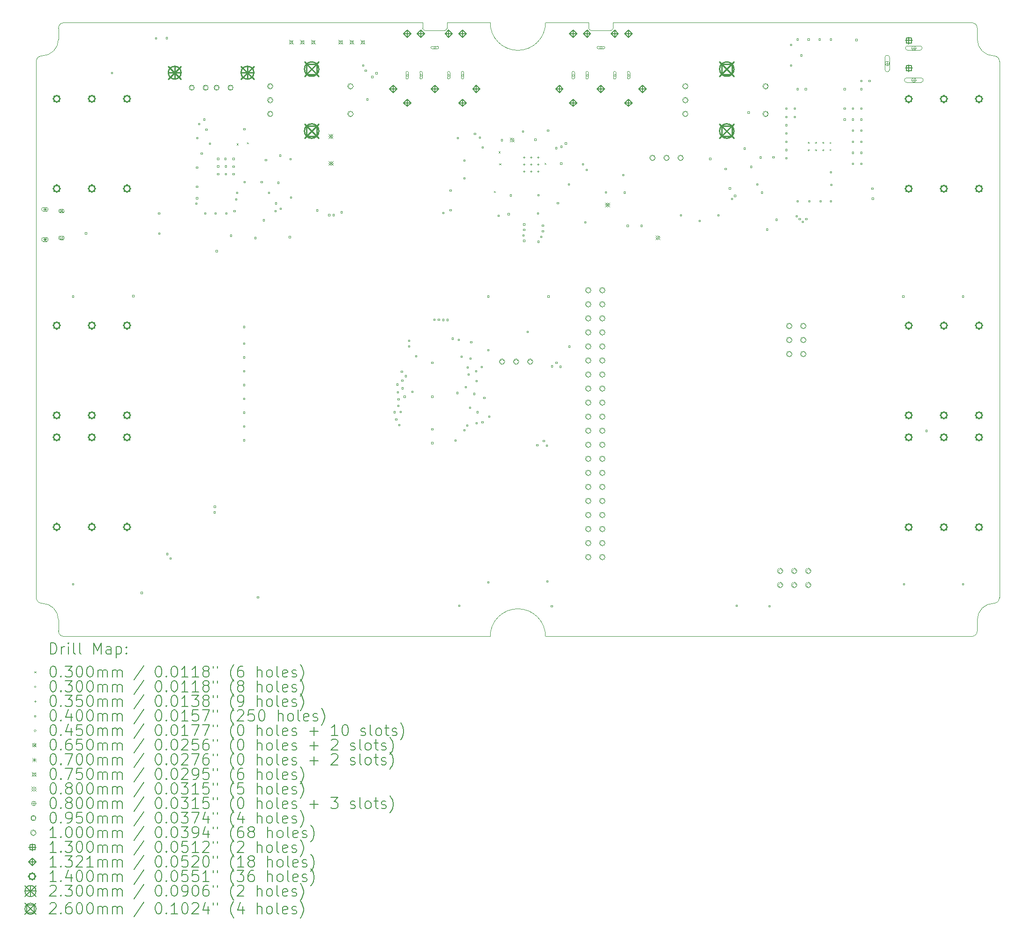
<source format=gbr>
%TF.GenerationSoftware,KiCad,Pcbnew,8.0.4+1*%
%TF.CreationDate,2024-10-15T17:34:41+00:00*%
%TF.ProjectId,pedalboard-hw,70656461-6c62-46f6-9172-642d68772e6b,4.0.0-RC1*%
%TF.SameCoordinates,Original*%
%TF.FileFunction,Drillmap*%
%TF.FilePolarity,Positive*%
%FSLAX45Y45*%
G04 Gerber Fmt 4.5, Leading zero omitted, Abs format (unit mm)*
G04 Created by KiCad (PCBNEW 8.0.4+1) date 2024-10-15 17:34:41*
%MOMM*%
%LPD*%
G01*
G04 APERTURE LIST*
%ADD10C,0.100000*%
%ADD11C,0.200000*%
%ADD12C,0.130000*%
%ADD13C,0.132080*%
%ADD14C,0.140000*%
%ADD15C,0.230000*%
%ADD16C,0.260000*%
G04 APERTURE END LIST*
D10*
X12220000Y-2000000D02*
X18700000Y-2000000D01*
X1800000Y-12400000D02*
X1800000Y-2700000D01*
X2300000Y-13100000D02*
G75*
G02*
X2200000Y-13000000I0J100000D01*
G01*
X10000000Y-13100000D02*
G75*
G02*
X11000000Y-13100000I500000J0D01*
G01*
X2300000Y-13100000D02*
X10000000Y-13100000D01*
X11820000Y-2140000D02*
G75*
G02*
X11780000Y-2100000I0J40000D01*
G01*
X11000000Y-2000000D02*
G75*
G02*
X10000000Y-2000000I-500000J0D01*
G01*
X8820000Y-2140000D02*
G75*
G02*
X8780000Y-2100000I0J40000D01*
G01*
X18800000Y-13000000D02*
G75*
G02*
X18700000Y-13100000I-100000J0D01*
G01*
X11820000Y-2140000D02*
X12180000Y-2140000D01*
X19100000Y-2600000D02*
G75*
G02*
X18800000Y-2300000I0J300000D01*
G01*
X1900000Y-12500000D02*
G75*
G02*
X1800000Y-12400000I0J100000D01*
G01*
X1800000Y-2700000D02*
G75*
G02*
X1900000Y-2600000I100000J0D01*
G01*
X19100000Y-2600000D02*
G75*
G02*
X19200000Y-2700000I0J-100000D01*
G01*
X11000000Y-2000000D02*
X11780000Y-2000000D01*
X19200000Y-2700000D02*
X19200000Y-12400000D01*
X1900000Y-12500000D02*
G75*
G02*
X2200000Y-12800000I0J-300000D01*
G01*
X18800000Y-12800000D02*
X18800000Y-13000000D01*
X11780000Y-2000000D02*
X11780000Y-2100000D01*
X9220000Y-2100000D02*
X9220000Y-2000000D01*
X18800000Y-2100000D02*
X18800000Y-2300000D01*
X9220000Y-2000000D02*
X10000000Y-2000000D01*
X9220000Y-2100000D02*
G75*
G02*
X9180000Y-2140000I-40000J0D01*
G01*
X8780000Y-2000000D02*
X8780000Y-2100000D01*
X2200000Y-2300000D02*
G75*
G02*
X1900000Y-2600000I-300000J0D01*
G01*
X8820000Y-2140000D02*
X9180000Y-2140000D01*
X2200000Y-2100000D02*
G75*
G02*
X2300000Y-2000000I100000J0D01*
G01*
X8780000Y-2000000D02*
X2300000Y-2000000D01*
X2200000Y-2100000D02*
X2200000Y-2300000D01*
X12220000Y-2100000D02*
G75*
G02*
X12180000Y-2140000I-40000J0D01*
G01*
X19200000Y-12400000D02*
G75*
G02*
X19100000Y-12500000I-100000J0D01*
G01*
X12220000Y-2100000D02*
X12220000Y-2000000D01*
X11000000Y-13100000D02*
X18700000Y-13100000D01*
X2200000Y-12800000D02*
X2200000Y-13000000D01*
X18800000Y-12800000D02*
G75*
G02*
X19100000Y-12500000I300000J0D01*
G01*
X18700000Y-2000000D02*
G75*
G02*
X18800000Y-2100000I0J-100000D01*
G01*
D11*
D10*
X5417200Y-4182100D02*
X5447200Y-4212100D01*
X5447200Y-4182100D02*
X5417200Y-4212100D01*
X5602966Y-4160639D02*
X5632966Y-4190639D01*
X5632966Y-4160639D02*
X5602966Y-4190639D01*
X10065400Y-5040620D02*
X10095400Y-5070620D01*
X10095400Y-5040620D02*
X10065400Y-5070620D01*
X10151000Y-4326000D02*
X10181000Y-4356000D01*
X10181000Y-4326000D02*
X10151000Y-4356000D01*
X10165000Y-4541000D02*
X10195000Y-4571000D01*
X10195000Y-4541000D02*
X10165000Y-4571000D01*
X10980487Y-4533662D02*
X11010487Y-4563662D01*
X11010487Y-4533662D02*
X10980487Y-4563662D01*
X15772000Y-4175000D02*
G75*
G02*
X15742000Y-4175000I-15000J0D01*
G01*
X15742000Y-4175000D02*
G75*
G02*
X15772000Y-4175000I15000J0D01*
G01*
X15772000Y-4305000D02*
G75*
G02*
X15742000Y-4305000I-15000J0D01*
G01*
X15742000Y-4305000D02*
G75*
G02*
X15772000Y-4305000I15000J0D01*
G01*
X15902000Y-4175000D02*
G75*
G02*
X15872000Y-4175000I-15000J0D01*
G01*
X15872000Y-4175000D02*
G75*
G02*
X15902000Y-4175000I15000J0D01*
G01*
X15902000Y-4305000D02*
G75*
G02*
X15872000Y-4305000I-15000J0D01*
G01*
X15872000Y-4305000D02*
G75*
G02*
X15902000Y-4305000I15000J0D01*
G01*
X16032000Y-4175000D02*
G75*
G02*
X16002000Y-4175000I-15000J0D01*
G01*
X16002000Y-4175000D02*
G75*
G02*
X16032000Y-4175000I15000J0D01*
G01*
X16032000Y-4305000D02*
G75*
G02*
X16002000Y-4305000I-15000J0D01*
G01*
X16002000Y-4305000D02*
G75*
G02*
X16032000Y-4305000I15000J0D01*
G01*
X16162000Y-4175000D02*
G75*
G02*
X16132000Y-4175000I-15000J0D01*
G01*
X16132000Y-4175000D02*
G75*
G02*
X16162000Y-4175000I15000J0D01*
G01*
X16162000Y-4305000D02*
G75*
G02*
X16132000Y-4305000I-15000J0D01*
G01*
X16132000Y-4305000D02*
G75*
G02*
X16162000Y-4305000I15000J0D01*
G01*
X10612500Y-4415000D02*
X10612500Y-4450000D01*
X10595000Y-4432500D02*
X10630000Y-4432500D01*
X10612500Y-4542500D02*
X10612500Y-4577500D01*
X10595000Y-4560000D02*
X10630000Y-4560000D01*
X10612500Y-4670000D02*
X10612500Y-4705000D01*
X10595000Y-4687500D02*
X10630000Y-4687500D01*
X10740000Y-4415000D02*
X10740000Y-4450000D01*
X10722500Y-4432500D02*
X10757500Y-4432500D01*
X10740000Y-4542500D02*
X10740000Y-4577500D01*
X10722500Y-4560000D02*
X10757500Y-4560000D01*
X10740000Y-4670000D02*
X10740000Y-4705000D01*
X10722500Y-4687500D02*
X10757500Y-4687500D01*
X10867500Y-4415000D02*
X10867500Y-4450000D01*
X10850000Y-4432500D02*
X10885000Y-4432500D01*
X10867500Y-4542500D02*
X10867500Y-4577500D01*
X10850000Y-4560000D02*
X10885000Y-4560000D01*
X10867500Y-4670000D02*
X10867500Y-4705000D01*
X10850000Y-4687500D02*
X10885000Y-4687500D01*
X2474142Y-6964142D02*
X2474142Y-6935858D01*
X2445858Y-6935858D01*
X2445858Y-6964142D01*
X2474142Y-6964142D01*
X2474142Y-12164142D02*
X2474142Y-12135858D01*
X2445858Y-12135858D01*
X2445858Y-12164142D01*
X2474142Y-12164142D01*
X2709142Y-5819142D02*
X2709142Y-5790858D01*
X2680858Y-5790858D01*
X2680858Y-5819142D01*
X2709142Y-5819142D01*
X3180662Y-2920922D02*
X3180662Y-2892638D01*
X3152378Y-2892638D01*
X3152378Y-2920922D01*
X3180662Y-2920922D01*
X3564142Y-6954142D02*
X3564142Y-6925858D01*
X3535858Y-6925858D01*
X3535858Y-6954142D01*
X3564142Y-6954142D01*
X3714142Y-12324142D02*
X3714142Y-12295858D01*
X3685858Y-12295858D01*
X3685858Y-12324142D01*
X3714142Y-12324142D01*
X3975682Y-2293542D02*
X3975682Y-2265258D01*
X3947398Y-2265258D01*
X3947398Y-2293542D01*
X3975682Y-2293542D01*
X4029142Y-5463142D02*
X4029142Y-5434858D01*
X4000858Y-5434858D01*
X4000858Y-5463142D01*
X4029142Y-5463142D01*
X4033142Y-5826142D02*
X4033142Y-5797858D01*
X4004858Y-5797858D01*
X4004858Y-5826142D01*
X4033142Y-5826142D01*
X4171262Y-2288462D02*
X4171262Y-2260178D01*
X4142978Y-2260178D01*
X4142978Y-2288462D01*
X4171262Y-2288462D01*
X4179142Y-11621142D02*
X4179142Y-11592858D01*
X4150858Y-11592858D01*
X4150858Y-11621142D01*
X4179142Y-11621142D01*
X4237161Y-11702591D02*
X4237161Y-11674306D01*
X4208876Y-11674306D01*
X4208876Y-11702591D01*
X4237161Y-11702591D01*
X4704142Y-5284142D02*
X4704142Y-5255858D01*
X4675858Y-5255858D01*
X4675858Y-5284142D01*
X4704142Y-5284142D01*
X4714142Y-4979142D02*
X4714142Y-4950858D01*
X4685858Y-4950858D01*
X4685858Y-4979142D01*
X4714142Y-4979142D01*
X4714142Y-5184142D02*
X4714142Y-5155858D01*
X4685858Y-5155858D01*
X4685858Y-5184142D01*
X4714142Y-5184142D01*
X4715142Y-4628142D02*
X4715142Y-4599858D01*
X4686858Y-4599858D01*
X4686858Y-4628142D01*
X4715142Y-4628142D01*
X4716142Y-4099142D02*
X4716142Y-4070858D01*
X4687858Y-4070858D01*
X4687858Y-4099142D01*
X4716142Y-4099142D01*
X4754142Y-3844142D02*
X4754142Y-3815858D01*
X4725858Y-3815858D01*
X4725858Y-3844142D01*
X4754142Y-3844142D01*
X4800642Y-4378142D02*
X4800642Y-4349858D01*
X4772358Y-4349858D01*
X4772358Y-4378142D01*
X4800642Y-4378142D01*
X4844142Y-3764142D02*
X4844142Y-3735858D01*
X4815858Y-3735858D01*
X4815858Y-3764142D01*
X4844142Y-3764142D01*
X4862142Y-5460922D02*
X4862142Y-5432638D01*
X4833858Y-5432638D01*
X4833858Y-5460922D01*
X4862142Y-5460922D01*
X4884142Y-3944142D02*
X4884142Y-3915858D01*
X4855858Y-3915858D01*
X4855858Y-3944142D01*
X4884142Y-3944142D01*
X4946642Y-4200642D02*
X4946642Y-4172358D01*
X4918358Y-4172358D01*
X4918358Y-4200642D01*
X4946642Y-4200642D01*
X5033140Y-10866140D02*
X5033140Y-10837855D01*
X5004855Y-10837855D01*
X5004855Y-10866140D01*
X5033140Y-10866140D01*
X5036202Y-10766186D02*
X5036202Y-10737902D01*
X5007918Y-10737902D01*
X5007918Y-10766186D01*
X5036202Y-10766186D01*
X5050102Y-5460922D02*
X5050102Y-5432638D01*
X5021818Y-5432638D01*
X5021818Y-5460922D01*
X5050102Y-5460922D01*
X5069142Y-6143142D02*
X5069142Y-6114858D01*
X5040858Y-6114858D01*
X5040858Y-6143142D01*
X5069142Y-6143142D01*
X5094142Y-4474142D02*
X5094142Y-4445858D01*
X5065858Y-4445858D01*
X5065858Y-4474142D01*
X5094142Y-4474142D01*
X5094142Y-4609142D02*
X5094142Y-4580858D01*
X5065858Y-4580858D01*
X5065858Y-4609142D01*
X5094142Y-4609142D01*
X5094142Y-4749142D02*
X5094142Y-4720858D01*
X5065858Y-4720858D01*
X5065858Y-4749142D01*
X5094142Y-4749142D01*
X5229142Y-4474142D02*
X5229142Y-4445858D01*
X5200858Y-4445858D01*
X5200858Y-4474142D01*
X5229142Y-4474142D01*
X5233142Y-4609142D02*
X5233142Y-4580858D01*
X5204858Y-4580858D01*
X5204858Y-4609142D01*
X5233142Y-4609142D01*
X5234142Y-4749142D02*
X5234142Y-4720858D01*
X5205858Y-4720858D01*
X5205858Y-4749142D01*
X5234142Y-4749142D01*
X5243142Y-5460922D02*
X5243142Y-5432638D01*
X5214858Y-5432638D01*
X5214858Y-5460922D01*
X5243142Y-5460922D01*
X5327939Y-5863142D02*
X5327939Y-5834858D01*
X5299655Y-5834858D01*
X5299655Y-5863142D01*
X5327939Y-5863142D01*
X5374142Y-4474142D02*
X5374142Y-4445858D01*
X5345858Y-4445858D01*
X5345858Y-4474142D01*
X5374142Y-4474142D01*
X5374142Y-4614142D02*
X5374142Y-4585858D01*
X5345858Y-4585858D01*
X5345858Y-4614142D01*
X5374142Y-4614142D01*
X5374142Y-4749142D02*
X5374142Y-4720858D01*
X5345858Y-4720858D01*
X5345858Y-4749142D01*
X5374142Y-4749142D01*
X5393002Y-5420282D02*
X5393002Y-5391998D01*
X5364718Y-5391998D01*
X5364718Y-5420282D01*
X5393002Y-5420282D01*
X5424142Y-5207142D02*
X5424142Y-5178858D01*
X5395858Y-5178858D01*
X5395858Y-5207142D01*
X5424142Y-5207142D01*
X5438722Y-5090142D02*
X5438722Y-5061858D01*
X5410438Y-5061858D01*
X5410438Y-5090142D01*
X5438722Y-5090142D01*
X5564142Y-7514142D02*
X5564142Y-7485858D01*
X5535858Y-7485858D01*
X5535858Y-7514142D01*
X5564142Y-7514142D01*
X5564142Y-7814142D02*
X5564142Y-7785858D01*
X5535858Y-7785858D01*
X5535858Y-7814142D01*
X5564142Y-7814142D01*
X5564142Y-8064142D02*
X5564142Y-8035858D01*
X5535858Y-8035858D01*
X5535858Y-8064142D01*
X5564142Y-8064142D01*
X5564142Y-8314142D02*
X5564142Y-8285858D01*
X5535858Y-8285858D01*
X5535858Y-8314142D01*
X5564142Y-8314142D01*
X5564142Y-8564142D02*
X5564142Y-8535858D01*
X5535858Y-8535858D01*
X5535858Y-8564142D01*
X5564142Y-8564142D01*
X5564142Y-8814142D02*
X5564142Y-8785858D01*
X5535858Y-8785858D01*
X5535858Y-8814142D01*
X5564142Y-8814142D01*
X5564142Y-9064142D02*
X5564142Y-9035858D01*
X5535858Y-9035858D01*
X5535858Y-9064142D01*
X5564142Y-9064142D01*
X5564142Y-9314142D02*
X5564142Y-9285858D01*
X5535858Y-9285858D01*
X5535858Y-9314142D01*
X5564142Y-9314142D01*
X5564142Y-9564142D02*
X5564142Y-9535858D01*
X5535858Y-9535858D01*
X5535858Y-9564142D01*
X5564142Y-9564142D01*
X5569142Y-3939142D02*
X5569142Y-3910858D01*
X5540858Y-3910858D01*
X5540858Y-3939142D01*
X5569142Y-3939142D01*
X5572142Y-4891142D02*
X5572142Y-4862858D01*
X5543858Y-4862858D01*
X5543858Y-4891142D01*
X5572142Y-4891142D01*
X5769517Y-5905517D02*
X5769517Y-5877233D01*
X5741233Y-5877233D01*
X5741233Y-5905517D01*
X5769517Y-5905517D01*
X5814142Y-12404142D02*
X5814142Y-12375858D01*
X5785858Y-12375858D01*
X5785858Y-12404142D01*
X5814142Y-12404142D01*
X5884142Y-4891142D02*
X5884142Y-4862858D01*
X5855858Y-4862858D01*
X5855858Y-4891142D01*
X5884142Y-4891142D01*
X5919142Y-5584142D02*
X5919142Y-5555858D01*
X5890858Y-5555858D01*
X5890858Y-5584142D01*
X5919142Y-5584142D01*
X5959142Y-4497392D02*
X5959142Y-4469108D01*
X5930858Y-4469108D01*
X5930858Y-4497392D01*
X5959142Y-4497392D01*
X6013142Y-5090142D02*
X6013142Y-5061858D01*
X5984858Y-5061858D01*
X5984858Y-5090142D01*
X6013142Y-5090142D01*
X6135462Y-5418142D02*
X6135462Y-5389858D01*
X6107178Y-5389858D01*
X6107178Y-5418142D01*
X6135462Y-5418142D01*
X6140570Y-5278142D02*
X6140570Y-5249858D01*
X6112285Y-5249858D01*
X6112285Y-5278142D01*
X6140570Y-5278142D01*
X6181142Y-4905142D02*
X6181142Y-4876858D01*
X6152858Y-4876858D01*
X6152858Y-4905142D01*
X6181142Y-4905142D01*
X6215142Y-4416142D02*
X6215142Y-4387858D01*
X6186858Y-4387858D01*
X6186858Y-4416142D01*
X6215142Y-4416142D01*
X6227114Y-5378142D02*
X6227114Y-5349858D01*
X6198829Y-5349858D01*
X6198829Y-5378142D01*
X6227114Y-5378142D01*
X6389733Y-5888551D02*
X6389733Y-5860266D01*
X6361449Y-5860266D01*
X6361449Y-5888551D01*
X6389733Y-5888551D01*
X6406142Y-4478142D02*
X6406142Y-4449858D01*
X6377858Y-4449858D01*
X6377858Y-4478142D01*
X6406142Y-4478142D01*
X6412142Y-5171142D02*
X6412142Y-5142858D01*
X6383858Y-5142858D01*
X6383858Y-5171142D01*
X6412142Y-5171142D01*
X6883982Y-5405042D02*
X6883982Y-5376758D01*
X6855698Y-5376758D01*
X6855698Y-5405042D01*
X6883982Y-5405042D01*
X7102422Y-5491402D02*
X7102422Y-5463118D01*
X7074138Y-5463118D01*
X7074138Y-5491402D01*
X7102422Y-5491402D01*
X7181162Y-5491402D02*
X7181162Y-5463118D01*
X7152878Y-5463118D01*
X7152878Y-5491402D01*
X7181162Y-5491402D01*
X7325942Y-5438062D02*
X7325942Y-5409778D01*
X7297658Y-5409778D01*
X7297658Y-5438062D01*
X7325942Y-5438062D01*
X7718592Y-2785592D02*
X7718592Y-2757308D01*
X7690308Y-2757308D01*
X7690308Y-2785592D01*
X7718592Y-2785592D01*
X7763592Y-2878789D02*
X7763592Y-2850505D01*
X7735308Y-2850505D01*
X7735308Y-2878789D01*
X7763592Y-2878789D01*
X7792142Y-3399142D02*
X7792142Y-3370858D01*
X7763858Y-3370858D01*
X7763858Y-3399142D01*
X7792142Y-3399142D01*
X7879692Y-2993281D02*
X7879692Y-2964996D01*
X7851408Y-2964996D01*
X7851408Y-2993281D01*
X7879692Y-2993281D01*
X7957808Y-2926297D02*
X7957808Y-2898013D01*
X7929523Y-2898013D01*
X7929523Y-2926297D01*
X7957808Y-2926297D01*
X8284142Y-9054142D02*
X8284142Y-9025858D01*
X8255858Y-9025858D01*
X8255858Y-9054142D01*
X8284142Y-9054142D01*
X8314142Y-9184142D02*
X8314142Y-9155858D01*
X8285858Y-9155858D01*
X8285858Y-9184142D01*
X8314142Y-9184142D01*
X8334142Y-8554142D02*
X8334142Y-8525858D01*
X8305858Y-8525858D01*
X8305858Y-8554142D01*
X8334142Y-8554142D01*
X8344142Y-8692857D02*
X8344142Y-8664572D01*
X8315858Y-8664572D01*
X8315858Y-8692857D01*
X8344142Y-8692857D01*
X8349142Y-8939142D02*
X8349142Y-8910858D01*
X8320858Y-8910858D01*
X8320858Y-8939142D01*
X8349142Y-8939142D01*
X8354142Y-8824142D02*
X8354142Y-8795858D01*
X8325858Y-8795858D01*
X8325858Y-8824142D01*
X8354142Y-8824142D01*
X8366711Y-9285514D02*
X8366711Y-9257229D01*
X8338426Y-9257229D01*
X8338426Y-9285514D01*
X8366711Y-9285514D01*
X8394038Y-9052891D02*
X8394038Y-9024607D01*
X8365753Y-9024607D01*
X8365753Y-9052891D01*
X8394038Y-9052891D01*
X8414142Y-8324142D02*
X8414142Y-8295858D01*
X8385858Y-8295858D01*
X8385858Y-8324142D01*
X8414142Y-8324142D01*
X8421606Y-8482907D02*
X8421606Y-8454622D01*
X8393321Y-8454622D01*
X8393321Y-8482907D01*
X8421606Y-8482907D01*
X8427518Y-8622857D02*
X8427518Y-8594572D01*
X8399233Y-8594572D01*
X8399233Y-8622857D01*
X8427518Y-8622857D01*
X8464142Y-8774092D02*
X8464142Y-8745808D01*
X8435858Y-8745808D01*
X8435858Y-8774092D01*
X8464142Y-8774092D01*
X8484178Y-8404107D02*
X8484178Y-8375822D01*
X8455893Y-8375822D01*
X8455893Y-8404107D01*
X8484178Y-8404107D01*
X8544142Y-7764142D02*
X8544142Y-7735858D01*
X8515858Y-7735858D01*
X8515858Y-7764142D01*
X8544142Y-7764142D01*
X8544142Y-7864142D02*
X8544142Y-7835858D01*
X8515858Y-7835858D01*
X8515858Y-7864142D01*
X8544142Y-7864142D01*
X8604142Y-8684092D02*
X8604142Y-8655808D01*
X8575858Y-8655808D01*
X8575858Y-8684092D01*
X8604142Y-8684092D01*
X8674142Y-8044142D02*
X8674142Y-8015858D01*
X8645858Y-8015858D01*
X8645858Y-8044142D01*
X8674142Y-8044142D01*
X8964142Y-8164142D02*
X8964142Y-8135858D01*
X8935858Y-8135858D01*
X8935858Y-8164142D01*
X8964142Y-8164142D01*
X8964142Y-8774142D02*
X8964142Y-8745858D01*
X8935858Y-8745858D01*
X8935858Y-8774142D01*
X8964142Y-8774142D01*
X8964142Y-9364142D02*
X8964142Y-9335858D01*
X8935858Y-9335858D01*
X8935858Y-9364142D01*
X8964142Y-9364142D01*
X8964142Y-9614142D02*
X8964142Y-9585858D01*
X8935858Y-9585858D01*
X8935858Y-9614142D01*
X8964142Y-9614142D01*
X9004882Y-7384142D02*
X9004882Y-7355858D01*
X8976598Y-7355858D01*
X8976598Y-7384142D01*
X9004882Y-7384142D01*
X9083622Y-7383702D02*
X9083622Y-7355418D01*
X9055338Y-7355418D01*
X9055338Y-7383702D01*
X9083622Y-7383702D01*
X9162362Y-7386242D02*
X9162362Y-7357958D01*
X9134078Y-7357958D01*
X9134078Y-7386242D01*
X9162362Y-7386242D01*
X9164142Y-5454142D02*
X9164142Y-5425858D01*
X9135858Y-5425858D01*
X9135858Y-5454142D01*
X9164142Y-5454142D01*
X9241102Y-7386242D02*
X9241102Y-7357958D01*
X9212818Y-7357958D01*
X9212818Y-7386242D01*
X9241102Y-7386242D01*
X9294142Y-5044142D02*
X9294142Y-5015858D01*
X9265858Y-5015858D01*
X9265858Y-5044142D01*
X9294142Y-5044142D01*
X9294142Y-5404142D02*
X9294142Y-5375858D01*
X9265858Y-5375858D01*
X9265858Y-5404142D01*
X9294142Y-5404142D01*
X9335142Y-7724142D02*
X9335142Y-7695858D01*
X9306858Y-7695858D01*
X9306858Y-7724142D01*
X9335142Y-7724142D01*
X9384228Y-9566360D02*
X9384228Y-9538076D01*
X9355944Y-9538076D01*
X9355944Y-9566360D01*
X9384228Y-9566360D01*
X9416615Y-8706682D02*
X9416615Y-8678398D01*
X9388331Y-8678398D01*
X9388331Y-8706682D01*
X9416615Y-8706682D01*
X9424142Y-4099142D02*
X9424142Y-4070858D01*
X9395858Y-4070858D01*
X9395858Y-4099142D01*
X9424142Y-4099142D01*
X9444142Y-7744142D02*
X9444142Y-7715858D01*
X9415858Y-7715858D01*
X9415858Y-7744142D01*
X9444142Y-7744142D01*
X9454142Y-12554142D02*
X9454142Y-12525858D01*
X9425858Y-12525858D01*
X9425858Y-12554142D01*
X9454142Y-12554142D01*
X9495142Y-8051142D02*
X9495142Y-8022858D01*
X9466858Y-8022858D01*
X9466858Y-8051142D01*
X9495142Y-8051142D01*
X9543031Y-4504762D02*
X9543031Y-4476478D01*
X9514747Y-4476478D01*
X9514747Y-4504762D01*
X9543031Y-4504762D01*
X9543362Y-4823312D02*
X9543362Y-4795028D01*
X9515078Y-4795028D01*
X9515078Y-4823312D01*
X9543362Y-4823312D01*
X9544384Y-9380423D02*
X9544384Y-9352139D01*
X9516100Y-9352139D01*
X9516100Y-9380423D01*
X9544384Y-9380423D01*
X9567937Y-8603516D02*
X9567937Y-8575231D01*
X9539652Y-8575231D01*
X9539652Y-8603516D01*
X9567937Y-8603516D01*
X9595768Y-9294692D02*
X9595768Y-9266408D01*
X9567483Y-9266408D01*
X9567483Y-9294692D01*
X9595768Y-9294692D01*
X9604142Y-8244142D02*
X9604142Y-8215858D01*
X9575858Y-8215858D01*
X9575858Y-8244142D01*
X9604142Y-8244142D01*
X9620030Y-8374092D02*
X9620030Y-8345808D01*
X9591746Y-8345808D01*
X9591746Y-8374092D01*
X9620030Y-8374092D01*
X9644142Y-8974042D02*
X9644142Y-8945758D01*
X9615858Y-8945758D01*
X9615858Y-8974042D01*
X9644142Y-8974042D01*
X9654142Y-8084142D02*
X9654142Y-8055858D01*
X9625858Y-8055858D01*
X9625858Y-8084142D01*
X9654142Y-8084142D01*
X9666339Y-7790945D02*
X9666339Y-7762661D01*
X9638055Y-7762661D01*
X9638055Y-7790945D01*
X9666339Y-7790945D01*
X9724142Y-8724142D02*
X9724142Y-8695858D01*
X9695858Y-8695858D01*
X9695858Y-8724142D01*
X9724142Y-8724142D01*
X9734142Y-4019142D02*
X9734142Y-3990858D01*
X9705858Y-3990858D01*
X9705858Y-4019142D01*
X9734142Y-4019142D01*
X9754142Y-8314192D02*
X9754142Y-8285908D01*
X9725858Y-8285908D01*
X9725858Y-8314192D01*
X9754142Y-8314192D01*
X9764142Y-8494142D02*
X9764142Y-8465858D01*
X9735858Y-8465858D01*
X9735858Y-8494142D01*
X9764142Y-8494142D01*
X9765287Y-9252377D02*
X9765287Y-9224092D01*
X9737003Y-9224092D01*
X9737003Y-9252377D01*
X9765287Y-9252377D01*
X9782532Y-9054042D02*
X9782532Y-9025758D01*
X9754247Y-9025758D01*
X9754247Y-9054042D01*
X9782532Y-9054042D01*
X9825642Y-4089142D02*
X9825642Y-4060858D01*
X9797358Y-4060858D01*
X9797358Y-4089142D01*
X9825642Y-4089142D01*
X9859011Y-8238258D02*
X9859011Y-8209974D01*
X9830727Y-8209974D01*
X9830727Y-8238258D01*
X9859011Y-8238258D01*
X9869842Y-9234092D02*
X9869842Y-9205808D01*
X9841558Y-9205808D01*
X9841558Y-9234092D01*
X9869842Y-9234092D01*
X9874142Y-4269142D02*
X9874142Y-4240858D01*
X9845858Y-4240858D01*
X9845858Y-4269142D01*
X9874142Y-4269142D01*
X9905882Y-8794092D02*
X9905882Y-8765808D01*
X9877597Y-8765808D01*
X9877597Y-8794092D01*
X9905882Y-8794092D01*
X9974142Y-6964142D02*
X9974142Y-6935858D01*
X9945858Y-6935858D01*
X9945858Y-6964142D01*
X9974142Y-6964142D01*
X9974142Y-12134142D02*
X9974142Y-12105858D01*
X9945858Y-12105858D01*
X9945858Y-12134142D01*
X9974142Y-12134142D01*
X9976682Y-7934142D02*
X9976682Y-7905858D01*
X9948398Y-7905858D01*
X9948398Y-7934142D01*
X9976682Y-7934142D01*
X9994142Y-9134142D02*
X9994142Y-9105858D01*
X9965858Y-9105858D01*
X9965858Y-9134142D01*
X9994142Y-9134142D01*
X10160092Y-5505142D02*
X10160092Y-5476858D01*
X10131808Y-5476858D01*
X10131808Y-5505142D01*
X10160092Y-5505142D01*
X10222400Y-4136012D02*
X10222400Y-4107727D01*
X10194115Y-4107727D01*
X10194115Y-4136012D01*
X10222400Y-4136012D01*
X10344142Y-5474142D02*
X10344142Y-5445858D01*
X10315858Y-5445858D01*
X10315858Y-5474142D01*
X10344142Y-5474142D01*
X10381642Y-5134142D02*
X10381642Y-5105858D01*
X10353358Y-5105858D01*
X10353358Y-5134142D01*
X10381642Y-5134142D01*
X10603142Y-3979092D02*
X10603142Y-3950808D01*
X10574858Y-3950808D01*
X10574858Y-3979092D01*
X10603142Y-3979092D01*
X10611142Y-5858142D02*
X10611142Y-5829858D01*
X10582858Y-5829858D01*
X10582858Y-5858142D01*
X10611142Y-5858142D01*
X10624192Y-5658997D02*
X10624192Y-5630712D01*
X10595908Y-5630712D01*
X10595908Y-5658997D01*
X10624192Y-5658997D01*
X10624192Y-5758997D02*
X10624192Y-5730713D01*
X10595908Y-5730713D01*
X10595908Y-5758997D01*
X10624192Y-5758997D01*
X10624192Y-5957287D02*
X10624192Y-5929003D01*
X10595908Y-5929003D01*
X10595908Y-5957287D01*
X10624192Y-5957287D01*
X10689142Y-7603142D02*
X10689142Y-7574858D01*
X10660858Y-7574858D01*
X10660858Y-7603142D01*
X10689142Y-7603142D01*
X10826271Y-4126944D02*
X10826271Y-4098660D01*
X10797986Y-4098660D01*
X10797986Y-4126944D01*
X10826271Y-4126944D01*
X10861114Y-9654092D02*
X10861114Y-9625808D01*
X10832829Y-9625808D01*
X10832829Y-9654092D01*
X10861114Y-9654092D01*
X10871650Y-5459503D02*
X10871650Y-5431218D01*
X10843365Y-5431218D01*
X10843365Y-5459503D01*
X10871650Y-5459503D01*
X10880180Y-5132359D02*
X10880180Y-5104074D01*
X10851896Y-5104074D01*
X10851896Y-5132359D01*
X10880180Y-5132359D01*
X10884192Y-5971503D02*
X10884192Y-5943218D01*
X10855908Y-5943218D01*
X10855908Y-5971503D01*
X10884192Y-5971503D01*
X10931449Y-5883373D02*
X10931449Y-5855089D01*
X10903165Y-5855089D01*
X10903165Y-5883373D01*
X10931449Y-5883373D01*
X10964192Y-5683477D02*
X10964192Y-5655192D01*
X10935908Y-5655192D01*
X10935908Y-5683477D01*
X10964192Y-5683477D01*
X10964192Y-5783477D02*
X10964192Y-5755192D01*
X10935908Y-5755192D01*
X10935908Y-5783477D01*
X10964192Y-5783477D01*
X10979142Y-9574092D02*
X10979142Y-9545808D01*
X10950858Y-9545808D01*
X10950858Y-9574092D01*
X10979142Y-9574092D01*
X11034142Y-9657609D02*
X11034142Y-9629324D01*
X11005858Y-9629324D01*
X11005858Y-9657609D01*
X11034142Y-9657609D01*
X11044142Y-12114142D02*
X11044142Y-12085858D01*
X11015858Y-12085858D01*
X11015858Y-12114142D01*
X11044142Y-12114142D01*
X11056917Y-3959367D02*
X11056917Y-3931083D01*
X11028633Y-3931083D01*
X11028633Y-3959367D01*
X11056917Y-3959367D01*
X11064142Y-6964142D02*
X11064142Y-6935858D01*
X11035858Y-6935858D01*
X11035858Y-6964142D01*
X11064142Y-6964142D01*
X11124142Y-12564142D02*
X11124142Y-12535858D01*
X11095858Y-12535858D01*
X11095858Y-12564142D01*
X11124142Y-12564142D01*
X11129142Y-8224142D02*
X11129142Y-8195858D01*
X11100858Y-8195858D01*
X11100858Y-8224142D01*
X11129142Y-8224142D01*
X11202274Y-4279092D02*
X11202274Y-4250808D01*
X11173990Y-4250808D01*
X11173990Y-4279092D01*
X11202274Y-4279092D01*
X11208941Y-8163875D02*
X11208941Y-8135590D01*
X11180657Y-8135590D01*
X11180657Y-8163875D01*
X11208941Y-8163875D01*
X11234142Y-5274142D02*
X11234142Y-5245858D01*
X11205858Y-5245858D01*
X11205858Y-5274142D01*
X11234142Y-5274142D01*
X11280142Y-8234092D02*
X11280142Y-8205808D01*
X11251858Y-8205808D01*
X11251858Y-8234092D01*
X11280142Y-8234092D01*
X11293424Y-4557503D02*
X11293424Y-4529218D01*
X11265140Y-4529218D01*
X11265140Y-4557503D01*
X11293424Y-4557503D01*
X11299352Y-4255304D02*
X11299352Y-4227019D01*
X11271068Y-4227019D01*
X11271068Y-4255304D01*
X11299352Y-4255304D01*
X11378997Y-4194781D02*
X11378997Y-4166497D01*
X11350712Y-4166497D01*
X11350712Y-4194781D01*
X11378997Y-4194781D01*
X11432637Y-4934142D02*
X11432637Y-4905858D01*
X11404352Y-4905858D01*
X11404352Y-4934142D01*
X11432637Y-4934142D01*
X11440142Y-7869142D02*
X11440142Y-7840858D01*
X11411858Y-7840858D01*
X11411858Y-7869142D01*
X11440142Y-7869142D01*
X11684142Y-4574142D02*
X11684142Y-4545858D01*
X11655858Y-4545858D01*
X11655858Y-4574142D01*
X11684142Y-4574142D01*
X11729142Y-5619142D02*
X11729142Y-5590858D01*
X11700858Y-5590858D01*
X11700858Y-5619142D01*
X11729142Y-5619142D01*
X11754142Y-4674142D02*
X11754142Y-4645858D01*
X11725858Y-4645858D01*
X11725858Y-4674142D01*
X11754142Y-4674142D01*
X12104142Y-5079142D02*
X12104142Y-5050858D01*
X12075858Y-5050858D01*
X12075858Y-5079142D01*
X12104142Y-5079142D01*
X12414142Y-4764142D02*
X12414142Y-4735858D01*
X12385858Y-4735858D01*
X12385858Y-4764142D01*
X12414142Y-4764142D01*
X12441142Y-5084142D02*
X12441142Y-5055858D01*
X12412858Y-5055858D01*
X12412858Y-5084142D01*
X12441142Y-5084142D01*
X12494142Y-5684142D02*
X12494142Y-5655858D01*
X12465858Y-5655858D01*
X12465858Y-5684142D01*
X12494142Y-5684142D01*
X12744142Y-5684142D02*
X12744142Y-5655858D01*
X12715858Y-5655858D01*
X12715858Y-5684142D01*
X12744142Y-5684142D01*
X13454142Y-5494142D02*
X13454142Y-5465858D01*
X13425858Y-5465858D01*
X13425858Y-5494142D01*
X13454142Y-5494142D01*
X13794142Y-5594142D02*
X13794142Y-5565858D01*
X13765858Y-5565858D01*
X13765858Y-5594142D01*
X13794142Y-5594142D01*
X13984142Y-4474142D02*
X13984142Y-4445858D01*
X13955858Y-4445858D01*
X13955858Y-4474142D01*
X13984142Y-4474142D01*
X14134142Y-5494142D02*
X14134142Y-5465858D01*
X14105858Y-5465858D01*
X14105858Y-5494142D01*
X14134142Y-5494142D01*
X14264142Y-4654142D02*
X14264142Y-4625858D01*
X14235858Y-4625858D01*
X14235858Y-4654142D01*
X14264142Y-4654142D01*
X14341422Y-5006262D02*
X14341422Y-4977978D01*
X14313138Y-4977978D01*
X14313138Y-5006262D01*
X14341422Y-5006262D01*
X14380022Y-5197262D02*
X14380022Y-5168978D01*
X14351738Y-5168978D01*
X14351738Y-5197262D01*
X14380022Y-5197262D01*
X14434632Y-5142652D02*
X14434632Y-5114368D01*
X14406348Y-5114368D01*
X14406348Y-5142652D01*
X14434632Y-5142652D01*
X14464142Y-12554142D02*
X14464142Y-12525858D01*
X14435858Y-12525858D01*
X14435858Y-12554142D01*
X14464142Y-12554142D01*
X14609142Y-4289142D02*
X14609142Y-4260858D01*
X14580858Y-4260858D01*
X14580858Y-4289142D01*
X14609142Y-4289142D01*
X14680362Y-3637202D02*
X14680362Y-3608918D01*
X14652078Y-3608918D01*
X14652078Y-3637202D01*
X14680362Y-3637202D01*
X14724142Y-4619142D02*
X14724142Y-4590858D01*
X14695858Y-4590858D01*
X14695858Y-4619142D01*
X14724142Y-4619142D01*
X14834142Y-4937682D02*
X14834142Y-4909398D01*
X14805858Y-4909398D01*
X14805858Y-4937682D01*
X14834142Y-4937682D01*
X14894142Y-4449142D02*
X14894142Y-4420858D01*
X14865858Y-4420858D01*
X14865858Y-4449142D01*
X14894142Y-4449142D01*
X14922802Y-5084142D02*
X14922802Y-5055858D01*
X14894518Y-5055858D01*
X14894518Y-5084142D01*
X14922802Y-5084142D01*
X15014142Y-5754142D02*
X15014142Y-5725858D01*
X14985858Y-5725858D01*
X14985858Y-5754142D01*
X15014142Y-5754142D01*
X15054142Y-12564142D02*
X15054142Y-12535858D01*
X15025858Y-12535858D01*
X15025858Y-12564142D01*
X15054142Y-12564142D01*
X15129142Y-4444142D02*
X15129142Y-4415858D01*
X15100858Y-4415858D01*
X15100858Y-4444142D01*
X15129142Y-4444142D01*
X15184702Y-5574142D02*
X15184702Y-5545858D01*
X15156418Y-5545858D01*
X15156418Y-5574142D01*
X15184702Y-5574142D01*
X15364142Y-3564142D02*
X15364142Y-3535858D01*
X15335858Y-3535858D01*
X15335858Y-3564142D01*
X15364142Y-3564142D01*
X15364142Y-3714142D02*
X15364142Y-3685858D01*
X15335858Y-3685858D01*
X15335858Y-3714142D01*
X15364142Y-3714142D01*
X15364142Y-3864142D02*
X15364142Y-3835858D01*
X15335858Y-3835858D01*
X15335858Y-3864142D01*
X15364142Y-3864142D01*
X15364142Y-4014142D02*
X15364142Y-3985858D01*
X15335858Y-3985858D01*
X15335858Y-4014142D01*
X15364142Y-4014142D01*
X15364142Y-4164142D02*
X15364142Y-4135858D01*
X15335858Y-4135858D01*
X15335858Y-4164142D01*
X15364142Y-4164142D01*
X15364142Y-4314142D02*
X15364142Y-4285858D01*
X15335858Y-4285858D01*
X15335858Y-4314142D01*
X15364142Y-4314142D01*
X15364142Y-4464142D02*
X15364142Y-4435858D01*
X15335858Y-4435858D01*
X15335858Y-4464142D01*
X15364142Y-4464142D01*
X15444142Y-2414142D02*
X15444142Y-2385858D01*
X15415858Y-2385858D01*
X15415858Y-2414142D01*
X15444142Y-2414142D01*
X15448142Y-2784142D02*
X15448142Y-2755858D01*
X15419858Y-2755858D01*
X15419858Y-2784142D01*
X15448142Y-2784142D01*
X15514142Y-3564142D02*
X15514142Y-3535858D01*
X15485858Y-3535858D01*
X15485858Y-3564142D01*
X15514142Y-3564142D01*
X15514142Y-3714142D02*
X15514142Y-3685858D01*
X15485858Y-3685858D01*
X15485858Y-3714142D01*
X15514142Y-3714142D01*
X15545382Y-5509182D02*
X15545382Y-5480898D01*
X15517098Y-5480898D01*
X15517098Y-5509182D01*
X15545382Y-5509182D01*
X15562142Y-5240142D02*
X15562142Y-5211858D01*
X15533858Y-5211858D01*
X15533858Y-5240142D01*
X15562142Y-5240142D01*
X15564142Y-2314142D02*
X15564142Y-2285858D01*
X15535858Y-2285858D01*
X15535858Y-2314142D01*
X15564142Y-2314142D01*
X15564142Y-3214142D02*
X15564142Y-3185858D01*
X15535858Y-3185858D01*
X15535858Y-3214142D01*
X15564142Y-3214142D01*
X15603802Y-5559982D02*
X15603802Y-5531698D01*
X15575518Y-5531698D01*
X15575518Y-5559982D01*
X15603802Y-5559982D01*
X15634142Y-2604142D02*
X15634142Y-2575858D01*
X15605858Y-2575858D01*
X15605858Y-2604142D01*
X15634142Y-2604142D01*
X15659682Y-5613322D02*
X15659682Y-5585038D01*
X15631398Y-5585038D01*
X15631398Y-5613322D01*
X15659682Y-5613322D01*
X15714142Y-3214142D02*
X15714142Y-3185858D01*
X15685858Y-3185858D01*
X15685858Y-3214142D01*
X15714142Y-3214142D01*
X15720642Y-5562522D02*
X15720642Y-5534238D01*
X15692358Y-5534238D01*
X15692358Y-5562522D01*
X15720642Y-5562522D01*
X15764142Y-2314142D02*
X15764142Y-2285858D01*
X15735858Y-2285858D01*
X15735858Y-2314142D01*
X15764142Y-2314142D01*
X15774142Y-5239142D02*
X15774142Y-5210858D01*
X15745858Y-5210858D01*
X15745858Y-5239142D01*
X15774142Y-5239142D01*
X15964142Y-2314142D02*
X15964142Y-2285858D01*
X15935858Y-2285858D01*
X15935858Y-2314142D01*
X15964142Y-2314142D01*
X15978142Y-5243142D02*
X15978142Y-5214858D01*
X15949858Y-5214858D01*
X15949858Y-5243142D01*
X15978142Y-5243142D01*
X16164142Y-2314142D02*
X16164142Y-2285858D01*
X16135858Y-2285858D01*
X16135858Y-2314142D01*
X16164142Y-2314142D01*
X16164142Y-4714142D02*
X16164142Y-4685858D01*
X16135858Y-4685858D01*
X16135858Y-4714142D01*
X16164142Y-4714142D01*
X16166142Y-5243142D02*
X16166142Y-5214858D01*
X16137858Y-5214858D01*
X16137858Y-5243142D01*
X16166142Y-5243142D01*
X16174142Y-4944142D02*
X16174142Y-4915858D01*
X16145858Y-4915858D01*
X16145858Y-4944142D01*
X16174142Y-4944142D01*
X16414142Y-3214142D02*
X16414142Y-3185858D01*
X16385858Y-3185858D01*
X16385858Y-3214142D01*
X16414142Y-3214142D01*
X16414142Y-3564142D02*
X16414142Y-3535858D01*
X16385858Y-3535858D01*
X16385858Y-3564142D01*
X16414142Y-3564142D01*
X16414142Y-3764142D02*
X16414142Y-3735858D01*
X16385858Y-3735858D01*
X16385858Y-3764142D01*
X16414142Y-3764142D01*
X16564142Y-3564142D02*
X16564142Y-3535858D01*
X16535858Y-3535858D01*
X16535858Y-3564142D01*
X16564142Y-3564142D01*
X16564142Y-3764142D02*
X16564142Y-3735858D01*
X16535858Y-3735858D01*
X16535858Y-3764142D01*
X16564142Y-3764142D01*
X16564142Y-3964142D02*
X16564142Y-3935858D01*
X16535858Y-3935858D01*
X16535858Y-3964142D01*
X16564142Y-3964142D01*
X16564142Y-4164142D02*
X16564142Y-4135858D01*
X16535858Y-4135858D01*
X16535858Y-4164142D01*
X16564142Y-4164142D01*
X16564142Y-4364142D02*
X16564142Y-4335858D01*
X16535858Y-4335858D01*
X16535858Y-4364142D01*
X16564142Y-4364142D01*
X16564142Y-4564142D02*
X16564142Y-4535858D01*
X16535858Y-4535858D01*
X16535858Y-4564142D01*
X16564142Y-4564142D01*
X16627422Y-2324022D02*
X16627422Y-2295738D01*
X16599138Y-2295738D01*
X16599138Y-2324022D01*
X16627422Y-2324022D01*
X16714142Y-3064142D02*
X16714142Y-3035858D01*
X16685858Y-3035858D01*
X16685858Y-3064142D01*
X16714142Y-3064142D01*
X16714142Y-3214142D02*
X16714142Y-3185858D01*
X16685858Y-3185858D01*
X16685858Y-3214142D01*
X16714142Y-3214142D01*
X16714142Y-3564142D02*
X16714142Y-3535858D01*
X16685858Y-3535858D01*
X16685858Y-3564142D01*
X16714142Y-3564142D01*
X16714142Y-3764142D02*
X16714142Y-3735858D01*
X16685858Y-3735858D01*
X16685858Y-3764142D01*
X16714142Y-3764142D01*
X16714142Y-3964142D02*
X16714142Y-3935858D01*
X16685858Y-3935858D01*
X16685858Y-3964142D01*
X16714142Y-3964142D01*
X16714142Y-4164142D02*
X16714142Y-4135858D01*
X16685858Y-4135858D01*
X16685858Y-4164142D01*
X16714142Y-4164142D01*
X16714142Y-4364142D02*
X16714142Y-4335858D01*
X16685858Y-4335858D01*
X16685858Y-4364142D01*
X16714142Y-4364142D01*
X16714142Y-4564142D02*
X16714142Y-4535858D01*
X16685858Y-4535858D01*
X16685858Y-4564142D01*
X16714142Y-4564142D01*
X16864142Y-3064142D02*
X16864142Y-3035858D01*
X16835858Y-3035858D01*
X16835858Y-3064142D01*
X16864142Y-3064142D01*
X16914142Y-5014142D02*
X16914142Y-4985858D01*
X16885858Y-4985858D01*
X16885858Y-5014142D01*
X16914142Y-5014142D01*
X16924142Y-5194142D02*
X16924142Y-5165858D01*
X16895858Y-5165858D01*
X16895858Y-5194142D01*
X16924142Y-5194142D01*
X17474142Y-6964142D02*
X17474142Y-6935858D01*
X17445858Y-6935858D01*
X17445858Y-6964142D01*
X17474142Y-6964142D01*
X17484142Y-12164142D02*
X17484142Y-12135858D01*
X17455858Y-12135858D01*
X17455858Y-12164142D01*
X17484142Y-12164142D01*
X17894142Y-9394142D02*
X17894142Y-9365858D01*
X17865858Y-9365858D01*
X17865858Y-9394142D01*
X17894142Y-9394142D01*
X18554142Y-6964142D02*
X18554142Y-6935858D01*
X18525858Y-6935858D01*
X18525858Y-6964142D01*
X18554142Y-6964142D01*
X18554142Y-12164142D02*
X18554142Y-12135858D01*
X18525858Y-12135858D01*
X18525858Y-12164142D01*
X18554142Y-12164142D01*
X8499450Y-2972500D02*
X8521950Y-2950000D01*
X8499450Y-2927500D01*
X8476950Y-2950000D01*
X8499450Y-2972500D01*
X8476950Y-2902500D02*
X8476950Y-2997500D01*
X8521950Y-2997500D02*
G75*
G02*
X8476950Y-2997500I-22500J0D01*
G01*
X8521950Y-2997500D02*
X8521950Y-2902500D01*
X8521950Y-2902500D02*
G75*
G03*
X8476950Y-2902500I-22500J0D01*
G01*
X8749450Y-2972500D02*
X8771950Y-2950000D01*
X8749450Y-2927500D01*
X8726950Y-2950000D01*
X8749450Y-2972500D01*
X8726950Y-2902500D02*
X8726950Y-2997500D01*
X8771950Y-2997500D02*
G75*
G02*
X8726950Y-2997500I-22500J0D01*
G01*
X8771950Y-2997500D02*
X8771950Y-2902500D01*
X8771950Y-2902500D02*
G75*
G03*
X8726950Y-2902500I-22500J0D01*
G01*
X8999450Y-2472500D02*
X9021950Y-2450000D01*
X8999450Y-2427500D01*
X8976950Y-2450000D01*
X8999450Y-2472500D01*
X9046950Y-2427500D02*
X8951950Y-2427500D01*
X8951950Y-2472500D02*
G75*
G02*
X8951950Y-2427500I0J22500D01*
G01*
X8951950Y-2472500D02*
X9046950Y-2472500D01*
X9046950Y-2472500D02*
G75*
G03*
X9046950Y-2427500I0J22500D01*
G01*
X9249450Y-2972500D02*
X9271950Y-2950000D01*
X9249450Y-2927500D01*
X9226950Y-2950000D01*
X9249450Y-2972500D01*
X9271950Y-2997500D02*
X9271950Y-2902500D01*
X9226950Y-2902500D02*
G75*
G02*
X9271950Y-2902500I22500J0D01*
G01*
X9226950Y-2902500D02*
X9226950Y-2997500D01*
X9226950Y-2997500D02*
G75*
G03*
X9271950Y-2997500I22500J0D01*
G01*
X9499450Y-2972500D02*
X9521950Y-2950000D01*
X9499450Y-2927500D01*
X9476950Y-2950000D01*
X9499450Y-2972500D01*
X9521950Y-2997500D02*
X9521950Y-2902500D01*
X9476950Y-2902500D02*
G75*
G02*
X9521950Y-2902500I22500J0D01*
G01*
X9476950Y-2902500D02*
X9476950Y-2997500D01*
X9476950Y-2997500D02*
G75*
G03*
X9521950Y-2997500I22500J0D01*
G01*
X11500000Y-2972500D02*
X11522500Y-2950000D01*
X11500000Y-2927500D01*
X11477500Y-2950000D01*
X11500000Y-2972500D01*
X11477500Y-2902500D02*
X11477500Y-2997500D01*
X11522500Y-2997500D02*
G75*
G02*
X11477500Y-2997500I-22500J0D01*
G01*
X11522500Y-2997500D02*
X11522500Y-2902500D01*
X11522500Y-2902500D02*
G75*
G03*
X11477500Y-2902500I-22500J0D01*
G01*
X11750000Y-2972500D02*
X11772500Y-2950000D01*
X11750000Y-2927500D01*
X11727500Y-2950000D01*
X11750000Y-2972500D01*
X11727500Y-2902500D02*
X11727500Y-2997500D01*
X11772500Y-2997500D02*
G75*
G02*
X11727500Y-2997500I-22500J0D01*
G01*
X11772500Y-2997500D02*
X11772500Y-2902500D01*
X11772500Y-2902500D02*
G75*
G03*
X11727500Y-2902500I-22500J0D01*
G01*
X12000000Y-2472500D02*
X12022500Y-2450000D01*
X12000000Y-2427500D01*
X11977500Y-2450000D01*
X12000000Y-2472500D01*
X12047500Y-2427500D02*
X11952500Y-2427500D01*
X11952500Y-2472500D02*
G75*
G02*
X11952500Y-2427500I0J22500D01*
G01*
X11952500Y-2472500D02*
X12047500Y-2472500D01*
X12047500Y-2472500D02*
G75*
G03*
X12047500Y-2427500I0J22500D01*
G01*
X12250000Y-2972500D02*
X12272500Y-2950000D01*
X12250000Y-2927500D01*
X12227500Y-2950000D01*
X12250000Y-2972500D01*
X12272500Y-2997500D02*
X12272500Y-2902500D01*
X12227500Y-2902500D02*
G75*
G02*
X12272500Y-2902500I22500J0D01*
G01*
X12227500Y-2902500D02*
X12227500Y-2997500D01*
X12227500Y-2997500D02*
G75*
G03*
X12272500Y-2997500I22500J0D01*
G01*
X12500000Y-2972500D02*
X12522500Y-2950000D01*
X12500000Y-2927500D01*
X12477500Y-2950000D01*
X12500000Y-2972500D01*
X12522500Y-2997500D02*
X12522500Y-2902500D01*
X12477500Y-2902500D02*
G75*
G02*
X12522500Y-2902500I22500J0D01*
G01*
X12477500Y-2902500D02*
X12477500Y-2997500D01*
X12477500Y-2997500D02*
G75*
G03*
X12522500Y-2997500I22500J0D01*
G01*
X2223000Y-5373000D02*
X2288000Y-5438000D01*
X2288000Y-5373000D02*
X2223000Y-5438000D01*
X2288000Y-5405500D02*
G75*
G02*
X2223000Y-5405500I-32500J0D01*
G01*
X2223000Y-5405500D02*
G75*
G02*
X2288000Y-5405500I32500J0D01*
G01*
X2235500Y-5438000D02*
X2275500Y-5438000D01*
X2275500Y-5373000D02*
G75*
G02*
X2275500Y-5438000I0J-32500D01*
G01*
X2275500Y-5373000D02*
X2235500Y-5373000D01*
X2235500Y-5373000D02*
G75*
G03*
X2235500Y-5438000I0J-32500D01*
G01*
X2223000Y-5857000D02*
X2288000Y-5922000D01*
X2288000Y-5857000D02*
X2223000Y-5922000D01*
X2288000Y-5889500D02*
G75*
G02*
X2223000Y-5889500I-32500J0D01*
G01*
X2223000Y-5889500D02*
G75*
G02*
X2288000Y-5889500I32500J0D01*
G01*
X2235500Y-5922000D02*
X2275500Y-5922000D01*
X2275500Y-5857000D02*
G75*
G02*
X2275500Y-5922000I0J-32500D01*
G01*
X2275500Y-5857000D02*
X2235500Y-5857000D01*
X2235500Y-5857000D02*
G75*
G03*
X2235500Y-5922000I0J-32500D01*
G01*
X1920500Y-5339500D02*
X1990500Y-5409500D01*
X1990500Y-5339500D02*
X1920500Y-5409500D01*
X1955500Y-5339500D02*
X1955500Y-5409500D01*
X1920500Y-5374500D02*
X1990500Y-5374500D01*
X1930500Y-5409500D02*
X1980500Y-5409500D01*
X1980500Y-5339500D02*
G75*
G02*
X1980500Y-5409500I0J-35000D01*
G01*
X1980500Y-5339500D02*
X1930500Y-5339500D01*
X1930500Y-5339500D02*
G75*
G03*
X1930500Y-5409500I0J-35000D01*
G01*
X1920500Y-5885500D02*
X1990500Y-5955500D01*
X1990500Y-5885500D02*
X1920500Y-5955500D01*
X1955500Y-5885500D02*
X1955500Y-5955500D01*
X1920500Y-5920500D02*
X1990500Y-5920500D01*
X1930500Y-5955500D02*
X1980500Y-5955500D01*
X1980500Y-5885500D02*
G75*
G02*
X1980500Y-5955500I0J-35000D01*
G01*
X1980500Y-5885500D02*
X1930500Y-5885500D01*
X1930500Y-5885500D02*
G75*
G03*
X1930500Y-5955500I0J-35000D01*
G01*
X6365500Y-2312500D02*
X6440500Y-2387500D01*
X6440500Y-2312500D02*
X6365500Y-2387500D01*
X6429517Y-2376517D02*
X6429517Y-2323483D01*
X6376483Y-2323483D01*
X6376483Y-2376517D01*
X6429517Y-2376517D01*
X6565500Y-2312500D02*
X6640500Y-2387500D01*
X6640500Y-2312500D02*
X6565500Y-2387500D01*
X6629517Y-2376517D02*
X6629517Y-2323483D01*
X6576483Y-2323483D01*
X6576483Y-2376517D01*
X6629517Y-2376517D01*
X6765500Y-2312500D02*
X6840500Y-2387500D01*
X6840500Y-2312500D02*
X6765500Y-2387500D01*
X6829517Y-2376517D02*
X6829517Y-2323483D01*
X6776483Y-2323483D01*
X6776483Y-2376517D01*
X6829517Y-2376517D01*
X7258500Y-2311500D02*
X7333500Y-2386500D01*
X7333500Y-2311500D02*
X7258500Y-2386500D01*
X7322517Y-2375517D02*
X7322517Y-2322483D01*
X7269483Y-2322483D01*
X7269483Y-2375517D01*
X7322517Y-2375517D01*
X7458500Y-2311500D02*
X7533500Y-2386500D01*
X7533500Y-2311500D02*
X7458500Y-2386500D01*
X7522517Y-2375517D02*
X7522517Y-2322483D01*
X7469483Y-2322483D01*
X7469483Y-2375517D01*
X7522517Y-2375517D01*
X7658500Y-2311500D02*
X7733500Y-2386500D01*
X7733500Y-2311500D02*
X7658500Y-2386500D01*
X7722517Y-2375517D02*
X7722517Y-2322483D01*
X7669483Y-2322483D01*
X7669483Y-2375517D01*
X7722517Y-2375517D01*
X7078760Y-4012320D02*
X7158760Y-4092320D01*
X7158760Y-4012320D02*
X7078760Y-4092320D01*
X7118760Y-4092320D02*
X7158760Y-4052320D01*
X7118760Y-4012320D01*
X7078760Y-4052320D01*
X7118760Y-4092320D01*
X7081300Y-4502540D02*
X7161300Y-4582540D01*
X7161300Y-4502540D02*
X7081300Y-4582540D01*
X7121300Y-4582540D02*
X7161300Y-4542540D01*
X7121300Y-4502540D01*
X7081300Y-4542540D01*
X7121300Y-4582540D01*
X10352500Y-4077500D02*
X10432500Y-4157500D01*
X10432500Y-4077500D02*
X10352500Y-4157500D01*
X10392500Y-4157500D02*
X10432500Y-4117500D01*
X10392500Y-4077500D01*
X10352500Y-4117500D01*
X10392500Y-4157500D01*
X12077480Y-5251840D02*
X12157480Y-5331840D01*
X12157480Y-5251840D02*
X12077480Y-5331840D01*
X12117480Y-5331840D02*
X12157480Y-5291840D01*
X12117480Y-5251840D01*
X12077480Y-5291840D01*
X12117480Y-5331840D01*
X12987000Y-5846200D02*
X13067000Y-5926200D01*
X13067000Y-5846200D02*
X12987000Y-5926200D01*
X13027000Y-5926200D02*
X13067000Y-5886200D01*
X13027000Y-5846200D01*
X12987000Y-5886200D01*
X13027000Y-5926200D01*
X17173720Y-2698860D02*
X17173720Y-2778860D01*
X17133720Y-2738860D02*
X17213720Y-2738860D01*
X17213720Y-2738860D02*
G75*
G02*
X17133720Y-2738860I-40000J0D01*
G01*
X17133720Y-2738860D02*
G75*
G02*
X17213720Y-2738860I40000J0D01*
G01*
X17133720Y-2628860D02*
X17133720Y-2848860D01*
X17213720Y-2848860D02*
G75*
G02*
X17133720Y-2848860I-40000J0D01*
G01*
X17213720Y-2848860D02*
X17213720Y-2628860D01*
X17213720Y-2628860D02*
G75*
G03*
X17133720Y-2628860I-40000J0D01*
G01*
X17653720Y-2418860D02*
X17653720Y-2498860D01*
X17613720Y-2458860D02*
X17693720Y-2458860D01*
X17693720Y-2458860D02*
G75*
G02*
X17613720Y-2458860I-40000J0D01*
G01*
X17613720Y-2458860D02*
G75*
G02*
X17693720Y-2458860I40000J0D01*
G01*
X17763720Y-2418860D02*
X17543720Y-2418860D01*
X17543720Y-2498860D02*
G75*
G02*
X17543720Y-2418860I0J40000D01*
G01*
X17543720Y-2498860D02*
X17763720Y-2498860D01*
X17763720Y-2498860D02*
G75*
G03*
X17763720Y-2418860I0J40000D01*
G01*
X17653720Y-2998860D02*
X17653720Y-3078860D01*
X17613720Y-3038860D02*
X17693720Y-3038860D01*
X17693720Y-3038860D02*
G75*
G02*
X17613720Y-3038860I-40000J0D01*
G01*
X17613720Y-3038860D02*
G75*
G02*
X17693720Y-3038860I40000J0D01*
G01*
X17783720Y-2998860D02*
X17523720Y-2998860D01*
X17523720Y-3078860D02*
G75*
G02*
X17523720Y-2998860I0J40000D01*
G01*
X17523720Y-3078860D02*
X17783720Y-3078860D01*
X17783720Y-3078860D02*
G75*
G03*
X17783720Y-2998860I0J40000D01*
G01*
X4641588Y-3208588D02*
X4641588Y-3141412D01*
X4574412Y-3141412D01*
X4574412Y-3208588D01*
X4641588Y-3208588D01*
X4655500Y-3175000D02*
G75*
G02*
X4560500Y-3175000I-47500J0D01*
G01*
X4560500Y-3175000D02*
G75*
G02*
X4655500Y-3175000I47500J0D01*
G01*
X4891588Y-3208588D02*
X4891588Y-3141412D01*
X4824412Y-3141412D01*
X4824412Y-3208588D01*
X4891588Y-3208588D01*
X4905500Y-3175000D02*
G75*
G02*
X4810500Y-3175000I-47500J0D01*
G01*
X4810500Y-3175000D02*
G75*
G02*
X4905500Y-3175000I47500J0D01*
G01*
X5091588Y-3208588D02*
X5091588Y-3141412D01*
X5024412Y-3141412D01*
X5024412Y-3208588D01*
X5091588Y-3208588D01*
X5105500Y-3175000D02*
G75*
G02*
X5010500Y-3175000I-47500J0D01*
G01*
X5010500Y-3175000D02*
G75*
G02*
X5105500Y-3175000I47500J0D01*
G01*
X5341588Y-3208588D02*
X5341588Y-3141412D01*
X5274412Y-3141412D01*
X5274412Y-3208588D01*
X5341588Y-3208588D01*
X5355500Y-3175000D02*
G75*
G02*
X5260500Y-3175000I-47500J0D01*
G01*
X5260500Y-3175000D02*
G75*
G02*
X5355500Y-3175000I47500J0D01*
G01*
X6025000Y-3200000D02*
X6075000Y-3150000D01*
X6025000Y-3100000D01*
X5975000Y-3150000D01*
X6025000Y-3200000D01*
X6075000Y-3150000D02*
G75*
G02*
X5975000Y-3150000I-50000J0D01*
G01*
X5975000Y-3150000D02*
G75*
G02*
X6075000Y-3150000I50000J0D01*
G01*
X6025000Y-3450000D02*
X6075000Y-3400000D01*
X6025000Y-3350000D01*
X5975000Y-3400000D01*
X6025000Y-3450000D01*
X6075000Y-3400000D02*
G75*
G02*
X5975000Y-3400000I-50000J0D01*
G01*
X5975000Y-3400000D02*
G75*
G02*
X6075000Y-3400000I50000J0D01*
G01*
X6025000Y-3700000D02*
X6075000Y-3650000D01*
X6025000Y-3600000D01*
X5975000Y-3650000D01*
X6025000Y-3700000D01*
X6075000Y-3650000D02*
G75*
G02*
X5975000Y-3650000I-50000J0D01*
G01*
X5975000Y-3650000D02*
G75*
G02*
X6075000Y-3650000I50000J0D01*
G01*
X7475000Y-3200000D02*
X7525000Y-3150000D01*
X7475000Y-3100000D01*
X7425000Y-3150000D01*
X7475000Y-3200000D01*
X7525000Y-3150000D02*
G75*
G02*
X7425000Y-3150000I-50000J0D01*
G01*
X7425000Y-3150000D02*
G75*
G02*
X7525000Y-3150000I50000J0D01*
G01*
X7475000Y-3700000D02*
X7525000Y-3650000D01*
X7475000Y-3600000D01*
X7425000Y-3650000D01*
X7475000Y-3700000D01*
X7525000Y-3650000D02*
G75*
G02*
X7425000Y-3650000I-50000J0D01*
G01*
X7425000Y-3650000D02*
G75*
G02*
X7525000Y-3650000I50000J0D01*
G01*
X10214500Y-8180000D02*
X10264500Y-8130000D01*
X10214500Y-8080000D01*
X10164500Y-8130000D01*
X10214500Y-8180000D01*
X10264500Y-8130000D02*
G75*
G02*
X10164500Y-8130000I-50000J0D01*
G01*
X10164500Y-8130000D02*
G75*
G02*
X10264500Y-8130000I50000J0D01*
G01*
X10468500Y-8180000D02*
X10518500Y-8130000D01*
X10468500Y-8080000D01*
X10418500Y-8130000D01*
X10468500Y-8180000D01*
X10518500Y-8130000D02*
G75*
G02*
X10418500Y-8130000I-50000J0D01*
G01*
X10418500Y-8130000D02*
G75*
G02*
X10518500Y-8130000I50000J0D01*
G01*
X10722500Y-8180000D02*
X10772500Y-8130000D01*
X10722500Y-8080000D01*
X10672500Y-8130000D01*
X10722500Y-8180000D01*
X10772500Y-8130000D02*
G75*
G02*
X10672500Y-8130000I-50000J0D01*
G01*
X10672500Y-8130000D02*
G75*
G02*
X10772500Y-8130000I50000J0D01*
G01*
X11771000Y-6887560D02*
X11821000Y-6837560D01*
X11771000Y-6787560D01*
X11721000Y-6837560D01*
X11771000Y-6887560D01*
X11821000Y-6837560D02*
G75*
G02*
X11721000Y-6837560I-50000J0D01*
G01*
X11721000Y-6837560D02*
G75*
G02*
X11821000Y-6837560I50000J0D01*
G01*
X11771000Y-7141560D02*
X11821000Y-7091560D01*
X11771000Y-7041560D01*
X11721000Y-7091560D01*
X11771000Y-7141560D01*
X11821000Y-7091560D02*
G75*
G02*
X11721000Y-7091560I-50000J0D01*
G01*
X11721000Y-7091560D02*
G75*
G02*
X11821000Y-7091560I50000J0D01*
G01*
X11771000Y-7395560D02*
X11821000Y-7345560D01*
X11771000Y-7295560D01*
X11721000Y-7345560D01*
X11771000Y-7395560D01*
X11821000Y-7345560D02*
G75*
G02*
X11721000Y-7345560I-50000J0D01*
G01*
X11721000Y-7345560D02*
G75*
G02*
X11821000Y-7345560I50000J0D01*
G01*
X11771000Y-7649560D02*
X11821000Y-7599560D01*
X11771000Y-7549560D01*
X11721000Y-7599560D01*
X11771000Y-7649560D01*
X11821000Y-7599560D02*
G75*
G02*
X11721000Y-7599560I-50000J0D01*
G01*
X11721000Y-7599560D02*
G75*
G02*
X11821000Y-7599560I50000J0D01*
G01*
X11771000Y-7903560D02*
X11821000Y-7853560D01*
X11771000Y-7803560D01*
X11721000Y-7853560D01*
X11771000Y-7903560D01*
X11821000Y-7853560D02*
G75*
G02*
X11721000Y-7853560I-50000J0D01*
G01*
X11721000Y-7853560D02*
G75*
G02*
X11821000Y-7853560I50000J0D01*
G01*
X11771000Y-8157560D02*
X11821000Y-8107560D01*
X11771000Y-8057560D01*
X11721000Y-8107560D01*
X11771000Y-8157560D01*
X11821000Y-8107560D02*
G75*
G02*
X11721000Y-8107560I-50000J0D01*
G01*
X11721000Y-8107560D02*
G75*
G02*
X11821000Y-8107560I50000J0D01*
G01*
X11771000Y-8411560D02*
X11821000Y-8361560D01*
X11771000Y-8311560D01*
X11721000Y-8361560D01*
X11771000Y-8411560D01*
X11821000Y-8361560D02*
G75*
G02*
X11721000Y-8361560I-50000J0D01*
G01*
X11721000Y-8361560D02*
G75*
G02*
X11821000Y-8361560I50000J0D01*
G01*
X11771000Y-8665560D02*
X11821000Y-8615560D01*
X11771000Y-8565560D01*
X11721000Y-8615560D01*
X11771000Y-8665560D01*
X11821000Y-8615560D02*
G75*
G02*
X11721000Y-8615560I-50000J0D01*
G01*
X11721000Y-8615560D02*
G75*
G02*
X11821000Y-8615560I50000J0D01*
G01*
X11771000Y-8919560D02*
X11821000Y-8869560D01*
X11771000Y-8819560D01*
X11721000Y-8869560D01*
X11771000Y-8919560D01*
X11821000Y-8869560D02*
G75*
G02*
X11721000Y-8869560I-50000J0D01*
G01*
X11721000Y-8869560D02*
G75*
G02*
X11821000Y-8869560I50000J0D01*
G01*
X11771000Y-9173560D02*
X11821000Y-9123560D01*
X11771000Y-9073560D01*
X11721000Y-9123560D01*
X11771000Y-9173560D01*
X11821000Y-9123560D02*
G75*
G02*
X11721000Y-9123560I-50000J0D01*
G01*
X11721000Y-9123560D02*
G75*
G02*
X11821000Y-9123560I50000J0D01*
G01*
X11771000Y-9427560D02*
X11821000Y-9377560D01*
X11771000Y-9327560D01*
X11721000Y-9377560D01*
X11771000Y-9427560D01*
X11821000Y-9377560D02*
G75*
G02*
X11721000Y-9377560I-50000J0D01*
G01*
X11721000Y-9377560D02*
G75*
G02*
X11821000Y-9377560I50000J0D01*
G01*
X11771000Y-9681560D02*
X11821000Y-9631560D01*
X11771000Y-9581560D01*
X11721000Y-9631560D01*
X11771000Y-9681560D01*
X11821000Y-9631560D02*
G75*
G02*
X11721000Y-9631560I-50000J0D01*
G01*
X11721000Y-9631560D02*
G75*
G02*
X11821000Y-9631560I50000J0D01*
G01*
X11771000Y-9935560D02*
X11821000Y-9885560D01*
X11771000Y-9835560D01*
X11721000Y-9885560D01*
X11771000Y-9935560D01*
X11821000Y-9885560D02*
G75*
G02*
X11721000Y-9885560I-50000J0D01*
G01*
X11721000Y-9885560D02*
G75*
G02*
X11821000Y-9885560I50000J0D01*
G01*
X11771000Y-10189560D02*
X11821000Y-10139560D01*
X11771000Y-10089560D01*
X11721000Y-10139560D01*
X11771000Y-10189560D01*
X11821000Y-10139560D02*
G75*
G02*
X11721000Y-10139560I-50000J0D01*
G01*
X11721000Y-10139560D02*
G75*
G02*
X11821000Y-10139560I50000J0D01*
G01*
X11771000Y-10443560D02*
X11821000Y-10393560D01*
X11771000Y-10343560D01*
X11721000Y-10393560D01*
X11771000Y-10443560D01*
X11821000Y-10393560D02*
G75*
G02*
X11721000Y-10393560I-50000J0D01*
G01*
X11721000Y-10393560D02*
G75*
G02*
X11821000Y-10393560I50000J0D01*
G01*
X11771000Y-10697560D02*
X11821000Y-10647560D01*
X11771000Y-10597560D01*
X11721000Y-10647560D01*
X11771000Y-10697560D01*
X11821000Y-10647560D02*
G75*
G02*
X11721000Y-10647560I-50000J0D01*
G01*
X11721000Y-10647560D02*
G75*
G02*
X11821000Y-10647560I50000J0D01*
G01*
X11771000Y-10951560D02*
X11821000Y-10901560D01*
X11771000Y-10851560D01*
X11721000Y-10901560D01*
X11771000Y-10951560D01*
X11821000Y-10901560D02*
G75*
G02*
X11721000Y-10901560I-50000J0D01*
G01*
X11721000Y-10901560D02*
G75*
G02*
X11821000Y-10901560I50000J0D01*
G01*
X11771000Y-11205560D02*
X11821000Y-11155560D01*
X11771000Y-11105560D01*
X11721000Y-11155560D01*
X11771000Y-11205560D01*
X11821000Y-11155560D02*
G75*
G02*
X11721000Y-11155560I-50000J0D01*
G01*
X11721000Y-11155560D02*
G75*
G02*
X11821000Y-11155560I50000J0D01*
G01*
X11771000Y-11459560D02*
X11821000Y-11409560D01*
X11771000Y-11359560D01*
X11721000Y-11409560D01*
X11771000Y-11459560D01*
X11821000Y-11409560D02*
G75*
G02*
X11721000Y-11409560I-50000J0D01*
G01*
X11721000Y-11409560D02*
G75*
G02*
X11821000Y-11409560I50000J0D01*
G01*
X11771000Y-11713560D02*
X11821000Y-11663560D01*
X11771000Y-11613560D01*
X11721000Y-11663560D01*
X11771000Y-11713560D01*
X11821000Y-11663560D02*
G75*
G02*
X11721000Y-11663560I-50000J0D01*
G01*
X11721000Y-11663560D02*
G75*
G02*
X11821000Y-11663560I50000J0D01*
G01*
X12025000Y-6887560D02*
X12075000Y-6837560D01*
X12025000Y-6787560D01*
X11975000Y-6837560D01*
X12025000Y-6887560D01*
X12075000Y-6837560D02*
G75*
G02*
X11975000Y-6837560I-50000J0D01*
G01*
X11975000Y-6837560D02*
G75*
G02*
X12075000Y-6837560I50000J0D01*
G01*
X12025000Y-7141560D02*
X12075000Y-7091560D01*
X12025000Y-7041560D01*
X11975000Y-7091560D01*
X12025000Y-7141560D01*
X12075000Y-7091560D02*
G75*
G02*
X11975000Y-7091560I-50000J0D01*
G01*
X11975000Y-7091560D02*
G75*
G02*
X12075000Y-7091560I50000J0D01*
G01*
X12025000Y-7395560D02*
X12075000Y-7345560D01*
X12025000Y-7295560D01*
X11975000Y-7345560D01*
X12025000Y-7395560D01*
X12075000Y-7345560D02*
G75*
G02*
X11975000Y-7345560I-50000J0D01*
G01*
X11975000Y-7345560D02*
G75*
G02*
X12075000Y-7345560I50000J0D01*
G01*
X12025000Y-7649560D02*
X12075000Y-7599560D01*
X12025000Y-7549560D01*
X11975000Y-7599560D01*
X12025000Y-7649560D01*
X12075000Y-7599560D02*
G75*
G02*
X11975000Y-7599560I-50000J0D01*
G01*
X11975000Y-7599560D02*
G75*
G02*
X12075000Y-7599560I50000J0D01*
G01*
X12025000Y-7903560D02*
X12075000Y-7853560D01*
X12025000Y-7803560D01*
X11975000Y-7853560D01*
X12025000Y-7903560D01*
X12075000Y-7853560D02*
G75*
G02*
X11975000Y-7853560I-50000J0D01*
G01*
X11975000Y-7853560D02*
G75*
G02*
X12075000Y-7853560I50000J0D01*
G01*
X12025000Y-8157560D02*
X12075000Y-8107560D01*
X12025000Y-8057560D01*
X11975000Y-8107560D01*
X12025000Y-8157560D01*
X12075000Y-8107560D02*
G75*
G02*
X11975000Y-8107560I-50000J0D01*
G01*
X11975000Y-8107560D02*
G75*
G02*
X12075000Y-8107560I50000J0D01*
G01*
X12025000Y-8411560D02*
X12075000Y-8361560D01*
X12025000Y-8311560D01*
X11975000Y-8361560D01*
X12025000Y-8411560D01*
X12075000Y-8361560D02*
G75*
G02*
X11975000Y-8361560I-50000J0D01*
G01*
X11975000Y-8361560D02*
G75*
G02*
X12075000Y-8361560I50000J0D01*
G01*
X12025000Y-8665560D02*
X12075000Y-8615560D01*
X12025000Y-8565560D01*
X11975000Y-8615560D01*
X12025000Y-8665560D01*
X12075000Y-8615560D02*
G75*
G02*
X11975000Y-8615560I-50000J0D01*
G01*
X11975000Y-8615560D02*
G75*
G02*
X12075000Y-8615560I50000J0D01*
G01*
X12025000Y-8919560D02*
X12075000Y-8869560D01*
X12025000Y-8819560D01*
X11975000Y-8869560D01*
X12025000Y-8919560D01*
X12075000Y-8869560D02*
G75*
G02*
X11975000Y-8869560I-50000J0D01*
G01*
X11975000Y-8869560D02*
G75*
G02*
X12075000Y-8869560I50000J0D01*
G01*
X12025000Y-9173560D02*
X12075000Y-9123560D01*
X12025000Y-9073560D01*
X11975000Y-9123560D01*
X12025000Y-9173560D01*
X12075000Y-9123560D02*
G75*
G02*
X11975000Y-9123560I-50000J0D01*
G01*
X11975000Y-9123560D02*
G75*
G02*
X12075000Y-9123560I50000J0D01*
G01*
X12025000Y-9427560D02*
X12075000Y-9377560D01*
X12025000Y-9327560D01*
X11975000Y-9377560D01*
X12025000Y-9427560D01*
X12075000Y-9377560D02*
G75*
G02*
X11975000Y-9377560I-50000J0D01*
G01*
X11975000Y-9377560D02*
G75*
G02*
X12075000Y-9377560I50000J0D01*
G01*
X12025000Y-9681560D02*
X12075000Y-9631560D01*
X12025000Y-9581560D01*
X11975000Y-9631560D01*
X12025000Y-9681560D01*
X12075000Y-9631560D02*
G75*
G02*
X11975000Y-9631560I-50000J0D01*
G01*
X11975000Y-9631560D02*
G75*
G02*
X12075000Y-9631560I50000J0D01*
G01*
X12025000Y-9935560D02*
X12075000Y-9885560D01*
X12025000Y-9835560D01*
X11975000Y-9885560D01*
X12025000Y-9935560D01*
X12075000Y-9885560D02*
G75*
G02*
X11975000Y-9885560I-50000J0D01*
G01*
X11975000Y-9885560D02*
G75*
G02*
X12075000Y-9885560I50000J0D01*
G01*
X12025000Y-10189560D02*
X12075000Y-10139560D01*
X12025000Y-10089560D01*
X11975000Y-10139560D01*
X12025000Y-10189560D01*
X12075000Y-10139560D02*
G75*
G02*
X11975000Y-10139560I-50000J0D01*
G01*
X11975000Y-10139560D02*
G75*
G02*
X12075000Y-10139560I50000J0D01*
G01*
X12025000Y-10443560D02*
X12075000Y-10393560D01*
X12025000Y-10343560D01*
X11975000Y-10393560D01*
X12025000Y-10443560D01*
X12075000Y-10393560D02*
G75*
G02*
X11975000Y-10393560I-50000J0D01*
G01*
X11975000Y-10393560D02*
G75*
G02*
X12075000Y-10393560I50000J0D01*
G01*
X12025000Y-10697560D02*
X12075000Y-10647560D01*
X12025000Y-10597560D01*
X11975000Y-10647560D01*
X12025000Y-10697560D01*
X12075000Y-10647560D02*
G75*
G02*
X11975000Y-10647560I-50000J0D01*
G01*
X11975000Y-10647560D02*
G75*
G02*
X12075000Y-10647560I50000J0D01*
G01*
X12025000Y-10951560D02*
X12075000Y-10901560D01*
X12025000Y-10851560D01*
X11975000Y-10901560D01*
X12025000Y-10951560D01*
X12075000Y-10901560D02*
G75*
G02*
X11975000Y-10901560I-50000J0D01*
G01*
X11975000Y-10901560D02*
G75*
G02*
X12075000Y-10901560I50000J0D01*
G01*
X12025000Y-11205560D02*
X12075000Y-11155560D01*
X12025000Y-11105560D01*
X11975000Y-11155560D01*
X12025000Y-11205560D01*
X12075000Y-11155560D02*
G75*
G02*
X11975000Y-11155560I-50000J0D01*
G01*
X11975000Y-11155560D02*
G75*
G02*
X12075000Y-11155560I50000J0D01*
G01*
X12025000Y-11459560D02*
X12075000Y-11409560D01*
X12025000Y-11359560D01*
X11975000Y-11409560D01*
X12025000Y-11459560D01*
X12075000Y-11409560D02*
G75*
G02*
X11975000Y-11409560I-50000J0D01*
G01*
X11975000Y-11409560D02*
G75*
G02*
X12075000Y-11409560I50000J0D01*
G01*
X12025000Y-11713560D02*
X12075000Y-11663560D01*
X12025000Y-11613560D01*
X11975000Y-11663560D01*
X12025000Y-11713560D01*
X12075000Y-11663560D02*
G75*
G02*
X11975000Y-11663560I-50000J0D01*
G01*
X11975000Y-11663560D02*
G75*
G02*
X12075000Y-11663560I50000J0D01*
G01*
X12931500Y-4495000D02*
X12981500Y-4445000D01*
X12931500Y-4395000D01*
X12881500Y-4445000D01*
X12931500Y-4495000D01*
X12981500Y-4445000D02*
G75*
G02*
X12881500Y-4445000I-50000J0D01*
G01*
X12881500Y-4445000D02*
G75*
G02*
X12981500Y-4445000I50000J0D01*
G01*
X13185500Y-4495000D02*
X13235500Y-4445000D01*
X13185500Y-4395000D01*
X13135500Y-4445000D01*
X13185500Y-4495000D01*
X13235500Y-4445000D02*
G75*
G02*
X13135500Y-4445000I-50000J0D01*
G01*
X13135500Y-4445000D02*
G75*
G02*
X13235500Y-4445000I50000J0D01*
G01*
X13439500Y-4495000D02*
X13489500Y-4445000D01*
X13439500Y-4395000D01*
X13389500Y-4445000D01*
X13439500Y-4495000D01*
X13489500Y-4445000D02*
G75*
G02*
X13389500Y-4445000I-50000J0D01*
G01*
X13389500Y-4445000D02*
G75*
G02*
X13489500Y-4445000I50000J0D01*
G01*
X13525000Y-3200000D02*
X13575000Y-3150000D01*
X13525000Y-3100000D01*
X13475000Y-3150000D01*
X13525000Y-3200000D01*
X13575000Y-3150000D02*
G75*
G02*
X13475000Y-3150000I-50000J0D01*
G01*
X13475000Y-3150000D02*
G75*
G02*
X13575000Y-3150000I50000J0D01*
G01*
X13525000Y-3450000D02*
X13575000Y-3400000D01*
X13525000Y-3350000D01*
X13475000Y-3400000D01*
X13525000Y-3450000D01*
X13575000Y-3400000D02*
G75*
G02*
X13475000Y-3400000I-50000J0D01*
G01*
X13475000Y-3400000D02*
G75*
G02*
X13575000Y-3400000I50000J0D01*
G01*
X13525000Y-3700000D02*
X13575000Y-3650000D01*
X13525000Y-3600000D01*
X13475000Y-3650000D01*
X13525000Y-3700000D01*
X13575000Y-3650000D02*
G75*
G02*
X13475000Y-3650000I-50000J0D01*
G01*
X13475000Y-3650000D02*
G75*
G02*
X13575000Y-3650000I50000J0D01*
G01*
X14975000Y-3200000D02*
X15025000Y-3150000D01*
X14975000Y-3100000D01*
X14925000Y-3150000D01*
X14975000Y-3200000D01*
X15025000Y-3150000D02*
G75*
G02*
X14925000Y-3150000I-50000J0D01*
G01*
X14925000Y-3150000D02*
G75*
G02*
X15025000Y-3150000I50000J0D01*
G01*
X14975000Y-3700000D02*
X15025000Y-3650000D01*
X14975000Y-3600000D01*
X14925000Y-3650000D01*
X14975000Y-3700000D01*
X15025000Y-3650000D02*
G75*
G02*
X14925000Y-3650000I-50000J0D01*
G01*
X14925000Y-3650000D02*
G75*
G02*
X15025000Y-3650000I50000J0D01*
G01*
X15238000Y-11965060D02*
X15288000Y-11915060D01*
X15238000Y-11865060D01*
X15188000Y-11915060D01*
X15238000Y-11965060D01*
X15288000Y-11915060D02*
G75*
G02*
X15188000Y-11915060I-50000J0D01*
G01*
X15188000Y-11915060D02*
G75*
G02*
X15288000Y-11915060I50000J0D01*
G01*
X15238000Y-12219060D02*
X15288000Y-12169060D01*
X15238000Y-12119060D01*
X15188000Y-12169060D01*
X15238000Y-12219060D01*
X15288000Y-12169060D02*
G75*
G02*
X15188000Y-12169060I-50000J0D01*
G01*
X15188000Y-12169060D02*
G75*
G02*
X15288000Y-12169060I50000J0D01*
G01*
X15401500Y-7534560D02*
X15451500Y-7484560D01*
X15401500Y-7434560D01*
X15351500Y-7484560D01*
X15401500Y-7534560D01*
X15451500Y-7484560D02*
G75*
G02*
X15351500Y-7484560I-50000J0D01*
G01*
X15351500Y-7484560D02*
G75*
G02*
X15451500Y-7484560I50000J0D01*
G01*
X15401500Y-7788560D02*
X15451500Y-7738560D01*
X15401500Y-7688560D01*
X15351500Y-7738560D01*
X15401500Y-7788560D01*
X15451500Y-7738560D02*
G75*
G02*
X15351500Y-7738560I-50000J0D01*
G01*
X15351500Y-7738560D02*
G75*
G02*
X15451500Y-7738560I50000J0D01*
G01*
X15401500Y-8042560D02*
X15451500Y-7992560D01*
X15401500Y-7942560D01*
X15351500Y-7992560D01*
X15401500Y-8042560D01*
X15451500Y-7992560D02*
G75*
G02*
X15351500Y-7992560I-50000J0D01*
G01*
X15351500Y-7992560D02*
G75*
G02*
X15451500Y-7992560I50000J0D01*
G01*
X15492000Y-11965060D02*
X15542000Y-11915060D01*
X15492000Y-11865060D01*
X15442000Y-11915060D01*
X15492000Y-11965060D01*
X15542000Y-11915060D02*
G75*
G02*
X15442000Y-11915060I-50000J0D01*
G01*
X15442000Y-11915060D02*
G75*
G02*
X15542000Y-11915060I50000J0D01*
G01*
X15492000Y-12219060D02*
X15542000Y-12169060D01*
X15492000Y-12119060D01*
X15442000Y-12169060D01*
X15492000Y-12219060D01*
X15542000Y-12169060D02*
G75*
G02*
X15442000Y-12169060I-50000J0D01*
G01*
X15442000Y-12169060D02*
G75*
G02*
X15542000Y-12169060I50000J0D01*
G01*
X15655500Y-7534560D02*
X15705500Y-7484560D01*
X15655500Y-7434560D01*
X15605500Y-7484560D01*
X15655500Y-7534560D01*
X15705500Y-7484560D02*
G75*
G02*
X15605500Y-7484560I-50000J0D01*
G01*
X15605500Y-7484560D02*
G75*
G02*
X15705500Y-7484560I50000J0D01*
G01*
X15655500Y-7788560D02*
X15705500Y-7738560D01*
X15655500Y-7688560D01*
X15605500Y-7738560D01*
X15655500Y-7788560D01*
X15705500Y-7738560D02*
G75*
G02*
X15605500Y-7738560I-50000J0D01*
G01*
X15605500Y-7738560D02*
G75*
G02*
X15705500Y-7738560I50000J0D01*
G01*
X15655500Y-8042560D02*
X15705500Y-7992560D01*
X15655500Y-7942560D01*
X15605500Y-7992560D01*
X15655500Y-8042560D01*
X15705500Y-7992560D02*
G75*
G02*
X15605500Y-7992560I-50000J0D01*
G01*
X15605500Y-7992560D02*
G75*
G02*
X15705500Y-7992560I50000J0D01*
G01*
X15746000Y-11965060D02*
X15796000Y-11915060D01*
X15746000Y-11865060D01*
X15696000Y-11915060D01*
X15746000Y-11965060D01*
X15796000Y-11915060D02*
G75*
G02*
X15696000Y-11915060I-50000J0D01*
G01*
X15696000Y-11915060D02*
G75*
G02*
X15796000Y-11915060I50000J0D01*
G01*
X15746000Y-12219060D02*
X15796000Y-12169060D01*
X15746000Y-12119060D01*
X15696000Y-12169060D01*
X15746000Y-12219060D01*
X15796000Y-12169060D02*
G75*
G02*
X15696000Y-12169060I-50000J0D01*
G01*
X15696000Y-12169060D02*
G75*
G02*
X15796000Y-12169060I50000J0D01*
G01*
D12*
X17563720Y-2254860D02*
X17563720Y-2384860D01*
X17498720Y-2319860D02*
X17628720Y-2319860D01*
X17609682Y-2365822D02*
X17609682Y-2273898D01*
X17517758Y-2273898D01*
X17517758Y-2365822D01*
X17609682Y-2365822D01*
X17563720Y-2754860D02*
X17563720Y-2884860D01*
X17498720Y-2819860D02*
X17628720Y-2819860D01*
X17609682Y-2865822D02*
X17609682Y-2773898D01*
X17517758Y-2773898D01*
X17517758Y-2865822D01*
X17609682Y-2865822D01*
D13*
X8250000Y-3133960D02*
X8250000Y-3266040D01*
X8183960Y-3200000D02*
X8316040Y-3200000D01*
X8250000Y-3266040D02*
X8316040Y-3200000D01*
X8250000Y-3133960D01*
X8183960Y-3200000D01*
X8250000Y-3266040D01*
X8500000Y-2133960D02*
X8500000Y-2266040D01*
X8433960Y-2200000D02*
X8566040Y-2200000D01*
X8500000Y-2266040D02*
X8566040Y-2200000D01*
X8500000Y-2133960D01*
X8433960Y-2200000D01*
X8500000Y-2266040D01*
X8500000Y-3383960D02*
X8500000Y-3516040D01*
X8433960Y-3450000D02*
X8566040Y-3450000D01*
X8500000Y-3516040D02*
X8566040Y-3450000D01*
X8500000Y-3383960D01*
X8433960Y-3450000D01*
X8500000Y-3516040D01*
X8750000Y-2133960D02*
X8750000Y-2266040D01*
X8683960Y-2200000D02*
X8816040Y-2200000D01*
X8750000Y-2266040D02*
X8816040Y-2200000D01*
X8750000Y-2133960D01*
X8683960Y-2200000D01*
X8750000Y-2266040D01*
X9000000Y-3133960D02*
X9000000Y-3266040D01*
X8933960Y-3200000D02*
X9066040Y-3200000D01*
X9000000Y-3266040D02*
X9066040Y-3200000D01*
X9000000Y-3133960D01*
X8933960Y-3200000D01*
X9000000Y-3266040D01*
X9250000Y-2133960D02*
X9250000Y-2266040D01*
X9183960Y-2200000D02*
X9316040Y-2200000D01*
X9250000Y-2266040D02*
X9316040Y-2200000D01*
X9250000Y-2133960D01*
X9183960Y-2200000D01*
X9250000Y-2266040D01*
X9500000Y-2133960D02*
X9500000Y-2266040D01*
X9433960Y-2200000D02*
X9566040Y-2200000D01*
X9500000Y-2266040D02*
X9566040Y-2200000D01*
X9500000Y-2133960D01*
X9433960Y-2200000D01*
X9500000Y-2266040D01*
X9500000Y-3383960D02*
X9500000Y-3516040D01*
X9433960Y-3450000D02*
X9566040Y-3450000D01*
X9500000Y-3516040D02*
X9566040Y-3450000D01*
X9500000Y-3383960D01*
X9433960Y-3450000D01*
X9500000Y-3516040D01*
X9750000Y-3133960D02*
X9750000Y-3266040D01*
X9683960Y-3200000D02*
X9816040Y-3200000D01*
X9750000Y-3266040D02*
X9816040Y-3200000D01*
X9750000Y-3133960D01*
X9683960Y-3200000D01*
X9750000Y-3266040D01*
X11250000Y-3133960D02*
X11250000Y-3266040D01*
X11183960Y-3200000D02*
X11316040Y-3200000D01*
X11250000Y-3266040D02*
X11316040Y-3200000D01*
X11250000Y-3133960D01*
X11183960Y-3200000D01*
X11250000Y-3266040D01*
X11500000Y-2133960D02*
X11500000Y-2266040D01*
X11433960Y-2200000D02*
X11566040Y-2200000D01*
X11500000Y-2266040D02*
X11566040Y-2200000D01*
X11500000Y-2133960D01*
X11433960Y-2200000D01*
X11500000Y-2266040D01*
X11500000Y-3383960D02*
X11500000Y-3516040D01*
X11433960Y-3450000D02*
X11566040Y-3450000D01*
X11500000Y-3516040D02*
X11566040Y-3450000D01*
X11500000Y-3383960D01*
X11433960Y-3450000D01*
X11500000Y-3516040D01*
X11750000Y-2133960D02*
X11750000Y-2266040D01*
X11683960Y-2200000D02*
X11816040Y-2200000D01*
X11750000Y-2266040D02*
X11816040Y-2200000D01*
X11750000Y-2133960D01*
X11683960Y-2200000D01*
X11750000Y-2266040D01*
X12000000Y-3133960D02*
X12000000Y-3266040D01*
X11933960Y-3200000D02*
X12066040Y-3200000D01*
X12000000Y-3266040D02*
X12066040Y-3200000D01*
X12000000Y-3133960D01*
X11933960Y-3200000D01*
X12000000Y-3266040D01*
X12250000Y-2133960D02*
X12250000Y-2266040D01*
X12183960Y-2200000D02*
X12316040Y-2200000D01*
X12250000Y-2266040D02*
X12316040Y-2200000D01*
X12250000Y-2133960D01*
X12183960Y-2200000D01*
X12250000Y-2266040D01*
X12500000Y-2133960D02*
X12500000Y-2266040D01*
X12433960Y-2200000D02*
X12566040Y-2200000D01*
X12500000Y-2266040D02*
X12566040Y-2200000D01*
X12500000Y-2133960D01*
X12433960Y-2200000D01*
X12500000Y-2266040D01*
X12500000Y-3383960D02*
X12500000Y-3516040D01*
X12433960Y-3450000D02*
X12566040Y-3450000D01*
X12500000Y-3516040D02*
X12566040Y-3450000D01*
X12500000Y-3383960D01*
X12433960Y-3450000D01*
X12500000Y-3516040D01*
X12750000Y-3133960D02*
X12750000Y-3266040D01*
X12683960Y-3200000D02*
X12816040Y-3200000D01*
X12750000Y-3266040D02*
X12816040Y-3200000D01*
X12750000Y-3133960D01*
X12683960Y-3200000D01*
X12750000Y-3266040D01*
D14*
X2170000Y-3447000D02*
X2240000Y-3377000D01*
X2170000Y-3307000D01*
X2100000Y-3377000D01*
X2170000Y-3447000D01*
X2219498Y-3426498D02*
X2219498Y-3327502D01*
X2120502Y-3327502D01*
X2120502Y-3426498D01*
X2219498Y-3426498D01*
X2170000Y-5070000D02*
X2240000Y-5000000D01*
X2170000Y-4930000D01*
X2100000Y-5000000D01*
X2170000Y-5070000D01*
X2219498Y-5049498D02*
X2219498Y-4950502D01*
X2120502Y-4950502D01*
X2120502Y-5049498D01*
X2219498Y-5049498D01*
X2170000Y-7547000D02*
X2240000Y-7477000D01*
X2170000Y-7407000D01*
X2100000Y-7477000D01*
X2170000Y-7547000D01*
X2219498Y-7526498D02*
X2219498Y-7427502D01*
X2120502Y-7427502D01*
X2120502Y-7526498D01*
X2219498Y-7526498D01*
X2170000Y-9170000D02*
X2240000Y-9100000D01*
X2170000Y-9030000D01*
X2100000Y-9100000D01*
X2170000Y-9170000D01*
X2219498Y-9149498D02*
X2219498Y-9050502D01*
X2120502Y-9050502D01*
X2120502Y-9149498D01*
X2219498Y-9149498D01*
X2170000Y-9567000D02*
X2240000Y-9497000D01*
X2170000Y-9427000D01*
X2100000Y-9497000D01*
X2170000Y-9567000D01*
X2219498Y-9546498D02*
X2219498Y-9447502D01*
X2120502Y-9447502D01*
X2120502Y-9546498D01*
X2219498Y-9546498D01*
X2170000Y-11190000D02*
X2240000Y-11120000D01*
X2170000Y-11050000D01*
X2100000Y-11120000D01*
X2170000Y-11190000D01*
X2219498Y-11169498D02*
X2219498Y-11070502D01*
X2120502Y-11070502D01*
X2120502Y-11169498D01*
X2219498Y-11169498D01*
X2805000Y-3447000D02*
X2875000Y-3377000D01*
X2805000Y-3307000D01*
X2735000Y-3377000D01*
X2805000Y-3447000D01*
X2854498Y-3426498D02*
X2854498Y-3327502D01*
X2755502Y-3327502D01*
X2755502Y-3426498D01*
X2854498Y-3426498D01*
X2805000Y-5070000D02*
X2875000Y-5000000D01*
X2805000Y-4930000D01*
X2735000Y-5000000D01*
X2805000Y-5070000D01*
X2854498Y-5049498D02*
X2854498Y-4950502D01*
X2755502Y-4950502D01*
X2755502Y-5049498D01*
X2854498Y-5049498D01*
X2805000Y-7547000D02*
X2875000Y-7477000D01*
X2805000Y-7407000D01*
X2735000Y-7477000D01*
X2805000Y-7547000D01*
X2854498Y-7526498D02*
X2854498Y-7427502D01*
X2755502Y-7427502D01*
X2755502Y-7526498D01*
X2854498Y-7526498D01*
X2805000Y-9170000D02*
X2875000Y-9100000D01*
X2805000Y-9030000D01*
X2735000Y-9100000D01*
X2805000Y-9170000D01*
X2854498Y-9149498D02*
X2854498Y-9050502D01*
X2755502Y-9050502D01*
X2755502Y-9149498D01*
X2854498Y-9149498D01*
X2805000Y-9567000D02*
X2875000Y-9497000D01*
X2805000Y-9427000D01*
X2735000Y-9497000D01*
X2805000Y-9567000D01*
X2854498Y-9546498D02*
X2854498Y-9447502D01*
X2755502Y-9447502D01*
X2755502Y-9546498D01*
X2854498Y-9546498D01*
X2805000Y-11190000D02*
X2875000Y-11120000D01*
X2805000Y-11050000D01*
X2735000Y-11120000D01*
X2805000Y-11190000D01*
X2854498Y-11169498D02*
X2854498Y-11070502D01*
X2755502Y-11070502D01*
X2755502Y-11169498D01*
X2854498Y-11169498D01*
X3440000Y-3447000D02*
X3510000Y-3377000D01*
X3440000Y-3307000D01*
X3370000Y-3377000D01*
X3440000Y-3447000D01*
X3489498Y-3426498D02*
X3489498Y-3327502D01*
X3390502Y-3327502D01*
X3390502Y-3426498D01*
X3489498Y-3426498D01*
X3440000Y-5070000D02*
X3510000Y-5000000D01*
X3440000Y-4930000D01*
X3370000Y-5000000D01*
X3440000Y-5070000D01*
X3489498Y-5049498D02*
X3489498Y-4950502D01*
X3390502Y-4950502D01*
X3390502Y-5049498D01*
X3489498Y-5049498D01*
X3440000Y-7547000D02*
X3510000Y-7477000D01*
X3440000Y-7407000D01*
X3370000Y-7477000D01*
X3440000Y-7547000D01*
X3489498Y-7526498D02*
X3489498Y-7427502D01*
X3390502Y-7427502D01*
X3390502Y-7526498D01*
X3489498Y-7526498D01*
X3440000Y-9170000D02*
X3510000Y-9100000D01*
X3440000Y-9030000D01*
X3370000Y-9100000D01*
X3440000Y-9170000D01*
X3489498Y-9149498D02*
X3489498Y-9050502D01*
X3390502Y-9050502D01*
X3390502Y-9149498D01*
X3489498Y-9149498D01*
X3440000Y-9567000D02*
X3510000Y-9497000D01*
X3440000Y-9427000D01*
X3370000Y-9497000D01*
X3440000Y-9567000D01*
X3489498Y-9546498D02*
X3489498Y-9447502D01*
X3390502Y-9447502D01*
X3390502Y-9546498D01*
X3489498Y-9546498D01*
X3440000Y-11190000D02*
X3510000Y-11120000D01*
X3440000Y-11050000D01*
X3370000Y-11120000D01*
X3440000Y-11190000D01*
X3489498Y-11169498D02*
X3489498Y-11070502D01*
X3390502Y-11070502D01*
X3390502Y-11169498D01*
X3489498Y-11169498D01*
X17560000Y-7548000D02*
X17630000Y-7478000D01*
X17560000Y-7408000D01*
X17490000Y-7478000D01*
X17560000Y-7548000D01*
X17609498Y-7527498D02*
X17609498Y-7428502D01*
X17510502Y-7428502D01*
X17510502Y-7527498D01*
X17609498Y-7527498D01*
X17560000Y-9171000D02*
X17630000Y-9101000D01*
X17560000Y-9031000D01*
X17490000Y-9101000D01*
X17560000Y-9171000D01*
X17609498Y-9150498D02*
X17609498Y-9051502D01*
X17510502Y-9051502D01*
X17510502Y-9150498D01*
X17609498Y-9150498D01*
X17560000Y-9569500D02*
X17630000Y-9499500D01*
X17560000Y-9429500D01*
X17490000Y-9499500D01*
X17560000Y-9569500D01*
X17609498Y-9548998D02*
X17609498Y-9450002D01*
X17510502Y-9450002D01*
X17510502Y-9548998D01*
X17609498Y-9548998D01*
X17560000Y-11192500D02*
X17630000Y-11122500D01*
X17560000Y-11052500D01*
X17490000Y-11122500D01*
X17560000Y-11192500D01*
X17609498Y-11171998D02*
X17609498Y-11073002D01*
X17510502Y-11073002D01*
X17510502Y-11171998D01*
X17609498Y-11171998D01*
X17561500Y-3450000D02*
X17631500Y-3380000D01*
X17561500Y-3310000D01*
X17491500Y-3380000D01*
X17561500Y-3450000D01*
X17610998Y-3429498D02*
X17610998Y-3330502D01*
X17512002Y-3330502D01*
X17512002Y-3429498D01*
X17610998Y-3429498D01*
X17561500Y-5073000D02*
X17631500Y-5003000D01*
X17561500Y-4933000D01*
X17491500Y-5003000D01*
X17561500Y-5073000D01*
X17610998Y-5052498D02*
X17610998Y-4953502D01*
X17512002Y-4953502D01*
X17512002Y-5052498D01*
X17610998Y-5052498D01*
X18195000Y-7548000D02*
X18265000Y-7478000D01*
X18195000Y-7408000D01*
X18125000Y-7478000D01*
X18195000Y-7548000D01*
X18244498Y-7527498D02*
X18244498Y-7428502D01*
X18145502Y-7428502D01*
X18145502Y-7527498D01*
X18244498Y-7527498D01*
X18195000Y-9171000D02*
X18265000Y-9101000D01*
X18195000Y-9031000D01*
X18125000Y-9101000D01*
X18195000Y-9171000D01*
X18244498Y-9150498D02*
X18244498Y-9051502D01*
X18145502Y-9051502D01*
X18145502Y-9150498D01*
X18244498Y-9150498D01*
X18195000Y-9569500D02*
X18265000Y-9499500D01*
X18195000Y-9429500D01*
X18125000Y-9499500D01*
X18195000Y-9569500D01*
X18244498Y-9548998D02*
X18244498Y-9450002D01*
X18145502Y-9450002D01*
X18145502Y-9548998D01*
X18244498Y-9548998D01*
X18195000Y-11192500D02*
X18265000Y-11122500D01*
X18195000Y-11052500D01*
X18125000Y-11122500D01*
X18195000Y-11192500D01*
X18244498Y-11171998D02*
X18244498Y-11073002D01*
X18145502Y-11073002D01*
X18145502Y-11171998D01*
X18244498Y-11171998D01*
X18196500Y-3450000D02*
X18266500Y-3380000D01*
X18196500Y-3310000D01*
X18126500Y-3380000D01*
X18196500Y-3450000D01*
X18245998Y-3429498D02*
X18245998Y-3330502D01*
X18147002Y-3330502D01*
X18147002Y-3429498D01*
X18245998Y-3429498D01*
X18196500Y-5073000D02*
X18266500Y-5003000D01*
X18196500Y-4933000D01*
X18126500Y-5003000D01*
X18196500Y-5073000D01*
X18245998Y-5052498D02*
X18245998Y-4953502D01*
X18147002Y-4953502D01*
X18147002Y-5052498D01*
X18245998Y-5052498D01*
X18830000Y-7548000D02*
X18900000Y-7478000D01*
X18830000Y-7408000D01*
X18760000Y-7478000D01*
X18830000Y-7548000D01*
X18879498Y-7527498D02*
X18879498Y-7428502D01*
X18780502Y-7428502D01*
X18780502Y-7527498D01*
X18879498Y-7527498D01*
X18830000Y-9171000D02*
X18900000Y-9101000D01*
X18830000Y-9031000D01*
X18760000Y-9101000D01*
X18830000Y-9171000D01*
X18879498Y-9150498D02*
X18879498Y-9051502D01*
X18780502Y-9051502D01*
X18780502Y-9150498D01*
X18879498Y-9150498D01*
X18830000Y-9569500D02*
X18900000Y-9499500D01*
X18830000Y-9429500D01*
X18760000Y-9499500D01*
X18830000Y-9569500D01*
X18879498Y-9548998D02*
X18879498Y-9450002D01*
X18780502Y-9450002D01*
X18780502Y-9548998D01*
X18879498Y-9548998D01*
X18830000Y-11192500D02*
X18900000Y-11122500D01*
X18830000Y-11052500D01*
X18760000Y-11122500D01*
X18830000Y-11192500D01*
X18879498Y-11171998D02*
X18879498Y-11073002D01*
X18780502Y-11073002D01*
X18780502Y-11171998D01*
X18879498Y-11171998D01*
X18831500Y-3450000D02*
X18901500Y-3380000D01*
X18831500Y-3310000D01*
X18761500Y-3380000D01*
X18831500Y-3450000D01*
X18880998Y-3429498D02*
X18880998Y-3330502D01*
X18782002Y-3330502D01*
X18782002Y-3429498D01*
X18880998Y-3429498D01*
X18831500Y-5073000D02*
X18901500Y-5003000D01*
X18831500Y-4933000D01*
X18761500Y-5003000D01*
X18831500Y-5073000D01*
X18880998Y-5052498D02*
X18880998Y-4953502D01*
X18782002Y-4953502D01*
X18782002Y-5052498D01*
X18880998Y-5052498D01*
D15*
X4186000Y-2789000D02*
X4416000Y-3019000D01*
X4416000Y-2789000D02*
X4186000Y-3019000D01*
X4301000Y-2789000D02*
X4301000Y-3019000D01*
X4186000Y-2904000D02*
X4416000Y-2904000D01*
X4416000Y-2904000D02*
G75*
G02*
X4186000Y-2904000I-115000J0D01*
G01*
X4186000Y-2904000D02*
G75*
G02*
X4416000Y-2904000I115000J0D01*
G01*
X5500000Y-2789000D02*
X5730000Y-3019000D01*
X5730000Y-2789000D02*
X5500000Y-3019000D01*
X5615000Y-2789000D02*
X5615000Y-3019000D01*
X5500000Y-2904000D02*
X5730000Y-2904000D01*
X5730000Y-2904000D02*
G75*
G02*
X5500000Y-2904000I-115000J0D01*
G01*
X5500000Y-2904000D02*
G75*
G02*
X5730000Y-2904000I115000J0D01*
G01*
D16*
X6645000Y-2710000D02*
X6905000Y-2970000D01*
X6905000Y-2710000D02*
X6645000Y-2970000D01*
X6866925Y-2931925D02*
X6866925Y-2748075D01*
X6683075Y-2748075D01*
X6683075Y-2931925D01*
X6866925Y-2931925D01*
X6905000Y-2840000D02*
G75*
G02*
X6645000Y-2840000I-130000J0D01*
G01*
X6645000Y-2840000D02*
G75*
G02*
X6905000Y-2840000I130000J0D01*
G01*
X6645000Y-3830000D02*
X6905000Y-4090000D01*
X6905000Y-3830000D02*
X6645000Y-4090000D01*
X6866925Y-4051925D02*
X6866925Y-3868075D01*
X6683075Y-3868075D01*
X6683075Y-4051925D01*
X6866925Y-4051925D01*
X6905000Y-3960000D02*
G75*
G02*
X6645000Y-3960000I-130000J0D01*
G01*
X6645000Y-3960000D02*
G75*
G02*
X6905000Y-3960000I130000J0D01*
G01*
X14145000Y-2710000D02*
X14405000Y-2970000D01*
X14405000Y-2710000D02*
X14145000Y-2970000D01*
X14366925Y-2931925D02*
X14366925Y-2748075D01*
X14183075Y-2748075D01*
X14183075Y-2931925D01*
X14366925Y-2931925D01*
X14405000Y-2840000D02*
G75*
G02*
X14145000Y-2840000I-130000J0D01*
G01*
X14145000Y-2840000D02*
G75*
G02*
X14405000Y-2840000I130000J0D01*
G01*
X14145000Y-3830000D02*
X14405000Y-4090000D01*
X14405000Y-3830000D02*
X14145000Y-4090000D01*
X14366925Y-4051925D02*
X14366925Y-3868075D01*
X14183075Y-3868075D01*
X14183075Y-4051925D01*
X14366925Y-4051925D01*
X14405000Y-3960000D02*
G75*
G02*
X14145000Y-3960000I-130000J0D01*
G01*
X14145000Y-3960000D02*
G75*
G02*
X14405000Y-3960000I130000J0D01*
G01*
D11*
X2055777Y-13416484D02*
X2055777Y-13216484D01*
X2055777Y-13216484D02*
X2103396Y-13216484D01*
X2103396Y-13216484D02*
X2131967Y-13226008D01*
X2131967Y-13226008D02*
X2151015Y-13245055D01*
X2151015Y-13245055D02*
X2160539Y-13264103D01*
X2160539Y-13264103D02*
X2170063Y-13302198D01*
X2170063Y-13302198D02*
X2170063Y-13330769D01*
X2170063Y-13330769D02*
X2160539Y-13368865D01*
X2160539Y-13368865D02*
X2151015Y-13387912D01*
X2151015Y-13387912D02*
X2131967Y-13406960D01*
X2131967Y-13406960D02*
X2103396Y-13416484D01*
X2103396Y-13416484D02*
X2055777Y-13416484D01*
X2255777Y-13416484D02*
X2255777Y-13283150D01*
X2255777Y-13321246D02*
X2265301Y-13302198D01*
X2265301Y-13302198D02*
X2274824Y-13292674D01*
X2274824Y-13292674D02*
X2293872Y-13283150D01*
X2293872Y-13283150D02*
X2312920Y-13283150D01*
X2379586Y-13416484D02*
X2379586Y-13283150D01*
X2379586Y-13216484D02*
X2370063Y-13226008D01*
X2370063Y-13226008D02*
X2379586Y-13235531D01*
X2379586Y-13235531D02*
X2389110Y-13226008D01*
X2389110Y-13226008D02*
X2379586Y-13216484D01*
X2379586Y-13216484D02*
X2379586Y-13235531D01*
X2503396Y-13416484D02*
X2484348Y-13406960D01*
X2484348Y-13406960D02*
X2474824Y-13387912D01*
X2474824Y-13387912D02*
X2474824Y-13216484D01*
X2608158Y-13416484D02*
X2589110Y-13406960D01*
X2589110Y-13406960D02*
X2579586Y-13387912D01*
X2579586Y-13387912D02*
X2579586Y-13216484D01*
X2836729Y-13416484D02*
X2836729Y-13216484D01*
X2836729Y-13216484D02*
X2903396Y-13359341D01*
X2903396Y-13359341D02*
X2970062Y-13216484D01*
X2970062Y-13216484D02*
X2970062Y-13416484D01*
X3151015Y-13416484D02*
X3151015Y-13311722D01*
X3151015Y-13311722D02*
X3141491Y-13292674D01*
X3141491Y-13292674D02*
X3122443Y-13283150D01*
X3122443Y-13283150D02*
X3084348Y-13283150D01*
X3084348Y-13283150D02*
X3065301Y-13292674D01*
X3151015Y-13406960D02*
X3131967Y-13416484D01*
X3131967Y-13416484D02*
X3084348Y-13416484D01*
X3084348Y-13416484D02*
X3065301Y-13406960D01*
X3065301Y-13406960D02*
X3055777Y-13387912D01*
X3055777Y-13387912D02*
X3055777Y-13368865D01*
X3055777Y-13368865D02*
X3065301Y-13349817D01*
X3065301Y-13349817D02*
X3084348Y-13340293D01*
X3084348Y-13340293D02*
X3131967Y-13340293D01*
X3131967Y-13340293D02*
X3151015Y-13330769D01*
X3246253Y-13283150D02*
X3246253Y-13483150D01*
X3246253Y-13292674D02*
X3265301Y-13283150D01*
X3265301Y-13283150D02*
X3303396Y-13283150D01*
X3303396Y-13283150D02*
X3322443Y-13292674D01*
X3322443Y-13292674D02*
X3331967Y-13302198D01*
X3331967Y-13302198D02*
X3341491Y-13321246D01*
X3341491Y-13321246D02*
X3341491Y-13378388D01*
X3341491Y-13378388D02*
X3331967Y-13397436D01*
X3331967Y-13397436D02*
X3322443Y-13406960D01*
X3322443Y-13406960D02*
X3303396Y-13416484D01*
X3303396Y-13416484D02*
X3265301Y-13416484D01*
X3265301Y-13416484D02*
X3246253Y-13406960D01*
X3427205Y-13397436D02*
X3436729Y-13406960D01*
X3436729Y-13406960D02*
X3427205Y-13416484D01*
X3427205Y-13416484D02*
X3417682Y-13406960D01*
X3417682Y-13406960D02*
X3427205Y-13397436D01*
X3427205Y-13397436D02*
X3427205Y-13416484D01*
X3427205Y-13292674D02*
X3436729Y-13302198D01*
X3436729Y-13302198D02*
X3427205Y-13311722D01*
X3427205Y-13311722D02*
X3417682Y-13302198D01*
X3417682Y-13302198D02*
X3427205Y-13292674D01*
X3427205Y-13292674D02*
X3427205Y-13311722D01*
D10*
X1765000Y-13730000D02*
X1795000Y-13760000D01*
X1795000Y-13730000D02*
X1765000Y-13760000D01*
D11*
X2093872Y-13636484D02*
X2112920Y-13636484D01*
X2112920Y-13636484D02*
X2131967Y-13646008D01*
X2131967Y-13646008D02*
X2141491Y-13655531D01*
X2141491Y-13655531D02*
X2151015Y-13674579D01*
X2151015Y-13674579D02*
X2160539Y-13712674D01*
X2160539Y-13712674D02*
X2160539Y-13760293D01*
X2160539Y-13760293D02*
X2151015Y-13798388D01*
X2151015Y-13798388D02*
X2141491Y-13817436D01*
X2141491Y-13817436D02*
X2131967Y-13826960D01*
X2131967Y-13826960D02*
X2112920Y-13836484D01*
X2112920Y-13836484D02*
X2093872Y-13836484D01*
X2093872Y-13836484D02*
X2074824Y-13826960D01*
X2074824Y-13826960D02*
X2065301Y-13817436D01*
X2065301Y-13817436D02*
X2055777Y-13798388D01*
X2055777Y-13798388D02*
X2046253Y-13760293D01*
X2046253Y-13760293D02*
X2046253Y-13712674D01*
X2046253Y-13712674D02*
X2055777Y-13674579D01*
X2055777Y-13674579D02*
X2065301Y-13655531D01*
X2065301Y-13655531D02*
X2074824Y-13646008D01*
X2074824Y-13646008D02*
X2093872Y-13636484D01*
X2246253Y-13817436D02*
X2255777Y-13826960D01*
X2255777Y-13826960D02*
X2246253Y-13836484D01*
X2246253Y-13836484D02*
X2236729Y-13826960D01*
X2236729Y-13826960D02*
X2246253Y-13817436D01*
X2246253Y-13817436D02*
X2246253Y-13836484D01*
X2322444Y-13636484D02*
X2446253Y-13636484D01*
X2446253Y-13636484D02*
X2379586Y-13712674D01*
X2379586Y-13712674D02*
X2408158Y-13712674D01*
X2408158Y-13712674D02*
X2427205Y-13722198D01*
X2427205Y-13722198D02*
X2436729Y-13731722D01*
X2436729Y-13731722D02*
X2446253Y-13750769D01*
X2446253Y-13750769D02*
X2446253Y-13798388D01*
X2446253Y-13798388D02*
X2436729Y-13817436D01*
X2436729Y-13817436D02*
X2427205Y-13826960D01*
X2427205Y-13826960D02*
X2408158Y-13836484D01*
X2408158Y-13836484D02*
X2351015Y-13836484D01*
X2351015Y-13836484D02*
X2331967Y-13826960D01*
X2331967Y-13826960D02*
X2322444Y-13817436D01*
X2570063Y-13636484D02*
X2589110Y-13636484D01*
X2589110Y-13636484D02*
X2608158Y-13646008D01*
X2608158Y-13646008D02*
X2617682Y-13655531D01*
X2617682Y-13655531D02*
X2627205Y-13674579D01*
X2627205Y-13674579D02*
X2636729Y-13712674D01*
X2636729Y-13712674D02*
X2636729Y-13760293D01*
X2636729Y-13760293D02*
X2627205Y-13798388D01*
X2627205Y-13798388D02*
X2617682Y-13817436D01*
X2617682Y-13817436D02*
X2608158Y-13826960D01*
X2608158Y-13826960D02*
X2589110Y-13836484D01*
X2589110Y-13836484D02*
X2570063Y-13836484D01*
X2570063Y-13836484D02*
X2551015Y-13826960D01*
X2551015Y-13826960D02*
X2541491Y-13817436D01*
X2541491Y-13817436D02*
X2531967Y-13798388D01*
X2531967Y-13798388D02*
X2522444Y-13760293D01*
X2522444Y-13760293D02*
X2522444Y-13712674D01*
X2522444Y-13712674D02*
X2531967Y-13674579D01*
X2531967Y-13674579D02*
X2541491Y-13655531D01*
X2541491Y-13655531D02*
X2551015Y-13646008D01*
X2551015Y-13646008D02*
X2570063Y-13636484D01*
X2760539Y-13636484D02*
X2779586Y-13636484D01*
X2779586Y-13636484D02*
X2798634Y-13646008D01*
X2798634Y-13646008D02*
X2808158Y-13655531D01*
X2808158Y-13655531D02*
X2817682Y-13674579D01*
X2817682Y-13674579D02*
X2827205Y-13712674D01*
X2827205Y-13712674D02*
X2827205Y-13760293D01*
X2827205Y-13760293D02*
X2817682Y-13798388D01*
X2817682Y-13798388D02*
X2808158Y-13817436D01*
X2808158Y-13817436D02*
X2798634Y-13826960D01*
X2798634Y-13826960D02*
X2779586Y-13836484D01*
X2779586Y-13836484D02*
X2760539Y-13836484D01*
X2760539Y-13836484D02*
X2741491Y-13826960D01*
X2741491Y-13826960D02*
X2731967Y-13817436D01*
X2731967Y-13817436D02*
X2722444Y-13798388D01*
X2722444Y-13798388D02*
X2712920Y-13760293D01*
X2712920Y-13760293D02*
X2712920Y-13712674D01*
X2712920Y-13712674D02*
X2722444Y-13674579D01*
X2722444Y-13674579D02*
X2731967Y-13655531D01*
X2731967Y-13655531D02*
X2741491Y-13646008D01*
X2741491Y-13646008D02*
X2760539Y-13636484D01*
X2912920Y-13836484D02*
X2912920Y-13703150D01*
X2912920Y-13722198D02*
X2922443Y-13712674D01*
X2922443Y-13712674D02*
X2941491Y-13703150D01*
X2941491Y-13703150D02*
X2970063Y-13703150D01*
X2970063Y-13703150D02*
X2989110Y-13712674D01*
X2989110Y-13712674D02*
X2998634Y-13731722D01*
X2998634Y-13731722D02*
X2998634Y-13836484D01*
X2998634Y-13731722D02*
X3008158Y-13712674D01*
X3008158Y-13712674D02*
X3027205Y-13703150D01*
X3027205Y-13703150D02*
X3055777Y-13703150D01*
X3055777Y-13703150D02*
X3074824Y-13712674D01*
X3074824Y-13712674D02*
X3084348Y-13731722D01*
X3084348Y-13731722D02*
X3084348Y-13836484D01*
X3179586Y-13836484D02*
X3179586Y-13703150D01*
X3179586Y-13722198D02*
X3189110Y-13712674D01*
X3189110Y-13712674D02*
X3208158Y-13703150D01*
X3208158Y-13703150D02*
X3236729Y-13703150D01*
X3236729Y-13703150D02*
X3255777Y-13712674D01*
X3255777Y-13712674D02*
X3265301Y-13731722D01*
X3265301Y-13731722D02*
X3265301Y-13836484D01*
X3265301Y-13731722D02*
X3274824Y-13712674D01*
X3274824Y-13712674D02*
X3293872Y-13703150D01*
X3293872Y-13703150D02*
X3322443Y-13703150D01*
X3322443Y-13703150D02*
X3341491Y-13712674D01*
X3341491Y-13712674D02*
X3351015Y-13731722D01*
X3351015Y-13731722D02*
X3351015Y-13836484D01*
X3741491Y-13626960D02*
X3570063Y-13884103D01*
X3998634Y-13636484D02*
X4017682Y-13636484D01*
X4017682Y-13636484D02*
X4036729Y-13646008D01*
X4036729Y-13646008D02*
X4046253Y-13655531D01*
X4046253Y-13655531D02*
X4055777Y-13674579D01*
X4055777Y-13674579D02*
X4065301Y-13712674D01*
X4065301Y-13712674D02*
X4065301Y-13760293D01*
X4065301Y-13760293D02*
X4055777Y-13798388D01*
X4055777Y-13798388D02*
X4046253Y-13817436D01*
X4046253Y-13817436D02*
X4036729Y-13826960D01*
X4036729Y-13826960D02*
X4017682Y-13836484D01*
X4017682Y-13836484D02*
X3998634Y-13836484D01*
X3998634Y-13836484D02*
X3979586Y-13826960D01*
X3979586Y-13826960D02*
X3970063Y-13817436D01*
X3970063Y-13817436D02*
X3960539Y-13798388D01*
X3960539Y-13798388D02*
X3951015Y-13760293D01*
X3951015Y-13760293D02*
X3951015Y-13712674D01*
X3951015Y-13712674D02*
X3960539Y-13674579D01*
X3960539Y-13674579D02*
X3970063Y-13655531D01*
X3970063Y-13655531D02*
X3979586Y-13646008D01*
X3979586Y-13646008D02*
X3998634Y-13636484D01*
X4151015Y-13817436D02*
X4160539Y-13826960D01*
X4160539Y-13826960D02*
X4151015Y-13836484D01*
X4151015Y-13836484D02*
X4141491Y-13826960D01*
X4141491Y-13826960D02*
X4151015Y-13817436D01*
X4151015Y-13817436D02*
X4151015Y-13836484D01*
X4284348Y-13636484D02*
X4303396Y-13636484D01*
X4303396Y-13636484D02*
X4322444Y-13646008D01*
X4322444Y-13646008D02*
X4331968Y-13655531D01*
X4331968Y-13655531D02*
X4341491Y-13674579D01*
X4341491Y-13674579D02*
X4351015Y-13712674D01*
X4351015Y-13712674D02*
X4351015Y-13760293D01*
X4351015Y-13760293D02*
X4341491Y-13798388D01*
X4341491Y-13798388D02*
X4331968Y-13817436D01*
X4331968Y-13817436D02*
X4322444Y-13826960D01*
X4322444Y-13826960D02*
X4303396Y-13836484D01*
X4303396Y-13836484D02*
X4284348Y-13836484D01*
X4284348Y-13836484D02*
X4265301Y-13826960D01*
X4265301Y-13826960D02*
X4255777Y-13817436D01*
X4255777Y-13817436D02*
X4246253Y-13798388D01*
X4246253Y-13798388D02*
X4236729Y-13760293D01*
X4236729Y-13760293D02*
X4236729Y-13712674D01*
X4236729Y-13712674D02*
X4246253Y-13674579D01*
X4246253Y-13674579D02*
X4255777Y-13655531D01*
X4255777Y-13655531D02*
X4265301Y-13646008D01*
X4265301Y-13646008D02*
X4284348Y-13636484D01*
X4541491Y-13836484D02*
X4427206Y-13836484D01*
X4484348Y-13836484D02*
X4484348Y-13636484D01*
X4484348Y-13636484D02*
X4465301Y-13665055D01*
X4465301Y-13665055D02*
X4446253Y-13684103D01*
X4446253Y-13684103D02*
X4427206Y-13693627D01*
X4731968Y-13836484D02*
X4617682Y-13836484D01*
X4674825Y-13836484D02*
X4674825Y-13636484D01*
X4674825Y-13636484D02*
X4655777Y-13665055D01*
X4655777Y-13665055D02*
X4636729Y-13684103D01*
X4636729Y-13684103D02*
X4617682Y-13693627D01*
X4846253Y-13722198D02*
X4827206Y-13712674D01*
X4827206Y-13712674D02*
X4817682Y-13703150D01*
X4817682Y-13703150D02*
X4808158Y-13684103D01*
X4808158Y-13684103D02*
X4808158Y-13674579D01*
X4808158Y-13674579D02*
X4817682Y-13655531D01*
X4817682Y-13655531D02*
X4827206Y-13646008D01*
X4827206Y-13646008D02*
X4846253Y-13636484D01*
X4846253Y-13636484D02*
X4884349Y-13636484D01*
X4884349Y-13636484D02*
X4903396Y-13646008D01*
X4903396Y-13646008D02*
X4912920Y-13655531D01*
X4912920Y-13655531D02*
X4922444Y-13674579D01*
X4922444Y-13674579D02*
X4922444Y-13684103D01*
X4922444Y-13684103D02*
X4912920Y-13703150D01*
X4912920Y-13703150D02*
X4903396Y-13712674D01*
X4903396Y-13712674D02*
X4884349Y-13722198D01*
X4884349Y-13722198D02*
X4846253Y-13722198D01*
X4846253Y-13722198D02*
X4827206Y-13731722D01*
X4827206Y-13731722D02*
X4817682Y-13741246D01*
X4817682Y-13741246D02*
X4808158Y-13760293D01*
X4808158Y-13760293D02*
X4808158Y-13798388D01*
X4808158Y-13798388D02*
X4817682Y-13817436D01*
X4817682Y-13817436D02*
X4827206Y-13826960D01*
X4827206Y-13826960D02*
X4846253Y-13836484D01*
X4846253Y-13836484D02*
X4884349Y-13836484D01*
X4884349Y-13836484D02*
X4903396Y-13826960D01*
X4903396Y-13826960D02*
X4912920Y-13817436D01*
X4912920Y-13817436D02*
X4922444Y-13798388D01*
X4922444Y-13798388D02*
X4922444Y-13760293D01*
X4922444Y-13760293D02*
X4912920Y-13741246D01*
X4912920Y-13741246D02*
X4903396Y-13731722D01*
X4903396Y-13731722D02*
X4884349Y-13722198D01*
X4998634Y-13636484D02*
X4998634Y-13674579D01*
X5074825Y-13636484D02*
X5074825Y-13674579D01*
X5370063Y-13912674D02*
X5360539Y-13903150D01*
X5360539Y-13903150D02*
X5341491Y-13874579D01*
X5341491Y-13874579D02*
X5331968Y-13855531D01*
X5331968Y-13855531D02*
X5322444Y-13826960D01*
X5322444Y-13826960D02*
X5312920Y-13779341D01*
X5312920Y-13779341D02*
X5312920Y-13741246D01*
X5312920Y-13741246D02*
X5322444Y-13693627D01*
X5322444Y-13693627D02*
X5331968Y-13665055D01*
X5331968Y-13665055D02*
X5341491Y-13646008D01*
X5341491Y-13646008D02*
X5360539Y-13617436D01*
X5360539Y-13617436D02*
X5370063Y-13607912D01*
X5531968Y-13636484D02*
X5493872Y-13636484D01*
X5493872Y-13636484D02*
X5474825Y-13646008D01*
X5474825Y-13646008D02*
X5465301Y-13655531D01*
X5465301Y-13655531D02*
X5446253Y-13684103D01*
X5446253Y-13684103D02*
X5436730Y-13722198D01*
X5436730Y-13722198D02*
X5436730Y-13798388D01*
X5436730Y-13798388D02*
X5446253Y-13817436D01*
X5446253Y-13817436D02*
X5455777Y-13826960D01*
X5455777Y-13826960D02*
X5474825Y-13836484D01*
X5474825Y-13836484D02*
X5512920Y-13836484D01*
X5512920Y-13836484D02*
X5531968Y-13826960D01*
X5531968Y-13826960D02*
X5541491Y-13817436D01*
X5541491Y-13817436D02*
X5551015Y-13798388D01*
X5551015Y-13798388D02*
X5551015Y-13750769D01*
X5551015Y-13750769D02*
X5541491Y-13731722D01*
X5541491Y-13731722D02*
X5531968Y-13722198D01*
X5531968Y-13722198D02*
X5512920Y-13712674D01*
X5512920Y-13712674D02*
X5474825Y-13712674D01*
X5474825Y-13712674D02*
X5455777Y-13722198D01*
X5455777Y-13722198D02*
X5446253Y-13731722D01*
X5446253Y-13731722D02*
X5436730Y-13750769D01*
X5789110Y-13836484D02*
X5789110Y-13636484D01*
X5874825Y-13836484D02*
X5874825Y-13731722D01*
X5874825Y-13731722D02*
X5865301Y-13712674D01*
X5865301Y-13712674D02*
X5846253Y-13703150D01*
X5846253Y-13703150D02*
X5817682Y-13703150D01*
X5817682Y-13703150D02*
X5798634Y-13712674D01*
X5798634Y-13712674D02*
X5789110Y-13722198D01*
X5998634Y-13836484D02*
X5979587Y-13826960D01*
X5979587Y-13826960D02*
X5970063Y-13817436D01*
X5970063Y-13817436D02*
X5960539Y-13798388D01*
X5960539Y-13798388D02*
X5960539Y-13741246D01*
X5960539Y-13741246D02*
X5970063Y-13722198D01*
X5970063Y-13722198D02*
X5979587Y-13712674D01*
X5979587Y-13712674D02*
X5998634Y-13703150D01*
X5998634Y-13703150D02*
X6027206Y-13703150D01*
X6027206Y-13703150D02*
X6046253Y-13712674D01*
X6046253Y-13712674D02*
X6055777Y-13722198D01*
X6055777Y-13722198D02*
X6065301Y-13741246D01*
X6065301Y-13741246D02*
X6065301Y-13798388D01*
X6065301Y-13798388D02*
X6055777Y-13817436D01*
X6055777Y-13817436D02*
X6046253Y-13826960D01*
X6046253Y-13826960D02*
X6027206Y-13836484D01*
X6027206Y-13836484D02*
X5998634Y-13836484D01*
X6179587Y-13836484D02*
X6160539Y-13826960D01*
X6160539Y-13826960D02*
X6151015Y-13807912D01*
X6151015Y-13807912D02*
X6151015Y-13636484D01*
X6331968Y-13826960D02*
X6312920Y-13836484D01*
X6312920Y-13836484D02*
X6274825Y-13836484D01*
X6274825Y-13836484D02*
X6255777Y-13826960D01*
X6255777Y-13826960D02*
X6246253Y-13807912D01*
X6246253Y-13807912D02*
X6246253Y-13731722D01*
X6246253Y-13731722D02*
X6255777Y-13712674D01*
X6255777Y-13712674D02*
X6274825Y-13703150D01*
X6274825Y-13703150D02*
X6312920Y-13703150D01*
X6312920Y-13703150D02*
X6331968Y-13712674D01*
X6331968Y-13712674D02*
X6341491Y-13731722D01*
X6341491Y-13731722D02*
X6341491Y-13750769D01*
X6341491Y-13750769D02*
X6246253Y-13769817D01*
X6417682Y-13826960D02*
X6436730Y-13836484D01*
X6436730Y-13836484D02*
X6474825Y-13836484D01*
X6474825Y-13836484D02*
X6493872Y-13826960D01*
X6493872Y-13826960D02*
X6503396Y-13807912D01*
X6503396Y-13807912D02*
X6503396Y-13798388D01*
X6503396Y-13798388D02*
X6493872Y-13779341D01*
X6493872Y-13779341D02*
X6474825Y-13769817D01*
X6474825Y-13769817D02*
X6446253Y-13769817D01*
X6446253Y-13769817D02*
X6427206Y-13760293D01*
X6427206Y-13760293D02*
X6417682Y-13741246D01*
X6417682Y-13741246D02*
X6417682Y-13731722D01*
X6417682Y-13731722D02*
X6427206Y-13712674D01*
X6427206Y-13712674D02*
X6446253Y-13703150D01*
X6446253Y-13703150D02*
X6474825Y-13703150D01*
X6474825Y-13703150D02*
X6493872Y-13712674D01*
X6570063Y-13912674D02*
X6579587Y-13903150D01*
X6579587Y-13903150D02*
X6598634Y-13874579D01*
X6598634Y-13874579D02*
X6608158Y-13855531D01*
X6608158Y-13855531D02*
X6617682Y-13826960D01*
X6617682Y-13826960D02*
X6627206Y-13779341D01*
X6627206Y-13779341D02*
X6627206Y-13741246D01*
X6627206Y-13741246D02*
X6617682Y-13693627D01*
X6617682Y-13693627D02*
X6608158Y-13665055D01*
X6608158Y-13665055D02*
X6598634Y-13646008D01*
X6598634Y-13646008D02*
X6579587Y-13617436D01*
X6579587Y-13617436D02*
X6570063Y-13607912D01*
D10*
X1795000Y-14009000D02*
G75*
G02*
X1765000Y-14009000I-15000J0D01*
G01*
X1765000Y-14009000D02*
G75*
G02*
X1795000Y-14009000I15000J0D01*
G01*
D11*
X2093872Y-13900484D02*
X2112920Y-13900484D01*
X2112920Y-13900484D02*
X2131967Y-13910008D01*
X2131967Y-13910008D02*
X2141491Y-13919531D01*
X2141491Y-13919531D02*
X2151015Y-13938579D01*
X2151015Y-13938579D02*
X2160539Y-13976674D01*
X2160539Y-13976674D02*
X2160539Y-14024293D01*
X2160539Y-14024293D02*
X2151015Y-14062388D01*
X2151015Y-14062388D02*
X2141491Y-14081436D01*
X2141491Y-14081436D02*
X2131967Y-14090960D01*
X2131967Y-14090960D02*
X2112920Y-14100484D01*
X2112920Y-14100484D02*
X2093872Y-14100484D01*
X2093872Y-14100484D02*
X2074824Y-14090960D01*
X2074824Y-14090960D02*
X2065301Y-14081436D01*
X2065301Y-14081436D02*
X2055777Y-14062388D01*
X2055777Y-14062388D02*
X2046253Y-14024293D01*
X2046253Y-14024293D02*
X2046253Y-13976674D01*
X2046253Y-13976674D02*
X2055777Y-13938579D01*
X2055777Y-13938579D02*
X2065301Y-13919531D01*
X2065301Y-13919531D02*
X2074824Y-13910008D01*
X2074824Y-13910008D02*
X2093872Y-13900484D01*
X2246253Y-14081436D02*
X2255777Y-14090960D01*
X2255777Y-14090960D02*
X2246253Y-14100484D01*
X2246253Y-14100484D02*
X2236729Y-14090960D01*
X2236729Y-14090960D02*
X2246253Y-14081436D01*
X2246253Y-14081436D02*
X2246253Y-14100484D01*
X2322444Y-13900484D02*
X2446253Y-13900484D01*
X2446253Y-13900484D02*
X2379586Y-13976674D01*
X2379586Y-13976674D02*
X2408158Y-13976674D01*
X2408158Y-13976674D02*
X2427205Y-13986198D01*
X2427205Y-13986198D02*
X2436729Y-13995722D01*
X2436729Y-13995722D02*
X2446253Y-14014769D01*
X2446253Y-14014769D02*
X2446253Y-14062388D01*
X2446253Y-14062388D02*
X2436729Y-14081436D01*
X2436729Y-14081436D02*
X2427205Y-14090960D01*
X2427205Y-14090960D02*
X2408158Y-14100484D01*
X2408158Y-14100484D02*
X2351015Y-14100484D01*
X2351015Y-14100484D02*
X2331967Y-14090960D01*
X2331967Y-14090960D02*
X2322444Y-14081436D01*
X2570063Y-13900484D02*
X2589110Y-13900484D01*
X2589110Y-13900484D02*
X2608158Y-13910008D01*
X2608158Y-13910008D02*
X2617682Y-13919531D01*
X2617682Y-13919531D02*
X2627205Y-13938579D01*
X2627205Y-13938579D02*
X2636729Y-13976674D01*
X2636729Y-13976674D02*
X2636729Y-14024293D01*
X2636729Y-14024293D02*
X2627205Y-14062388D01*
X2627205Y-14062388D02*
X2617682Y-14081436D01*
X2617682Y-14081436D02*
X2608158Y-14090960D01*
X2608158Y-14090960D02*
X2589110Y-14100484D01*
X2589110Y-14100484D02*
X2570063Y-14100484D01*
X2570063Y-14100484D02*
X2551015Y-14090960D01*
X2551015Y-14090960D02*
X2541491Y-14081436D01*
X2541491Y-14081436D02*
X2531967Y-14062388D01*
X2531967Y-14062388D02*
X2522444Y-14024293D01*
X2522444Y-14024293D02*
X2522444Y-13976674D01*
X2522444Y-13976674D02*
X2531967Y-13938579D01*
X2531967Y-13938579D02*
X2541491Y-13919531D01*
X2541491Y-13919531D02*
X2551015Y-13910008D01*
X2551015Y-13910008D02*
X2570063Y-13900484D01*
X2760539Y-13900484D02*
X2779586Y-13900484D01*
X2779586Y-13900484D02*
X2798634Y-13910008D01*
X2798634Y-13910008D02*
X2808158Y-13919531D01*
X2808158Y-13919531D02*
X2817682Y-13938579D01*
X2817682Y-13938579D02*
X2827205Y-13976674D01*
X2827205Y-13976674D02*
X2827205Y-14024293D01*
X2827205Y-14024293D02*
X2817682Y-14062388D01*
X2817682Y-14062388D02*
X2808158Y-14081436D01*
X2808158Y-14081436D02*
X2798634Y-14090960D01*
X2798634Y-14090960D02*
X2779586Y-14100484D01*
X2779586Y-14100484D02*
X2760539Y-14100484D01*
X2760539Y-14100484D02*
X2741491Y-14090960D01*
X2741491Y-14090960D02*
X2731967Y-14081436D01*
X2731967Y-14081436D02*
X2722444Y-14062388D01*
X2722444Y-14062388D02*
X2712920Y-14024293D01*
X2712920Y-14024293D02*
X2712920Y-13976674D01*
X2712920Y-13976674D02*
X2722444Y-13938579D01*
X2722444Y-13938579D02*
X2731967Y-13919531D01*
X2731967Y-13919531D02*
X2741491Y-13910008D01*
X2741491Y-13910008D02*
X2760539Y-13900484D01*
X2912920Y-14100484D02*
X2912920Y-13967150D01*
X2912920Y-13986198D02*
X2922443Y-13976674D01*
X2922443Y-13976674D02*
X2941491Y-13967150D01*
X2941491Y-13967150D02*
X2970063Y-13967150D01*
X2970063Y-13967150D02*
X2989110Y-13976674D01*
X2989110Y-13976674D02*
X2998634Y-13995722D01*
X2998634Y-13995722D02*
X2998634Y-14100484D01*
X2998634Y-13995722D02*
X3008158Y-13976674D01*
X3008158Y-13976674D02*
X3027205Y-13967150D01*
X3027205Y-13967150D02*
X3055777Y-13967150D01*
X3055777Y-13967150D02*
X3074824Y-13976674D01*
X3074824Y-13976674D02*
X3084348Y-13995722D01*
X3084348Y-13995722D02*
X3084348Y-14100484D01*
X3179586Y-14100484D02*
X3179586Y-13967150D01*
X3179586Y-13986198D02*
X3189110Y-13976674D01*
X3189110Y-13976674D02*
X3208158Y-13967150D01*
X3208158Y-13967150D02*
X3236729Y-13967150D01*
X3236729Y-13967150D02*
X3255777Y-13976674D01*
X3255777Y-13976674D02*
X3265301Y-13995722D01*
X3265301Y-13995722D02*
X3265301Y-14100484D01*
X3265301Y-13995722D02*
X3274824Y-13976674D01*
X3274824Y-13976674D02*
X3293872Y-13967150D01*
X3293872Y-13967150D02*
X3322443Y-13967150D01*
X3322443Y-13967150D02*
X3341491Y-13976674D01*
X3341491Y-13976674D02*
X3351015Y-13995722D01*
X3351015Y-13995722D02*
X3351015Y-14100484D01*
X3741491Y-13890960D02*
X3570063Y-14148103D01*
X3998634Y-13900484D02*
X4017682Y-13900484D01*
X4017682Y-13900484D02*
X4036729Y-13910008D01*
X4036729Y-13910008D02*
X4046253Y-13919531D01*
X4046253Y-13919531D02*
X4055777Y-13938579D01*
X4055777Y-13938579D02*
X4065301Y-13976674D01*
X4065301Y-13976674D02*
X4065301Y-14024293D01*
X4065301Y-14024293D02*
X4055777Y-14062388D01*
X4055777Y-14062388D02*
X4046253Y-14081436D01*
X4046253Y-14081436D02*
X4036729Y-14090960D01*
X4036729Y-14090960D02*
X4017682Y-14100484D01*
X4017682Y-14100484D02*
X3998634Y-14100484D01*
X3998634Y-14100484D02*
X3979586Y-14090960D01*
X3979586Y-14090960D02*
X3970063Y-14081436D01*
X3970063Y-14081436D02*
X3960539Y-14062388D01*
X3960539Y-14062388D02*
X3951015Y-14024293D01*
X3951015Y-14024293D02*
X3951015Y-13976674D01*
X3951015Y-13976674D02*
X3960539Y-13938579D01*
X3960539Y-13938579D02*
X3970063Y-13919531D01*
X3970063Y-13919531D02*
X3979586Y-13910008D01*
X3979586Y-13910008D02*
X3998634Y-13900484D01*
X4151015Y-14081436D02*
X4160539Y-14090960D01*
X4160539Y-14090960D02*
X4151015Y-14100484D01*
X4151015Y-14100484D02*
X4141491Y-14090960D01*
X4141491Y-14090960D02*
X4151015Y-14081436D01*
X4151015Y-14081436D02*
X4151015Y-14100484D01*
X4284348Y-13900484D02*
X4303396Y-13900484D01*
X4303396Y-13900484D02*
X4322444Y-13910008D01*
X4322444Y-13910008D02*
X4331968Y-13919531D01*
X4331968Y-13919531D02*
X4341491Y-13938579D01*
X4341491Y-13938579D02*
X4351015Y-13976674D01*
X4351015Y-13976674D02*
X4351015Y-14024293D01*
X4351015Y-14024293D02*
X4341491Y-14062388D01*
X4341491Y-14062388D02*
X4331968Y-14081436D01*
X4331968Y-14081436D02*
X4322444Y-14090960D01*
X4322444Y-14090960D02*
X4303396Y-14100484D01*
X4303396Y-14100484D02*
X4284348Y-14100484D01*
X4284348Y-14100484D02*
X4265301Y-14090960D01*
X4265301Y-14090960D02*
X4255777Y-14081436D01*
X4255777Y-14081436D02*
X4246253Y-14062388D01*
X4246253Y-14062388D02*
X4236729Y-14024293D01*
X4236729Y-14024293D02*
X4236729Y-13976674D01*
X4236729Y-13976674D02*
X4246253Y-13938579D01*
X4246253Y-13938579D02*
X4255777Y-13919531D01*
X4255777Y-13919531D02*
X4265301Y-13910008D01*
X4265301Y-13910008D02*
X4284348Y-13900484D01*
X4541491Y-14100484D02*
X4427206Y-14100484D01*
X4484348Y-14100484D02*
X4484348Y-13900484D01*
X4484348Y-13900484D02*
X4465301Y-13929055D01*
X4465301Y-13929055D02*
X4446253Y-13948103D01*
X4446253Y-13948103D02*
X4427206Y-13957627D01*
X4731968Y-14100484D02*
X4617682Y-14100484D01*
X4674825Y-14100484D02*
X4674825Y-13900484D01*
X4674825Y-13900484D02*
X4655777Y-13929055D01*
X4655777Y-13929055D02*
X4636729Y-13948103D01*
X4636729Y-13948103D02*
X4617682Y-13957627D01*
X4846253Y-13986198D02*
X4827206Y-13976674D01*
X4827206Y-13976674D02*
X4817682Y-13967150D01*
X4817682Y-13967150D02*
X4808158Y-13948103D01*
X4808158Y-13948103D02*
X4808158Y-13938579D01*
X4808158Y-13938579D02*
X4817682Y-13919531D01*
X4817682Y-13919531D02*
X4827206Y-13910008D01*
X4827206Y-13910008D02*
X4846253Y-13900484D01*
X4846253Y-13900484D02*
X4884349Y-13900484D01*
X4884349Y-13900484D02*
X4903396Y-13910008D01*
X4903396Y-13910008D02*
X4912920Y-13919531D01*
X4912920Y-13919531D02*
X4922444Y-13938579D01*
X4922444Y-13938579D02*
X4922444Y-13948103D01*
X4922444Y-13948103D02*
X4912920Y-13967150D01*
X4912920Y-13967150D02*
X4903396Y-13976674D01*
X4903396Y-13976674D02*
X4884349Y-13986198D01*
X4884349Y-13986198D02*
X4846253Y-13986198D01*
X4846253Y-13986198D02*
X4827206Y-13995722D01*
X4827206Y-13995722D02*
X4817682Y-14005246D01*
X4817682Y-14005246D02*
X4808158Y-14024293D01*
X4808158Y-14024293D02*
X4808158Y-14062388D01*
X4808158Y-14062388D02*
X4817682Y-14081436D01*
X4817682Y-14081436D02*
X4827206Y-14090960D01*
X4827206Y-14090960D02*
X4846253Y-14100484D01*
X4846253Y-14100484D02*
X4884349Y-14100484D01*
X4884349Y-14100484D02*
X4903396Y-14090960D01*
X4903396Y-14090960D02*
X4912920Y-14081436D01*
X4912920Y-14081436D02*
X4922444Y-14062388D01*
X4922444Y-14062388D02*
X4922444Y-14024293D01*
X4922444Y-14024293D02*
X4912920Y-14005246D01*
X4912920Y-14005246D02*
X4903396Y-13995722D01*
X4903396Y-13995722D02*
X4884349Y-13986198D01*
X4998634Y-13900484D02*
X4998634Y-13938579D01*
X5074825Y-13900484D02*
X5074825Y-13938579D01*
X5370063Y-14176674D02*
X5360539Y-14167150D01*
X5360539Y-14167150D02*
X5341491Y-14138579D01*
X5341491Y-14138579D02*
X5331968Y-14119531D01*
X5331968Y-14119531D02*
X5322444Y-14090960D01*
X5322444Y-14090960D02*
X5312920Y-14043341D01*
X5312920Y-14043341D02*
X5312920Y-14005246D01*
X5312920Y-14005246D02*
X5322444Y-13957627D01*
X5322444Y-13957627D02*
X5331968Y-13929055D01*
X5331968Y-13929055D02*
X5341491Y-13910008D01*
X5341491Y-13910008D02*
X5360539Y-13881436D01*
X5360539Y-13881436D02*
X5370063Y-13871912D01*
X5474825Y-13986198D02*
X5455777Y-13976674D01*
X5455777Y-13976674D02*
X5446253Y-13967150D01*
X5446253Y-13967150D02*
X5436730Y-13948103D01*
X5436730Y-13948103D02*
X5436730Y-13938579D01*
X5436730Y-13938579D02*
X5446253Y-13919531D01*
X5446253Y-13919531D02*
X5455777Y-13910008D01*
X5455777Y-13910008D02*
X5474825Y-13900484D01*
X5474825Y-13900484D02*
X5512920Y-13900484D01*
X5512920Y-13900484D02*
X5531968Y-13910008D01*
X5531968Y-13910008D02*
X5541491Y-13919531D01*
X5541491Y-13919531D02*
X5551015Y-13938579D01*
X5551015Y-13938579D02*
X5551015Y-13948103D01*
X5551015Y-13948103D02*
X5541491Y-13967150D01*
X5541491Y-13967150D02*
X5531968Y-13976674D01*
X5531968Y-13976674D02*
X5512920Y-13986198D01*
X5512920Y-13986198D02*
X5474825Y-13986198D01*
X5474825Y-13986198D02*
X5455777Y-13995722D01*
X5455777Y-13995722D02*
X5446253Y-14005246D01*
X5446253Y-14005246D02*
X5436730Y-14024293D01*
X5436730Y-14024293D02*
X5436730Y-14062388D01*
X5436730Y-14062388D02*
X5446253Y-14081436D01*
X5446253Y-14081436D02*
X5455777Y-14090960D01*
X5455777Y-14090960D02*
X5474825Y-14100484D01*
X5474825Y-14100484D02*
X5512920Y-14100484D01*
X5512920Y-14100484D02*
X5531968Y-14090960D01*
X5531968Y-14090960D02*
X5541491Y-14081436D01*
X5541491Y-14081436D02*
X5551015Y-14062388D01*
X5551015Y-14062388D02*
X5551015Y-14024293D01*
X5551015Y-14024293D02*
X5541491Y-14005246D01*
X5541491Y-14005246D02*
X5531968Y-13995722D01*
X5531968Y-13995722D02*
X5512920Y-13986198D01*
X5789110Y-14100484D02*
X5789110Y-13900484D01*
X5874825Y-14100484D02*
X5874825Y-13995722D01*
X5874825Y-13995722D02*
X5865301Y-13976674D01*
X5865301Y-13976674D02*
X5846253Y-13967150D01*
X5846253Y-13967150D02*
X5817682Y-13967150D01*
X5817682Y-13967150D02*
X5798634Y-13976674D01*
X5798634Y-13976674D02*
X5789110Y-13986198D01*
X5998634Y-14100484D02*
X5979587Y-14090960D01*
X5979587Y-14090960D02*
X5970063Y-14081436D01*
X5970063Y-14081436D02*
X5960539Y-14062388D01*
X5960539Y-14062388D02*
X5960539Y-14005246D01*
X5960539Y-14005246D02*
X5970063Y-13986198D01*
X5970063Y-13986198D02*
X5979587Y-13976674D01*
X5979587Y-13976674D02*
X5998634Y-13967150D01*
X5998634Y-13967150D02*
X6027206Y-13967150D01*
X6027206Y-13967150D02*
X6046253Y-13976674D01*
X6046253Y-13976674D02*
X6055777Y-13986198D01*
X6055777Y-13986198D02*
X6065301Y-14005246D01*
X6065301Y-14005246D02*
X6065301Y-14062388D01*
X6065301Y-14062388D02*
X6055777Y-14081436D01*
X6055777Y-14081436D02*
X6046253Y-14090960D01*
X6046253Y-14090960D02*
X6027206Y-14100484D01*
X6027206Y-14100484D02*
X5998634Y-14100484D01*
X6179587Y-14100484D02*
X6160539Y-14090960D01*
X6160539Y-14090960D02*
X6151015Y-14071912D01*
X6151015Y-14071912D02*
X6151015Y-13900484D01*
X6331968Y-14090960D02*
X6312920Y-14100484D01*
X6312920Y-14100484D02*
X6274825Y-14100484D01*
X6274825Y-14100484D02*
X6255777Y-14090960D01*
X6255777Y-14090960D02*
X6246253Y-14071912D01*
X6246253Y-14071912D02*
X6246253Y-13995722D01*
X6246253Y-13995722D02*
X6255777Y-13976674D01*
X6255777Y-13976674D02*
X6274825Y-13967150D01*
X6274825Y-13967150D02*
X6312920Y-13967150D01*
X6312920Y-13967150D02*
X6331968Y-13976674D01*
X6331968Y-13976674D02*
X6341491Y-13995722D01*
X6341491Y-13995722D02*
X6341491Y-14014769D01*
X6341491Y-14014769D02*
X6246253Y-14033817D01*
X6417682Y-14090960D02*
X6436730Y-14100484D01*
X6436730Y-14100484D02*
X6474825Y-14100484D01*
X6474825Y-14100484D02*
X6493872Y-14090960D01*
X6493872Y-14090960D02*
X6503396Y-14071912D01*
X6503396Y-14071912D02*
X6503396Y-14062388D01*
X6503396Y-14062388D02*
X6493872Y-14043341D01*
X6493872Y-14043341D02*
X6474825Y-14033817D01*
X6474825Y-14033817D02*
X6446253Y-14033817D01*
X6446253Y-14033817D02*
X6427206Y-14024293D01*
X6427206Y-14024293D02*
X6417682Y-14005246D01*
X6417682Y-14005246D02*
X6417682Y-13995722D01*
X6417682Y-13995722D02*
X6427206Y-13976674D01*
X6427206Y-13976674D02*
X6446253Y-13967150D01*
X6446253Y-13967150D02*
X6474825Y-13967150D01*
X6474825Y-13967150D02*
X6493872Y-13976674D01*
X6570063Y-14176674D02*
X6579587Y-14167150D01*
X6579587Y-14167150D02*
X6598634Y-14138579D01*
X6598634Y-14138579D02*
X6608158Y-14119531D01*
X6608158Y-14119531D02*
X6617682Y-14090960D01*
X6617682Y-14090960D02*
X6627206Y-14043341D01*
X6627206Y-14043341D02*
X6627206Y-14005246D01*
X6627206Y-14005246D02*
X6617682Y-13957627D01*
X6617682Y-13957627D02*
X6608158Y-13929055D01*
X6608158Y-13929055D02*
X6598634Y-13910008D01*
X6598634Y-13910008D02*
X6579587Y-13881436D01*
X6579587Y-13881436D02*
X6570063Y-13871912D01*
D10*
X1777500Y-14255500D02*
X1777500Y-14290500D01*
X1760000Y-14273000D02*
X1795000Y-14273000D01*
D11*
X2093872Y-14164484D02*
X2112920Y-14164484D01*
X2112920Y-14164484D02*
X2131967Y-14174008D01*
X2131967Y-14174008D02*
X2141491Y-14183531D01*
X2141491Y-14183531D02*
X2151015Y-14202579D01*
X2151015Y-14202579D02*
X2160539Y-14240674D01*
X2160539Y-14240674D02*
X2160539Y-14288293D01*
X2160539Y-14288293D02*
X2151015Y-14326388D01*
X2151015Y-14326388D02*
X2141491Y-14345436D01*
X2141491Y-14345436D02*
X2131967Y-14354960D01*
X2131967Y-14354960D02*
X2112920Y-14364484D01*
X2112920Y-14364484D02*
X2093872Y-14364484D01*
X2093872Y-14364484D02*
X2074824Y-14354960D01*
X2074824Y-14354960D02*
X2065301Y-14345436D01*
X2065301Y-14345436D02*
X2055777Y-14326388D01*
X2055777Y-14326388D02*
X2046253Y-14288293D01*
X2046253Y-14288293D02*
X2046253Y-14240674D01*
X2046253Y-14240674D02*
X2055777Y-14202579D01*
X2055777Y-14202579D02*
X2065301Y-14183531D01*
X2065301Y-14183531D02*
X2074824Y-14174008D01*
X2074824Y-14174008D02*
X2093872Y-14164484D01*
X2246253Y-14345436D02*
X2255777Y-14354960D01*
X2255777Y-14354960D02*
X2246253Y-14364484D01*
X2246253Y-14364484D02*
X2236729Y-14354960D01*
X2236729Y-14354960D02*
X2246253Y-14345436D01*
X2246253Y-14345436D02*
X2246253Y-14364484D01*
X2322444Y-14164484D02*
X2446253Y-14164484D01*
X2446253Y-14164484D02*
X2379586Y-14240674D01*
X2379586Y-14240674D02*
X2408158Y-14240674D01*
X2408158Y-14240674D02*
X2427205Y-14250198D01*
X2427205Y-14250198D02*
X2436729Y-14259722D01*
X2436729Y-14259722D02*
X2446253Y-14278769D01*
X2446253Y-14278769D02*
X2446253Y-14326388D01*
X2446253Y-14326388D02*
X2436729Y-14345436D01*
X2436729Y-14345436D02*
X2427205Y-14354960D01*
X2427205Y-14354960D02*
X2408158Y-14364484D01*
X2408158Y-14364484D02*
X2351015Y-14364484D01*
X2351015Y-14364484D02*
X2331967Y-14354960D01*
X2331967Y-14354960D02*
X2322444Y-14345436D01*
X2627205Y-14164484D02*
X2531967Y-14164484D01*
X2531967Y-14164484D02*
X2522444Y-14259722D01*
X2522444Y-14259722D02*
X2531967Y-14250198D01*
X2531967Y-14250198D02*
X2551015Y-14240674D01*
X2551015Y-14240674D02*
X2598634Y-14240674D01*
X2598634Y-14240674D02*
X2617682Y-14250198D01*
X2617682Y-14250198D02*
X2627205Y-14259722D01*
X2627205Y-14259722D02*
X2636729Y-14278769D01*
X2636729Y-14278769D02*
X2636729Y-14326388D01*
X2636729Y-14326388D02*
X2627205Y-14345436D01*
X2627205Y-14345436D02*
X2617682Y-14354960D01*
X2617682Y-14354960D02*
X2598634Y-14364484D01*
X2598634Y-14364484D02*
X2551015Y-14364484D01*
X2551015Y-14364484D02*
X2531967Y-14354960D01*
X2531967Y-14354960D02*
X2522444Y-14345436D01*
X2760539Y-14164484D02*
X2779586Y-14164484D01*
X2779586Y-14164484D02*
X2798634Y-14174008D01*
X2798634Y-14174008D02*
X2808158Y-14183531D01*
X2808158Y-14183531D02*
X2817682Y-14202579D01*
X2817682Y-14202579D02*
X2827205Y-14240674D01*
X2827205Y-14240674D02*
X2827205Y-14288293D01*
X2827205Y-14288293D02*
X2817682Y-14326388D01*
X2817682Y-14326388D02*
X2808158Y-14345436D01*
X2808158Y-14345436D02*
X2798634Y-14354960D01*
X2798634Y-14354960D02*
X2779586Y-14364484D01*
X2779586Y-14364484D02*
X2760539Y-14364484D01*
X2760539Y-14364484D02*
X2741491Y-14354960D01*
X2741491Y-14354960D02*
X2731967Y-14345436D01*
X2731967Y-14345436D02*
X2722444Y-14326388D01*
X2722444Y-14326388D02*
X2712920Y-14288293D01*
X2712920Y-14288293D02*
X2712920Y-14240674D01*
X2712920Y-14240674D02*
X2722444Y-14202579D01*
X2722444Y-14202579D02*
X2731967Y-14183531D01*
X2731967Y-14183531D02*
X2741491Y-14174008D01*
X2741491Y-14174008D02*
X2760539Y-14164484D01*
X2912920Y-14364484D02*
X2912920Y-14231150D01*
X2912920Y-14250198D02*
X2922443Y-14240674D01*
X2922443Y-14240674D02*
X2941491Y-14231150D01*
X2941491Y-14231150D02*
X2970063Y-14231150D01*
X2970063Y-14231150D02*
X2989110Y-14240674D01*
X2989110Y-14240674D02*
X2998634Y-14259722D01*
X2998634Y-14259722D02*
X2998634Y-14364484D01*
X2998634Y-14259722D02*
X3008158Y-14240674D01*
X3008158Y-14240674D02*
X3027205Y-14231150D01*
X3027205Y-14231150D02*
X3055777Y-14231150D01*
X3055777Y-14231150D02*
X3074824Y-14240674D01*
X3074824Y-14240674D02*
X3084348Y-14259722D01*
X3084348Y-14259722D02*
X3084348Y-14364484D01*
X3179586Y-14364484D02*
X3179586Y-14231150D01*
X3179586Y-14250198D02*
X3189110Y-14240674D01*
X3189110Y-14240674D02*
X3208158Y-14231150D01*
X3208158Y-14231150D02*
X3236729Y-14231150D01*
X3236729Y-14231150D02*
X3255777Y-14240674D01*
X3255777Y-14240674D02*
X3265301Y-14259722D01*
X3265301Y-14259722D02*
X3265301Y-14364484D01*
X3265301Y-14259722D02*
X3274824Y-14240674D01*
X3274824Y-14240674D02*
X3293872Y-14231150D01*
X3293872Y-14231150D02*
X3322443Y-14231150D01*
X3322443Y-14231150D02*
X3341491Y-14240674D01*
X3341491Y-14240674D02*
X3351015Y-14259722D01*
X3351015Y-14259722D02*
X3351015Y-14364484D01*
X3741491Y-14154960D02*
X3570063Y-14412103D01*
X3998634Y-14164484D02*
X4017682Y-14164484D01*
X4017682Y-14164484D02*
X4036729Y-14174008D01*
X4036729Y-14174008D02*
X4046253Y-14183531D01*
X4046253Y-14183531D02*
X4055777Y-14202579D01*
X4055777Y-14202579D02*
X4065301Y-14240674D01*
X4065301Y-14240674D02*
X4065301Y-14288293D01*
X4065301Y-14288293D02*
X4055777Y-14326388D01*
X4055777Y-14326388D02*
X4046253Y-14345436D01*
X4046253Y-14345436D02*
X4036729Y-14354960D01*
X4036729Y-14354960D02*
X4017682Y-14364484D01*
X4017682Y-14364484D02*
X3998634Y-14364484D01*
X3998634Y-14364484D02*
X3979586Y-14354960D01*
X3979586Y-14354960D02*
X3970063Y-14345436D01*
X3970063Y-14345436D02*
X3960539Y-14326388D01*
X3960539Y-14326388D02*
X3951015Y-14288293D01*
X3951015Y-14288293D02*
X3951015Y-14240674D01*
X3951015Y-14240674D02*
X3960539Y-14202579D01*
X3960539Y-14202579D02*
X3970063Y-14183531D01*
X3970063Y-14183531D02*
X3979586Y-14174008D01*
X3979586Y-14174008D02*
X3998634Y-14164484D01*
X4151015Y-14345436D02*
X4160539Y-14354960D01*
X4160539Y-14354960D02*
X4151015Y-14364484D01*
X4151015Y-14364484D02*
X4141491Y-14354960D01*
X4141491Y-14354960D02*
X4151015Y-14345436D01*
X4151015Y-14345436D02*
X4151015Y-14364484D01*
X4284348Y-14164484D02*
X4303396Y-14164484D01*
X4303396Y-14164484D02*
X4322444Y-14174008D01*
X4322444Y-14174008D02*
X4331968Y-14183531D01*
X4331968Y-14183531D02*
X4341491Y-14202579D01*
X4341491Y-14202579D02*
X4351015Y-14240674D01*
X4351015Y-14240674D02*
X4351015Y-14288293D01*
X4351015Y-14288293D02*
X4341491Y-14326388D01*
X4341491Y-14326388D02*
X4331968Y-14345436D01*
X4331968Y-14345436D02*
X4322444Y-14354960D01*
X4322444Y-14354960D02*
X4303396Y-14364484D01*
X4303396Y-14364484D02*
X4284348Y-14364484D01*
X4284348Y-14364484D02*
X4265301Y-14354960D01*
X4265301Y-14354960D02*
X4255777Y-14345436D01*
X4255777Y-14345436D02*
X4246253Y-14326388D01*
X4246253Y-14326388D02*
X4236729Y-14288293D01*
X4236729Y-14288293D02*
X4236729Y-14240674D01*
X4236729Y-14240674D02*
X4246253Y-14202579D01*
X4246253Y-14202579D02*
X4255777Y-14183531D01*
X4255777Y-14183531D02*
X4265301Y-14174008D01*
X4265301Y-14174008D02*
X4284348Y-14164484D01*
X4541491Y-14364484D02*
X4427206Y-14364484D01*
X4484348Y-14364484D02*
X4484348Y-14164484D01*
X4484348Y-14164484D02*
X4465301Y-14193055D01*
X4465301Y-14193055D02*
X4446253Y-14212103D01*
X4446253Y-14212103D02*
X4427206Y-14221627D01*
X4608158Y-14164484D02*
X4731968Y-14164484D01*
X4731968Y-14164484D02*
X4665301Y-14240674D01*
X4665301Y-14240674D02*
X4693872Y-14240674D01*
X4693872Y-14240674D02*
X4712920Y-14250198D01*
X4712920Y-14250198D02*
X4722444Y-14259722D01*
X4722444Y-14259722D02*
X4731968Y-14278769D01*
X4731968Y-14278769D02*
X4731968Y-14326388D01*
X4731968Y-14326388D02*
X4722444Y-14345436D01*
X4722444Y-14345436D02*
X4712920Y-14354960D01*
X4712920Y-14354960D02*
X4693872Y-14364484D01*
X4693872Y-14364484D02*
X4636729Y-14364484D01*
X4636729Y-14364484D02*
X4617682Y-14354960D01*
X4617682Y-14354960D02*
X4608158Y-14345436D01*
X4846253Y-14250198D02*
X4827206Y-14240674D01*
X4827206Y-14240674D02*
X4817682Y-14231150D01*
X4817682Y-14231150D02*
X4808158Y-14212103D01*
X4808158Y-14212103D02*
X4808158Y-14202579D01*
X4808158Y-14202579D02*
X4817682Y-14183531D01*
X4817682Y-14183531D02*
X4827206Y-14174008D01*
X4827206Y-14174008D02*
X4846253Y-14164484D01*
X4846253Y-14164484D02*
X4884349Y-14164484D01*
X4884349Y-14164484D02*
X4903396Y-14174008D01*
X4903396Y-14174008D02*
X4912920Y-14183531D01*
X4912920Y-14183531D02*
X4922444Y-14202579D01*
X4922444Y-14202579D02*
X4922444Y-14212103D01*
X4922444Y-14212103D02*
X4912920Y-14231150D01*
X4912920Y-14231150D02*
X4903396Y-14240674D01*
X4903396Y-14240674D02*
X4884349Y-14250198D01*
X4884349Y-14250198D02*
X4846253Y-14250198D01*
X4846253Y-14250198D02*
X4827206Y-14259722D01*
X4827206Y-14259722D02*
X4817682Y-14269246D01*
X4817682Y-14269246D02*
X4808158Y-14288293D01*
X4808158Y-14288293D02*
X4808158Y-14326388D01*
X4808158Y-14326388D02*
X4817682Y-14345436D01*
X4817682Y-14345436D02*
X4827206Y-14354960D01*
X4827206Y-14354960D02*
X4846253Y-14364484D01*
X4846253Y-14364484D02*
X4884349Y-14364484D01*
X4884349Y-14364484D02*
X4903396Y-14354960D01*
X4903396Y-14354960D02*
X4912920Y-14345436D01*
X4912920Y-14345436D02*
X4922444Y-14326388D01*
X4922444Y-14326388D02*
X4922444Y-14288293D01*
X4922444Y-14288293D02*
X4912920Y-14269246D01*
X4912920Y-14269246D02*
X4903396Y-14259722D01*
X4903396Y-14259722D02*
X4884349Y-14250198D01*
X4998634Y-14164484D02*
X4998634Y-14202579D01*
X5074825Y-14164484D02*
X5074825Y-14202579D01*
X5370063Y-14440674D02*
X5360539Y-14431150D01*
X5360539Y-14431150D02*
X5341491Y-14402579D01*
X5341491Y-14402579D02*
X5331968Y-14383531D01*
X5331968Y-14383531D02*
X5322444Y-14354960D01*
X5322444Y-14354960D02*
X5312920Y-14307341D01*
X5312920Y-14307341D02*
X5312920Y-14269246D01*
X5312920Y-14269246D02*
X5322444Y-14221627D01*
X5322444Y-14221627D02*
X5331968Y-14193055D01*
X5331968Y-14193055D02*
X5341491Y-14174008D01*
X5341491Y-14174008D02*
X5360539Y-14145436D01*
X5360539Y-14145436D02*
X5370063Y-14135912D01*
X5455777Y-14364484D02*
X5493872Y-14364484D01*
X5493872Y-14364484D02*
X5512920Y-14354960D01*
X5512920Y-14354960D02*
X5522444Y-14345436D01*
X5522444Y-14345436D02*
X5541491Y-14316865D01*
X5541491Y-14316865D02*
X5551015Y-14278769D01*
X5551015Y-14278769D02*
X5551015Y-14202579D01*
X5551015Y-14202579D02*
X5541491Y-14183531D01*
X5541491Y-14183531D02*
X5531968Y-14174008D01*
X5531968Y-14174008D02*
X5512920Y-14164484D01*
X5512920Y-14164484D02*
X5474825Y-14164484D01*
X5474825Y-14164484D02*
X5455777Y-14174008D01*
X5455777Y-14174008D02*
X5446253Y-14183531D01*
X5446253Y-14183531D02*
X5436730Y-14202579D01*
X5436730Y-14202579D02*
X5436730Y-14250198D01*
X5436730Y-14250198D02*
X5446253Y-14269246D01*
X5446253Y-14269246D02*
X5455777Y-14278769D01*
X5455777Y-14278769D02*
X5474825Y-14288293D01*
X5474825Y-14288293D02*
X5512920Y-14288293D01*
X5512920Y-14288293D02*
X5531968Y-14278769D01*
X5531968Y-14278769D02*
X5541491Y-14269246D01*
X5541491Y-14269246D02*
X5551015Y-14250198D01*
X5789110Y-14364484D02*
X5789110Y-14164484D01*
X5874825Y-14364484D02*
X5874825Y-14259722D01*
X5874825Y-14259722D02*
X5865301Y-14240674D01*
X5865301Y-14240674D02*
X5846253Y-14231150D01*
X5846253Y-14231150D02*
X5817682Y-14231150D01*
X5817682Y-14231150D02*
X5798634Y-14240674D01*
X5798634Y-14240674D02*
X5789110Y-14250198D01*
X5998634Y-14364484D02*
X5979587Y-14354960D01*
X5979587Y-14354960D02*
X5970063Y-14345436D01*
X5970063Y-14345436D02*
X5960539Y-14326388D01*
X5960539Y-14326388D02*
X5960539Y-14269246D01*
X5960539Y-14269246D02*
X5970063Y-14250198D01*
X5970063Y-14250198D02*
X5979587Y-14240674D01*
X5979587Y-14240674D02*
X5998634Y-14231150D01*
X5998634Y-14231150D02*
X6027206Y-14231150D01*
X6027206Y-14231150D02*
X6046253Y-14240674D01*
X6046253Y-14240674D02*
X6055777Y-14250198D01*
X6055777Y-14250198D02*
X6065301Y-14269246D01*
X6065301Y-14269246D02*
X6065301Y-14326388D01*
X6065301Y-14326388D02*
X6055777Y-14345436D01*
X6055777Y-14345436D02*
X6046253Y-14354960D01*
X6046253Y-14354960D02*
X6027206Y-14364484D01*
X6027206Y-14364484D02*
X5998634Y-14364484D01*
X6179587Y-14364484D02*
X6160539Y-14354960D01*
X6160539Y-14354960D02*
X6151015Y-14335912D01*
X6151015Y-14335912D02*
X6151015Y-14164484D01*
X6331968Y-14354960D02*
X6312920Y-14364484D01*
X6312920Y-14364484D02*
X6274825Y-14364484D01*
X6274825Y-14364484D02*
X6255777Y-14354960D01*
X6255777Y-14354960D02*
X6246253Y-14335912D01*
X6246253Y-14335912D02*
X6246253Y-14259722D01*
X6246253Y-14259722D02*
X6255777Y-14240674D01*
X6255777Y-14240674D02*
X6274825Y-14231150D01*
X6274825Y-14231150D02*
X6312920Y-14231150D01*
X6312920Y-14231150D02*
X6331968Y-14240674D01*
X6331968Y-14240674D02*
X6341491Y-14259722D01*
X6341491Y-14259722D02*
X6341491Y-14278769D01*
X6341491Y-14278769D02*
X6246253Y-14297817D01*
X6417682Y-14354960D02*
X6436730Y-14364484D01*
X6436730Y-14364484D02*
X6474825Y-14364484D01*
X6474825Y-14364484D02*
X6493872Y-14354960D01*
X6493872Y-14354960D02*
X6503396Y-14335912D01*
X6503396Y-14335912D02*
X6503396Y-14326388D01*
X6503396Y-14326388D02*
X6493872Y-14307341D01*
X6493872Y-14307341D02*
X6474825Y-14297817D01*
X6474825Y-14297817D02*
X6446253Y-14297817D01*
X6446253Y-14297817D02*
X6427206Y-14288293D01*
X6427206Y-14288293D02*
X6417682Y-14269246D01*
X6417682Y-14269246D02*
X6417682Y-14259722D01*
X6417682Y-14259722D02*
X6427206Y-14240674D01*
X6427206Y-14240674D02*
X6446253Y-14231150D01*
X6446253Y-14231150D02*
X6474825Y-14231150D01*
X6474825Y-14231150D02*
X6493872Y-14240674D01*
X6570063Y-14440674D02*
X6579587Y-14431150D01*
X6579587Y-14431150D02*
X6598634Y-14402579D01*
X6598634Y-14402579D02*
X6608158Y-14383531D01*
X6608158Y-14383531D02*
X6617682Y-14354960D01*
X6617682Y-14354960D02*
X6627206Y-14307341D01*
X6627206Y-14307341D02*
X6627206Y-14269246D01*
X6627206Y-14269246D02*
X6617682Y-14221627D01*
X6617682Y-14221627D02*
X6608158Y-14193055D01*
X6608158Y-14193055D02*
X6598634Y-14174008D01*
X6598634Y-14174008D02*
X6579587Y-14145436D01*
X6579587Y-14145436D02*
X6570063Y-14135912D01*
D10*
X1789142Y-14551142D02*
X1789142Y-14522858D01*
X1760858Y-14522858D01*
X1760858Y-14551142D01*
X1789142Y-14551142D01*
D11*
X2093872Y-14428484D02*
X2112920Y-14428484D01*
X2112920Y-14428484D02*
X2131967Y-14438008D01*
X2131967Y-14438008D02*
X2141491Y-14447531D01*
X2141491Y-14447531D02*
X2151015Y-14466579D01*
X2151015Y-14466579D02*
X2160539Y-14504674D01*
X2160539Y-14504674D02*
X2160539Y-14552293D01*
X2160539Y-14552293D02*
X2151015Y-14590388D01*
X2151015Y-14590388D02*
X2141491Y-14609436D01*
X2141491Y-14609436D02*
X2131967Y-14618960D01*
X2131967Y-14618960D02*
X2112920Y-14628484D01*
X2112920Y-14628484D02*
X2093872Y-14628484D01*
X2093872Y-14628484D02*
X2074824Y-14618960D01*
X2074824Y-14618960D02*
X2065301Y-14609436D01*
X2065301Y-14609436D02*
X2055777Y-14590388D01*
X2055777Y-14590388D02*
X2046253Y-14552293D01*
X2046253Y-14552293D02*
X2046253Y-14504674D01*
X2046253Y-14504674D02*
X2055777Y-14466579D01*
X2055777Y-14466579D02*
X2065301Y-14447531D01*
X2065301Y-14447531D02*
X2074824Y-14438008D01*
X2074824Y-14438008D02*
X2093872Y-14428484D01*
X2246253Y-14609436D02*
X2255777Y-14618960D01*
X2255777Y-14618960D02*
X2246253Y-14628484D01*
X2246253Y-14628484D02*
X2236729Y-14618960D01*
X2236729Y-14618960D02*
X2246253Y-14609436D01*
X2246253Y-14609436D02*
X2246253Y-14628484D01*
X2427205Y-14495150D02*
X2427205Y-14628484D01*
X2379586Y-14418960D02*
X2331967Y-14561817D01*
X2331967Y-14561817D02*
X2455777Y-14561817D01*
X2570063Y-14428484D02*
X2589110Y-14428484D01*
X2589110Y-14428484D02*
X2608158Y-14438008D01*
X2608158Y-14438008D02*
X2617682Y-14447531D01*
X2617682Y-14447531D02*
X2627205Y-14466579D01*
X2627205Y-14466579D02*
X2636729Y-14504674D01*
X2636729Y-14504674D02*
X2636729Y-14552293D01*
X2636729Y-14552293D02*
X2627205Y-14590388D01*
X2627205Y-14590388D02*
X2617682Y-14609436D01*
X2617682Y-14609436D02*
X2608158Y-14618960D01*
X2608158Y-14618960D02*
X2589110Y-14628484D01*
X2589110Y-14628484D02*
X2570063Y-14628484D01*
X2570063Y-14628484D02*
X2551015Y-14618960D01*
X2551015Y-14618960D02*
X2541491Y-14609436D01*
X2541491Y-14609436D02*
X2531967Y-14590388D01*
X2531967Y-14590388D02*
X2522444Y-14552293D01*
X2522444Y-14552293D02*
X2522444Y-14504674D01*
X2522444Y-14504674D02*
X2531967Y-14466579D01*
X2531967Y-14466579D02*
X2541491Y-14447531D01*
X2541491Y-14447531D02*
X2551015Y-14438008D01*
X2551015Y-14438008D02*
X2570063Y-14428484D01*
X2760539Y-14428484D02*
X2779586Y-14428484D01*
X2779586Y-14428484D02*
X2798634Y-14438008D01*
X2798634Y-14438008D02*
X2808158Y-14447531D01*
X2808158Y-14447531D02*
X2817682Y-14466579D01*
X2817682Y-14466579D02*
X2827205Y-14504674D01*
X2827205Y-14504674D02*
X2827205Y-14552293D01*
X2827205Y-14552293D02*
X2817682Y-14590388D01*
X2817682Y-14590388D02*
X2808158Y-14609436D01*
X2808158Y-14609436D02*
X2798634Y-14618960D01*
X2798634Y-14618960D02*
X2779586Y-14628484D01*
X2779586Y-14628484D02*
X2760539Y-14628484D01*
X2760539Y-14628484D02*
X2741491Y-14618960D01*
X2741491Y-14618960D02*
X2731967Y-14609436D01*
X2731967Y-14609436D02*
X2722444Y-14590388D01*
X2722444Y-14590388D02*
X2712920Y-14552293D01*
X2712920Y-14552293D02*
X2712920Y-14504674D01*
X2712920Y-14504674D02*
X2722444Y-14466579D01*
X2722444Y-14466579D02*
X2731967Y-14447531D01*
X2731967Y-14447531D02*
X2741491Y-14438008D01*
X2741491Y-14438008D02*
X2760539Y-14428484D01*
X2912920Y-14628484D02*
X2912920Y-14495150D01*
X2912920Y-14514198D02*
X2922443Y-14504674D01*
X2922443Y-14504674D02*
X2941491Y-14495150D01*
X2941491Y-14495150D02*
X2970063Y-14495150D01*
X2970063Y-14495150D02*
X2989110Y-14504674D01*
X2989110Y-14504674D02*
X2998634Y-14523722D01*
X2998634Y-14523722D02*
X2998634Y-14628484D01*
X2998634Y-14523722D02*
X3008158Y-14504674D01*
X3008158Y-14504674D02*
X3027205Y-14495150D01*
X3027205Y-14495150D02*
X3055777Y-14495150D01*
X3055777Y-14495150D02*
X3074824Y-14504674D01*
X3074824Y-14504674D02*
X3084348Y-14523722D01*
X3084348Y-14523722D02*
X3084348Y-14628484D01*
X3179586Y-14628484D02*
X3179586Y-14495150D01*
X3179586Y-14514198D02*
X3189110Y-14504674D01*
X3189110Y-14504674D02*
X3208158Y-14495150D01*
X3208158Y-14495150D02*
X3236729Y-14495150D01*
X3236729Y-14495150D02*
X3255777Y-14504674D01*
X3255777Y-14504674D02*
X3265301Y-14523722D01*
X3265301Y-14523722D02*
X3265301Y-14628484D01*
X3265301Y-14523722D02*
X3274824Y-14504674D01*
X3274824Y-14504674D02*
X3293872Y-14495150D01*
X3293872Y-14495150D02*
X3322443Y-14495150D01*
X3322443Y-14495150D02*
X3341491Y-14504674D01*
X3341491Y-14504674D02*
X3351015Y-14523722D01*
X3351015Y-14523722D02*
X3351015Y-14628484D01*
X3741491Y-14418960D02*
X3570063Y-14676103D01*
X3998634Y-14428484D02*
X4017682Y-14428484D01*
X4017682Y-14428484D02*
X4036729Y-14438008D01*
X4036729Y-14438008D02*
X4046253Y-14447531D01*
X4046253Y-14447531D02*
X4055777Y-14466579D01*
X4055777Y-14466579D02*
X4065301Y-14504674D01*
X4065301Y-14504674D02*
X4065301Y-14552293D01*
X4065301Y-14552293D02*
X4055777Y-14590388D01*
X4055777Y-14590388D02*
X4046253Y-14609436D01*
X4046253Y-14609436D02*
X4036729Y-14618960D01*
X4036729Y-14618960D02*
X4017682Y-14628484D01*
X4017682Y-14628484D02*
X3998634Y-14628484D01*
X3998634Y-14628484D02*
X3979586Y-14618960D01*
X3979586Y-14618960D02*
X3970063Y-14609436D01*
X3970063Y-14609436D02*
X3960539Y-14590388D01*
X3960539Y-14590388D02*
X3951015Y-14552293D01*
X3951015Y-14552293D02*
X3951015Y-14504674D01*
X3951015Y-14504674D02*
X3960539Y-14466579D01*
X3960539Y-14466579D02*
X3970063Y-14447531D01*
X3970063Y-14447531D02*
X3979586Y-14438008D01*
X3979586Y-14438008D02*
X3998634Y-14428484D01*
X4151015Y-14609436D02*
X4160539Y-14618960D01*
X4160539Y-14618960D02*
X4151015Y-14628484D01*
X4151015Y-14628484D02*
X4141491Y-14618960D01*
X4141491Y-14618960D02*
X4151015Y-14609436D01*
X4151015Y-14609436D02*
X4151015Y-14628484D01*
X4284348Y-14428484D02*
X4303396Y-14428484D01*
X4303396Y-14428484D02*
X4322444Y-14438008D01*
X4322444Y-14438008D02*
X4331968Y-14447531D01*
X4331968Y-14447531D02*
X4341491Y-14466579D01*
X4341491Y-14466579D02*
X4351015Y-14504674D01*
X4351015Y-14504674D02*
X4351015Y-14552293D01*
X4351015Y-14552293D02*
X4341491Y-14590388D01*
X4341491Y-14590388D02*
X4331968Y-14609436D01*
X4331968Y-14609436D02*
X4322444Y-14618960D01*
X4322444Y-14618960D02*
X4303396Y-14628484D01*
X4303396Y-14628484D02*
X4284348Y-14628484D01*
X4284348Y-14628484D02*
X4265301Y-14618960D01*
X4265301Y-14618960D02*
X4255777Y-14609436D01*
X4255777Y-14609436D02*
X4246253Y-14590388D01*
X4246253Y-14590388D02*
X4236729Y-14552293D01*
X4236729Y-14552293D02*
X4236729Y-14504674D01*
X4236729Y-14504674D02*
X4246253Y-14466579D01*
X4246253Y-14466579D02*
X4255777Y-14447531D01*
X4255777Y-14447531D02*
X4265301Y-14438008D01*
X4265301Y-14438008D02*
X4284348Y-14428484D01*
X4541491Y-14628484D02*
X4427206Y-14628484D01*
X4484348Y-14628484D02*
X4484348Y-14428484D01*
X4484348Y-14428484D02*
X4465301Y-14457055D01*
X4465301Y-14457055D02*
X4446253Y-14476103D01*
X4446253Y-14476103D02*
X4427206Y-14485627D01*
X4722444Y-14428484D02*
X4627206Y-14428484D01*
X4627206Y-14428484D02*
X4617682Y-14523722D01*
X4617682Y-14523722D02*
X4627206Y-14514198D01*
X4627206Y-14514198D02*
X4646253Y-14504674D01*
X4646253Y-14504674D02*
X4693872Y-14504674D01*
X4693872Y-14504674D02*
X4712920Y-14514198D01*
X4712920Y-14514198D02*
X4722444Y-14523722D01*
X4722444Y-14523722D02*
X4731968Y-14542769D01*
X4731968Y-14542769D02*
X4731968Y-14590388D01*
X4731968Y-14590388D02*
X4722444Y-14609436D01*
X4722444Y-14609436D02*
X4712920Y-14618960D01*
X4712920Y-14618960D02*
X4693872Y-14628484D01*
X4693872Y-14628484D02*
X4646253Y-14628484D01*
X4646253Y-14628484D02*
X4627206Y-14618960D01*
X4627206Y-14618960D02*
X4617682Y-14609436D01*
X4798634Y-14428484D02*
X4931968Y-14428484D01*
X4931968Y-14428484D02*
X4846253Y-14628484D01*
X4998634Y-14428484D02*
X4998634Y-14466579D01*
X5074825Y-14428484D02*
X5074825Y-14466579D01*
X5370063Y-14704674D02*
X5360539Y-14695150D01*
X5360539Y-14695150D02*
X5341491Y-14666579D01*
X5341491Y-14666579D02*
X5331968Y-14647531D01*
X5331968Y-14647531D02*
X5322444Y-14618960D01*
X5322444Y-14618960D02*
X5312920Y-14571341D01*
X5312920Y-14571341D02*
X5312920Y-14533246D01*
X5312920Y-14533246D02*
X5322444Y-14485627D01*
X5322444Y-14485627D02*
X5331968Y-14457055D01*
X5331968Y-14457055D02*
X5341491Y-14438008D01*
X5341491Y-14438008D02*
X5360539Y-14409436D01*
X5360539Y-14409436D02*
X5370063Y-14399912D01*
X5436730Y-14447531D02*
X5446253Y-14438008D01*
X5446253Y-14438008D02*
X5465301Y-14428484D01*
X5465301Y-14428484D02*
X5512920Y-14428484D01*
X5512920Y-14428484D02*
X5531968Y-14438008D01*
X5531968Y-14438008D02*
X5541491Y-14447531D01*
X5541491Y-14447531D02*
X5551015Y-14466579D01*
X5551015Y-14466579D02*
X5551015Y-14485627D01*
X5551015Y-14485627D02*
X5541491Y-14514198D01*
X5541491Y-14514198D02*
X5427206Y-14628484D01*
X5427206Y-14628484D02*
X5551015Y-14628484D01*
X5731968Y-14428484D02*
X5636729Y-14428484D01*
X5636729Y-14428484D02*
X5627206Y-14523722D01*
X5627206Y-14523722D02*
X5636729Y-14514198D01*
X5636729Y-14514198D02*
X5655777Y-14504674D01*
X5655777Y-14504674D02*
X5703396Y-14504674D01*
X5703396Y-14504674D02*
X5722444Y-14514198D01*
X5722444Y-14514198D02*
X5731968Y-14523722D01*
X5731968Y-14523722D02*
X5741491Y-14542769D01*
X5741491Y-14542769D02*
X5741491Y-14590388D01*
X5741491Y-14590388D02*
X5731968Y-14609436D01*
X5731968Y-14609436D02*
X5722444Y-14618960D01*
X5722444Y-14618960D02*
X5703396Y-14628484D01*
X5703396Y-14628484D02*
X5655777Y-14628484D01*
X5655777Y-14628484D02*
X5636729Y-14618960D01*
X5636729Y-14618960D02*
X5627206Y-14609436D01*
X5865301Y-14428484D02*
X5884349Y-14428484D01*
X5884349Y-14428484D02*
X5903396Y-14438008D01*
X5903396Y-14438008D02*
X5912920Y-14447531D01*
X5912920Y-14447531D02*
X5922444Y-14466579D01*
X5922444Y-14466579D02*
X5931968Y-14504674D01*
X5931968Y-14504674D02*
X5931968Y-14552293D01*
X5931968Y-14552293D02*
X5922444Y-14590388D01*
X5922444Y-14590388D02*
X5912920Y-14609436D01*
X5912920Y-14609436D02*
X5903396Y-14618960D01*
X5903396Y-14618960D02*
X5884349Y-14628484D01*
X5884349Y-14628484D02*
X5865301Y-14628484D01*
X5865301Y-14628484D02*
X5846253Y-14618960D01*
X5846253Y-14618960D02*
X5836729Y-14609436D01*
X5836729Y-14609436D02*
X5827206Y-14590388D01*
X5827206Y-14590388D02*
X5817682Y-14552293D01*
X5817682Y-14552293D02*
X5817682Y-14504674D01*
X5817682Y-14504674D02*
X5827206Y-14466579D01*
X5827206Y-14466579D02*
X5836729Y-14447531D01*
X5836729Y-14447531D02*
X5846253Y-14438008D01*
X5846253Y-14438008D02*
X5865301Y-14428484D01*
X6170063Y-14628484D02*
X6170063Y-14428484D01*
X6255777Y-14628484D02*
X6255777Y-14523722D01*
X6255777Y-14523722D02*
X6246253Y-14504674D01*
X6246253Y-14504674D02*
X6227206Y-14495150D01*
X6227206Y-14495150D02*
X6198634Y-14495150D01*
X6198634Y-14495150D02*
X6179587Y-14504674D01*
X6179587Y-14504674D02*
X6170063Y-14514198D01*
X6379587Y-14628484D02*
X6360539Y-14618960D01*
X6360539Y-14618960D02*
X6351015Y-14609436D01*
X6351015Y-14609436D02*
X6341491Y-14590388D01*
X6341491Y-14590388D02*
X6341491Y-14533246D01*
X6341491Y-14533246D02*
X6351015Y-14514198D01*
X6351015Y-14514198D02*
X6360539Y-14504674D01*
X6360539Y-14504674D02*
X6379587Y-14495150D01*
X6379587Y-14495150D02*
X6408158Y-14495150D01*
X6408158Y-14495150D02*
X6427206Y-14504674D01*
X6427206Y-14504674D02*
X6436730Y-14514198D01*
X6436730Y-14514198D02*
X6446253Y-14533246D01*
X6446253Y-14533246D02*
X6446253Y-14590388D01*
X6446253Y-14590388D02*
X6436730Y-14609436D01*
X6436730Y-14609436D02*
X6427206Y-14618960D01*
X6427206Y-14618960D02*
X6408158Y-14628484D01*
X6408158Y-14628484D02*
X6379587Y-14628484D01*
X6560539Y-14628484D02*
X6541491Y-14618960D01*
X6541491Y-14618960D02*
X6531968Y-14599912D01*
X6531968Y-14599912D02*
X6531968Y-14428484D01*
X6712920Y-14618960D02*
X6693872Y-14628484D01*
X6693872Y-14628484D02*
X6655777Y-14628484D01*
X6655777Y-14628484D02*
X6636730Y-14618960D01*
X6636730Y-14618960D02*
X6627206Y-14599912D01*
X6627206Y-14599912D02*
X6627206Y-14523722D01*
X6627206Y-14523722D02*
X6636730Y-14504674D01*
X6636730Y-14504674D02*
X6655777Y-14495150D01*
X6655777Y-14495150D02*
X6693872Y-14495150D01*
X6693872Y-14495150D02*
X6712920Y-14504674D01*
X6712920Y-14504674D02*
X6722444Y-14523722D01*
X6722444Y-14523722D02*
X6722444Y-14542769D01*
X6722444Y-14542769D02*
X6627206Y-14561817D01*
X6798634Y-14618960D02*
X6817682Y-14628484D01*
X6817682Y-14628484D02*
X6855777Y-14628484D01*
X6855777Y-14628484D02*
X6874825Y-14618960D01*
X6874825Y-14618960D02*
X6884349Y-14599912D01*
X6884349Y-14599912D02*
X6884349Y-14590388D01*
X6884349Y-14590388D02*
X6874825Y-14571341D01*
X6874825Y-14571341D02*
X6855777Y-14561817D01*
X6855777Y-14561817D02*
X6827206Y-14561817D01*
X6827206Y-14561817D02*
X6808158Y-14552293D01*
X6808158Y-14552293D02*
X6798634Y-14533246D01*
X6798634Y-14533246D02*
X6798634Y-14523722D01*
X6798634Y-14523722D02*
X6808158Y-14504674D01*
X6808158Y-14504674D02*
X6827206Y-14495150D01*
X6827206Y-14495150D02*
X6855777Y-14495150D01*
X6855777Y-14495150D02*
X6874825Y-14504674D01*
X6951015Y-14704674D02*
X6960539Y-14695150D01*
X6960539Y-14695150D02*
X6979587Y-14666579D01*
X6979587Y-14666579D02*
X6989111Y-14647531D01*
X6989111Y-14647531D02*
X6998634Y-14618960D01*
X6998634Y-14618960D02*
X7008158Y-14571341D01*
X7008158Y-14571341D02*
X7008158Y-14533246D01*
X7008158Y-14533246D02*
X6998634Y-14485627D01*
X6998634Y-14485627D02*
X6989111Y-14457055D01*
X6989111Y-14457055D02*
X6979587Y-14438008D01*
X6979587Y-14438008D02*
X6960539Y-14409436D01*
X6960539Y-14409436D02*
X6951015Y-14399912D01*
D10*
X1772500Y-14823500D02*
X1795000Y-14801000D01*
X1772500Y-14778500D01*
X1750000Y-14801000D01*
X1772500Y-14823500D01*
D11*
X2093872Y-14692484D02*
X2112920Y-14692484D01*
X2112920Y-14692484D02*
X2131967Y-14702008D01*
X2131967Y-14702008D02*
X2141491Y-14711531D01*
X2141491Y-14711531D02*
X2151015Y-14730579D01*
X2151015Y-14730579D02*
X2160539Y-14768674D01*
X2160539Y-14768674D02*
X2160539Y-14816293D01*
X2160539Y-14816293D02*
X2151015Y-14854388D01*
X2151015Y-14854388D02*
X2141491Y-14873436D01*
X2141491Y-14873436D02*
X2131967Y-14882960D01*
X2131967Y-14882960D02*
X2112920Y-14892484D01*
X2112920Y-14892484D02*
X2093872Y-14892484D01*
X2093872Y-14892484D02*
X2074824Y-14882960D01*
X2074824Y-14882960D02*
X2065301Y-14873436D01*
X2065301Y-14873436D02*
X2055777Y-14854388D01*
X2055777Y-14854388D02*
X2046253Y-14816293D01*
X2046253Y-14816293D02*
X2046253Y-14768674D01*
X2046253Y-14768674D02*
X2055777Y-14730579D01*
X2055777Y-14730579D02*
X2065301Y-14711531D01*
X2065301Y-14711531D02*
X2074824Y-14702008D01*
X2074824Y-14702008D02*
X2093872Y-14692484D01*
X2246253Y-14873436D02*
X2255777Y-14882960D01*
X2255777Y-14882960D02*
X2246253Y-14892484D01*
X2246253Y-14892484D02*
X2236729Y-14882960D01*
X2236729Y-14882960D02*
X2246253Y-14873436D01*
X2246253Y-14873436D02*
X2246253Y-14892484D01*
X2427205Y-14759150D02*
X2427205Y-14892484D01*
X2379586Y-14682960D02*
X2331967Y-14825817D01*
X2331967Y-14825817D02*
X2455777Y-14825817D01*
X2627205Y-14692484D02*
X2531967Y-14692484D01*
X2531967Y-14692484D02*
X2522444Y-14787722D01*
X2522444Y-14787722D02*
X2531967Y-14778198D01*
X2531967Y-14778198D02*
X2551015Y-14768674D01*
X2551015Y-14768674D02*
X2598634Y-14768674D01*
X2598634Y-14768674D02*
X2617682Y-14778198D01*
X2617682Y-14778198D02*
X2627205Y-14787722D01*
X2627205Y-14787722D02*
X2636729Y-14806769D01*
X2636729Y-14806769D02*
X2636729Y-14854388D01*
X2636729Y-14854388D02*
X2627205Y-14873436D01*
X2627205Y-14873436D02*
X2617682Y-14882960D01*
X2617682Y-14882960D02*
X2598634Y-14892484D01*
X2598634Y-14892484D02*
X2551015Y-14892484D01*
X2551015Y-14892484D02*
X2531967Y-14882960D01*
X2531967Y-14882960D02*
X2522444Y-14873436D01*
X2760539Y-14692484D02*
X2779586Y-14692484D01*
X2779586Y-14692484D02*
X2798634Y-14702008D01*
X2798634Y-14702008D02*
X2808158Y-14711531D01*
X2808158Y-14711531D02*
X2817682Y-14730579D01*
X2817682Y-14730579D02*
X2827205Y-14768674D01*
X2827205Y-14768674D02*
X2827205Y-14816293D01*
X2827205Y-14816293D02*
X2817682Y-14854388D01*
X2817682Y-14854388D02*
X2808158Y-14873436D01*
X2808158Y-14873436D02*
X2798634Y-14882960D01*
X2798634Y-14882960D02*
X2779586Y-14892484D01*
X2779586Y-14892484D02*
X2760539Y-14892484D01*
X2760539Y-14892484D02*
X2741491Y-14882960D01*
X2741491Y-14882960D02*
X2731967Y-14873436D01*
X2731967Y-14873436D02*
X2722444Y-14854388D01*
X2722444Y-14854388D02*
X2712920Y-14816293D01*
X2712920Y-14816293D02*
X2712920Y-14768674D01*
X2712920Y-14768674D02*
X2722444Y-14730579D01*
X2722444Y-14730579D02*
X2731967Y-14711531D01*
X2731967Y-14711531D02*
X2741491Y-14702008D01*
X2741491Y-14702008D02*
X2760539Y-14692484D01*
X2912920Y-14892484D02*
X2912920Y-14759150D01*
X2912920Y-14778198D02*
X2922443Y-14768674D01*
X2922443Y-14768674D02*
X2941491Y-14759150D01*
X2941491Y-14759150D02*
X2970063Y-14759150D01*
X2970063Y-14759150D02*
X2989110Y-14768674D01*
X2989110Y-14768674D02*
X2998634Y-14787722D01*
X2998634Y-14787722D02*
X2998634Y-14892484D01*
X2998634Y-14787722D02*
X3008158Y-14768674D01*
X3008158Y-14768674D02*
X3027205Y-14759150D01*
X3027205Y-14759150D02*
X3055777Y-14759150D01*
X3055777Y-14759150D02*
X3074824Y-14768674D01*
X3074824Y-14768674D02*
X3084348Y-14787722D01*
X3084348Y-14787722D02*
X3084348Y-14892484D01*
X3179586Y-14892484D02*
X3179586Y-14759150D01*
X3179586Y-14778198D02*
X3189110Y-14768674D01*
X3189110Y-14768674D02*
X3208158Y-14759150D01*
X3208158Y-14759150D02*
X3236729Y-14759150D01*
X3236729Y-14759150D02*
X3255777Y-14768674D01*
X3255777Y-14768674D02*
X3265301Y-14787722D01*
X3265301Y-14787722D02*
X3265301Y-14892484D01*
X3265301Y-14787722D02*
X3274824Y-14768674D01*
X3274824Y-14768674D02*
X3293872Y-14759150D01*
X3293872Y-14759150D02*
X3322443Y-14759150D01*
X3322443Y-14759150D02*
X3341491Y-14768674D01*
X3341491Y-14768674D02*
X3351015Y-14787722D01*
X3351015Y-14787722D02*
X3351015Y-14892484D01*
X3741491Y-14682960D02*
X3570063Y-14940103D01*
X3998634Y-14692484D02*
X4017682Y-14692484D01*
X4017682Y-14692484D02*
X4036729Y-14702008D01*
X4036729Y-14702008D02*
X4046253Y-14711531D01*
X4046253Y-14711531D02*
X4055777Y-14730579D01*
X4055777Y-14730579D02*
X4065301Y-14768674D01*
X4065301Y-14768674D02*
X4065301Y-14816293D01*
X4065301Y-14816293D02*
X4055777Y-14854388D01*
X4055777Y-14854388D02*
X4046253Y-14873436D01*
X4046253Y-14873436D02*
X4036729Y-14882960D01*
X4036729Y-14882960D02*
X4017682Y-14892484D01*
X4017682Y-14892484D02*
X3998634Y-14892484D01*
X3998634Y-14892484D02*
X3979586Y-14882960D01*
X3979586Y-14882960D02*
X3970063Y-14873436D01*
X3970063Y-14873436D02*
X3960539Y-14854388D01*
X3960539Y-14854388D02*
X3951015Y-14816293D01*
X3951015Y-14816293D02*
X3951015Y-14768674D01*
X3951015Y-14768674D02*
X3960539Y-14730579D01*
X3960539Y-14730579D02*
X3970063Y-14711531D01*
X3970063Y-14711531D02*
X3979586Y-14702008D01*
X3979586Y-14702008D02*
X3998634Y-14692484D01*
X4151015Y-14873436D02*
X4160539Y-14882960D01*
X4160539Y-14882960D02*
X4151015Y-14892484D01*
X4151015Y-14892484D02*
X4141491Y-14882960D01*
X4141491Y-14882960D02*
X4151015Y-14873436D01*
X4151015Y-14873436D02*
X4151015Y-14892484D01*
X4284348Y-14692484D02*
X4303396Y-14692484D01*
X4303396Y-14692484D02*
X4322444Y-14702008D01*
X4322444Y-14702008D02*
X4331968Y-14711531D01*
X4331968Y-14711531D02*
X4341491Y-14730579D01*
X4341491Y-14730579D02*
X4351015Y-14768674D01*
X4351015Y-14768674D02*
X4351015Y-14816293D01*
X4351015Y-14816293D02*
X4341491Y-14854388D01*
X4341491Y-14854388D02*
X4331968Y-14873436D01*
X4331968Y-14873436D02*
X4322444Y-14882960D01*
X4322444Y-14882960D02*
X4303396Y-14892484D01*
X4303396Y-14892484D02*
X4284348Y-14892484D01*
X4284348Y-14892484D02*
X4265301Y-14882960D01*
X4265301Y-14882960D02*
X4255777Y-14873436D01*
X4255777Y-14873436D02*
X4246253Y-14854388D01*
X4246253Y-14854388D02*
X4236729Y-14816293D01*
X4236729Y-14816293D02*
X4236729Y-14768674D01*
X4236729Y-14768674D02*
X4246253Y-14730579D01*
X4246253Y-14730579D02*
X4255777Y-14711531D01*
X4255777Y-14711531D02*
X4265301Y-14702008D01*
X4265301Y-14702008D02*
X4284348Y-14692484D01*
X4541491Y-14892484D02*
X4427206Y-14892484D01*
X4484348Y-14892484D02*
X4484348Y-14692484D01*
X4484348Y-14692484D02*
X4465301Y-14721055D01*
X4465301Y-14721055D02*
X4446253Y-14740103D01*
X4446253Y-14740103D02*
X4427206Y-14749627D01*
X4608158Y-14692484D02*
X4741491Y-14692484D01*
X4741491Y-14692484D02*
X4655777Y-14892484D01*
X4798634Y-14692484D02*
X4931968Y-14692484D01*
X4931968Y-14692484D02*
X4846253Y-14892484D01*
X4998634Y-14692484D02*
X4998634Y-14730579D01*
X5074825Y-14692484D02*
X5074825Y-14730579D01*
X5370063Y-14968674D02*
X5360539Y-14959150D01*
X5360539Y-14959150D02*
X5341491Y-14930579D01*
X5341491Y-14930579D02*
X5331968Y-14911531D01*
X5331968Y-14911531D02*
X5322444Y-14882960D01*
X5322444Y-14882960D02*
X5312920Y-14835341D01*
X5312920Y-14835341D02*
X5312920Y-14797246D01*
X5312920Y-14797246D02*
X5322444Y-14749627D01*
X5322444Y-14749627D02*
X5331968Y-14721055D01*
X5331968Y-14721055D02*
X5341491Y-14702008D01*
X5341491Y-14702008D02*
X5360539Y-14673436D01*
X5360539Y-14673436D02*
X5370063Y-14663912D01*
X5484349Y-14692484D02*
X5503396Y-14692484D01*
X5503396Y-14692484D02*
X5522444Y-14702008D01*
X5522444Y-14702008D02*
X5531968Y-14711531D01*
X5531968Y-14711531D02*
X5541491Y-14730579D01*
X5541491Y-14730579D02*
X5551015Y-14768674D01*
X5551015Y-14768674D02*
X5551015Y-14816293D01*
X5551015Y-14816293D02*
X5541491Y-14854388D01*
X5541491Y-14854388D02*
X5531968Y-14873436D01*
X5531968Y-14873436D02*
X5522444Y-14882960D01*
X5522444Y-14882960D02*
X5503396Y-14892484D01*
X5503396Y-14892484D02*
X5484349Y-14892484D01*
X5484349Y-14892484D02*
X5465301Y-14882960D01*
X5465301Y-14882960D02*
X5455777Y-14873436D01*
X5455777Y-14873436D02*
X5446253Y-14854388D01*
X5446253Y-14854388D02*
X5436730Y-14816293D01*
X5436730Y-14816293D02*
X5436730Y-14768674D01*
X5436730Y-14768674D02*
X5446253Y-14730579D01*
X5446253Y-14730579D02*
X5455777Y-14711531D01*
X5455777Y-14711531D02*
X5465301Y-14702008D01*
X5465301Y-14702008D02*
X5484349Y-14692484D01*
X5789110Y-14892484D02*
X5789110Y-14692484D01*
X5874825Y-14892484D02*
X5874825Y-14787722D01*
X5874825Y-14787722D02*
X5865301Y-14768674D01*
X5865301Y-14768674D02*
X5846253Y-14759150D01*
X5846253Y-14759150D02*
X5817682Y-14759150D01*
X5817682Y-14759150D02*
X5798634Y-14768674D01*
X5798634Y-14768674D02*
X5789110Y-14778198D01*
X5998634Y-14892484D02*
X5979587Y-14882960D01*
X5979587Y-14882960D02*
X5970063Y-14873436D01*
X5970063Y-14873436D02*
X5960539Y-14854388D01*
X5960539Y-14854388D02*
X5960539Y-14797246D01*
X5960539Y-14797246D02*
X5970063Y-14778198D01*
X5970063Y-14778198D02*
X5979587Y-14768674D01*
X5979587Y-14768674D02*
X5998634Y-14759150D01*
X5998634Y-14759150D02*
X6027206Y-14759150D01*
X6027206Y-14759150D02*
X6046253Y-14768674D01*
X6046253Y-14768674D02*
X6055777Y-14778198D01*
X6055777Y-14778198D02*
X6065301Y-14797246D01*
X6065301Y-14797246D02*
X6065301Y-14854388D01*
X6065301Y-14854388D02*
X6055777Y-14873436D01*
X6055777Y-14873436D02*
X6046253Y-14882960D01*
X6046253Y-14882960D02*
X6027206Y-14892484D01*
X6027206Y-14892484D02*
X5998634Y-14892484D01*
X6179587Y-14892484D02*
X6160539Y-14882960D01*
X6160539Y-14882960D02*
X6151015Y-14863912D01*
X6151015Y-14863912D02*
X6151015Y-14692484D01*
X6331968Y-14882960D02*
X6312920Y-14892484D01*
X6312920Y-14892484D02*
X6274825Y-14892484D01*
X6274825Y-14892484D02*
X6255777Y-14882960D01*
X6255777Y-14882960D02*
X6246253Y-14863912D01*
X6246253Y-14863912D02*
X6246253Y-14787722D01*
X6246253Y-14787722D02*
X6255777Y-14768674D01*
X6255777Y-14768674D02*
X6274825Y-14759150D01*
X6274825Y-14759150D02*
X6312920Y-14759150D01*
X6312920Y-14759150D02*
X6331968Y-14768674D01*
X6331968Y-14768674D02*
X6341491Y-14787722D01*
X6341491Y-14787722D02*
X6341491Y-14806769D01*
X6341491Y-14806769D02*
X6246253Y-14825817D01*
X6417682Y-14882960D02*
X6436730Y-14892484D01*
X6436730Y-14892484D02*
X6474825Y-14892484D01*
X6474825Y-14892484D02*
X6493872Y-14882960D01*
X6493872Y-14882960D02*
X6503396Y-14863912D01*
X6503396Y-14863912D02*
X6503396Y-14854388D01*
X6503396Y-14854388D02*
X6493872Y-14835341D01*
X6493872Y-14835341D02*
X6474825Y-14825817D01*
X6474825Y-14825817D02*
X6446253Y-14825817D01*
X6446253Y-14825817D02*
X6427206Y-14816293D01*
X6427206Y-14816293D02*
X6417682Y-14797246D01*
X6417682Y-14797246D02*
X6417682Y-14787722D01*
X6417682Y-14787722D02*
X6427206Y-14768674D01*
X6427206Y-14768674D02*
X6446253Y-14759150D01*
X6446253Y-14759150D02*
X6474825Y-14759150D01*
X6474825Y-14759150D02*
X6493872Y-14768674D01*
X6741492Y-14816293D02*
X6893873Y-14816293D01*
X6817682Y-14892484D02*
X6817682Y-14740103D01*
X7246253Y-14892484D02*
X7131968Y-14892484D01*
X7189111Y-14892484D02*
X7189111Y-14692484D01*
X7189111Y-14692484D02*
X7170063Y-14721055D01*
X7170063Y-14721055D02*
X7151015Y-14740103D01*
X7151015Y-14740103D02*
X7131968Y-14749627D01*
X7370063Y-14692484D02*
X7389111Y-14692484D01*
X7389111Y-14692484D02*
X7408158Y-14702008D01*
X7408158Y-14702008D02*
X7417682Y-14711531D01*
X7417682Y-14711531D02*
X7427206Y-14730579D01*
X7427206Y-14730579D02*
X7436730Y-14768674D01*
X7436730Y-14768674D02*
X7436730Y-14816293D01*
X7436730Y-14816293D02*
X7427206Y-14854388D01*
X7427206Y-14854388D02*
X7417682Y-14873436D01*
X7417682Y-14873436D02*
X7408158Y-14882960D01*
X7408158Y-14882960D02*
X7389111Y-14892484D01*
X7389111Y-14892484D02*
X7370063Y-14892484D01*
X7370063Y-14892484D02*
X7351015Y-14882960D01*
X7351015Y-14882960D02*
X7341492Y-14873436D01*
X7341492Y-14873436D02*
X7331968Y-14854388D01*
X7331968Y-14854388D02*
X7322444Y-14816293D01*
X7322444Y-14816293D02*
X7322444Y-14768674D01*
X7322444Y-14768674D02*
X7331968Y-14730579D01*
X7331968Y-14730579D02*
X7341492Y-14711531D01*
X7341492Y-14711531D02*
X7351015Y-14702008D01*
X7351015Y-14702008D02*
X7370063Y-14692484D01*
X7665301Y-14882960D02*
X7684349Y-14892484D01*
X7684349Y-14892484D02*
X7722444Y-14892484D01*
X7722444Y-14892484D02*
X7741492Y-14882960D01*
X7741492Y-14882960D02*
X7751015Y-14863912D01*
X7751015Y-14863912D02*
X7751015Y-14854388D01*
X7751015Y-14854388D02*
X7741492Y-14835341D01*
X7741492Y-14835341D02*
X7722444Y-14825817D01*
X7722444Y-14825817D02*
X7693873Y-14825817D01*
X7693873Y-14825817D02*
X7674825Y-14816293D01*
X7674825Y-14816293D02*
X7665301Y-14797246D01*
X7665301Y-14797246D02*
X7665301Y-14787722D01*
X7665301Y-14787722D02*
X7674825Y-14768674D01*
X7674825Y-14768674D02*
X7693873Y-14759150D01*
X7693873Y-14759150D02*
X7722444Y-14759150D01*
X7722444Y-14759150D02*
X7741492Y-14768674D01*
X7865301Y-14892484D02*
X7846254Y-14882960D01*
X7846254Y-14882960D02*
X7836730Y-14863912D01*
X7836730Y-14863912D02*
X7836730Y-14692484D01*
X7970063Y-14892484D02*
X7951015Y-14882960D01*
X7951015Y-14882960D02*
X7941492Y-14873436D01*
X7941492Y-14873436D02*
X7931968Y-14854388D01*
X7931968Y-14854388D02*
X7931968Y-14797246D01*
X7931968Y-14797246D02*
X7941492Y-14778198D01*
X7941492Y-14778198D02*
X7951015Y-14768674D01*
X7951015Y-14768674D02*
X7970063Y-14759150D01*
X7970063Y-14759150D02*
X7998635Y-14759150D01*
X7998635Y-14759150D02*
X8017682Y-14768674D01*
X8017682Y-14768674D02*
X8027206Y-14778198D01*
X8027206Y-14778198D02*
X8036730Y-14797246D01*
X8036730Y-14797246D02*
X8036730Y-14854388D01*
X8036730Y-14854388D02*
X8027206Y-14873436D01*
X8027206Y-14873436D02*
X8017682Y-14882960D01*
X8017682Y-14882960D02*
X7998635Y-14892484D01*
X7998635Y-14892484D02*
X7970063Y-14892484D01*
X8093873Y-14759150D02*
X8170063Y-14759150D01*
X8122444Y-14692484D02*
X8122444Y-14863912D01*
X8122444Y-14863912D02*
X8131968Y-14882960D01*
X8131968Y-14882960D02*
X8151015Y-14892484D01*
X8151015Y-14892484D02*
X8170063Y-14892484D01*
X8227206Y-14882960D02*
X8246254Y-14892484D01*
X8246254Y-14892484D02*
X8284349Y-14892484D01*
X8284349Y-14892484D02*
X8303396Y-14882960D01*
X8303396Y-14882960D02*
X8312920Y-14863912D01*
X8312920Y-14863912D02*
X8312920Y-14854388D01*
X8312920Y-14854388D02*
X8303396Y-14835341D01*
X8303396Y-14835341D02*
X8284349Y-14825817D01*
X8284349Y-14825817D02*
X8255777Y-14825817D01*
X8255777Y-14825817D02*
X8236730Y-14816293D01*
X8236730Y-14816293D02*
X8227206Y-14797246D01*
X8227206Y-14797246D02*
X8227206Y-14787722D01*
X8227206Y-14787722D02*
X8236730Y-14768674D01*
X8236730Y-14768674D02*
X8255777Y-14759150D01*
X8255777Y-14759150D02*
X8284349Y-14759150D01*
X8284349Y-14759150D02*
X8303396Y-14768674D01*
X8379587Y-14968674D02*
X8389111Y-14959150D01*
X8389111Y-14959150D02*
X8408158Y-14930579D01*
X8408158Y-14930579D02*
X8417682Y-14911531D01*
X8417682Y-14911531D02*
X8427206Y-14882960D01*
X8427206Y-14882960D02*
X8436730Y-14835341D01*
X8436730Y-14835341D02*
X8436730Y-14797246D01*
X8436730Y-14797246D02*
X8427206Y-14749627D01*
X8427206Y-14749627D02*
X8417682Y-14721055D01*
X8417682Y-14721055D02*
X8408158Y-14702008D01*
X8408158Y-14702008D02*
X8389111Y-14673436D01*
X8389111Y-14673436D02*
X8379587Y-14663912D01*
D10*
X1730000Y-15032500D02*
X1795000Y-15097500D01*
X1795000Y-15032500D02*
X1730000Y-15097500D01*
X1795000Y-15065000D02*
G75*
G02*
X1730000Y-15065000I-32500J0D01*
G01*
X1730000Y-15065000D02*
G75*
G02*
X1795000Y-15065000I32500J0D01*
G01*
D11*
X2093872Y-14956484D02*
X2112920Y-14956484D01*
X2112920Y-14956484D02*
X2131967Y-14966008D01*
X2131967Y-14966008D02*
X2141491Y-14975531D01*
X2141491Y-14975531D02*
X2151015Y-14994579D01*
X2151015Y-14994579D02*
X2160539Y-15032674D01*
X2160539Y-15032674D02*
X2160539Y-15080293D01*
X2160539Y-15080293D02*
X2151015Y-15118388D01*
X2151015Y-15118388D02*
X2141491Y-15137436D01*
X2141491Y-15137436D02*
X2131967Y-15146960D01*
X2131967Y-15146960D02*
X2112920Y-15156484D01*
X2112920Y-15156484D02*
X2093872Y-15156484D01*
X2093872Y-15156484D02*
X2074824Y-15146960D01*
X2074824Y-15146960D02*
X2065301Y-15137436D01*
X2065301Y-15137436D02*
X2055777Y-15118388D01*
X2055777Y-15118388D02*
X2046253Y-15080293D01*
X2046253Y-15080293D02*
X2046253Y-15032674D01*
X2046253Y-15032674D02*
X2055777Y-14994579D01*
X2055777Y-14994579D02*
X2065301Y-14975531D01*
X2065301Y-14975531D02*
X2074824Y-14966008D01*
X2074824Y-14966008D02*
X2093872Y-14956484D01*
X2246253Y-15137436D02*
X2255777Y-15146960D01*
X2255777Y-15146960D02*
X2246253Y-15156484D01*
X2246253Y-15156484D02*
X2236729Y-15146960D01*
X2236729Y-15146960D02*
X2246253Y-15137436D01*
X2246253Y-15137436D02*
X2246253Y-15156484D01*
X2427205Y-14956484D02*
X2389110Y-14956484D01*
X2389110Y-14956484D02*
X2370063Y-14966008D01*
X2370063Y-14966008D02*
X2360539Y-14975531D01*
X2360539Y-14975531D02*
X2341491Y-15004103D01*
X2341491Y-15004103D02*
X2331967Y-15042198D01*
X2331967Y-15042198D02*
X2331967Y-15118388D01*
X2331967Y-15118388D02*
X2341491Y-15137436D01*
X2341491Y-15137436D02*
X2351015Y-15146960D01*
X2351015Y-15146960D02*
X2370063Y-15156484D01*
X2370063Y-15156484D02*
X2408158Y-15156484D01*
X2408158Y-15156484D02*
X2427205Y-15146960D01*
X2427205Y-15146960D02*
X2436729Y-15137436D01*
X2436729Y-15137436D02*
X2446253Y-15118388D01*
X2446253Y-15118388D02*
X2446253Y-15070769D01*
X2446253Y-15070769D02*
X2436729Y-15051722D01*
X2436729Y-15051722D02*
X2427205Y-15042198D01*
X2427205Y-15042198D02*
X2408158Y-15032674D01*
X2408158Y-15032674D02*
X2370063Y-15032674D01*
X2370063Y-15032674D02*
X2351015Y-15042198D01*
X2351015Y-15042198D02*
X2341491Y-15051722D01*
X2341491Y-15051722D02*
X2331967Y-15070769D01*
X2627205Y-14956484D02*
X2531967Y-14956484D01*
X2531967Y-14956484D02*
X2522444Y-15051722D01*
X2522444Y-15051722D02*
X2531967Y-15042198D01*
X2531967Y-15042198D02*
X2551015Y-15032674D01*
X2551015Y-15032674D02*
X2598634Y-15032674D01*
X2598634Y-15032674D02*
X2617682Y-15042198D01*
X2617682Y-15042198D02*
X2627205Y-15051722D01*
X2627205Y-15051722D02*
X2636729Y-15070769D01*
X2636729Y-15070769D02*
X2636729Y-15118388D01*
X2636729Y-15118388D02*
X2627205Y-15137436D01*
X2627205Y-15137436D02*
X2617682Y-15146960D01*
X2617682Y-15146960D02*
X2598634Y-15156484D01*
X2598634Y-15156484D02*
X2551015Y-15156484D01*
X2551015Y-15156484D02*
X2531967Y-15146960D01*
X2531967Y-15146960D02*
X2522444Y-15137436D01*
X2760539Y-14956484D02*
X2779586Y-14956484D01*
X2779586Y-14956484D02*
X2798634Y-14966008D01*
X2798634Y-14966008D02*
X2808158Y-14975531D01*
X2808158Y-14975531D02*
X2817682Y-14994579D01*
X2817682Y-14994579D02*
X2827205Y-15032674D01*
X2827205Y-15032674D02*
X2827205Y-15080293D01*
X2827205Y-15080293D02*
X2817682Y-15118388D01*
X2817682Y-15118388D02*
X2808158Y-15137436D01*
X2808158Y-15137436D02*
X2798634Y-15146960D01*
X2798634Y-15146960D02*
X2779586Y-15156484D01*
X2779586Y-15156484D02*
X2760539Y-15156484D01*
X2760539Y-15156484D02*
X2741491Y-15146960D01*
X2741491Y-15146960D02*
X2731967Y-15137436D01*
X2731967Y-15137436D02*
X2722444Y-15118388D01*
X2722444Y-15118388D02*
X2712920Y-15080293D01*
X2712920Y-15080293D02*
X2712920Y-15032674D01*
X2712920Y-15032674D02*
X2722444Y-14994579D01*
X2722444Y-14994579D02*
X2731967Y-14975531D01*
X2731967Y-14975531D02*
X2741491Y-14966008D01*
X2741491Y-14966008D02*
X2760539Y-14956484D01*
X2912920Y-15156484D02*
X2912920Y-15023150D01*
X2912920Y-15042198D02*
X2922443Y-15032674D01*
X2922443Y-15032674D02*
X2941491Y-15023150D01*
X2941491Y-15023150D02*
X2970063Y-15023150D01*
X2970063Y-15023150D02*
X2989110Y-15032674D01*
X2989110Y-15032674D02*
X2998634Y-15051722D01*
X2998634Y-15051722D02*
X2998634Y-15156484D01*
X2998634Y-15051722D02*
X3008158Y-15032674D01*
X3008158Y-15032674D02*
X3027205Y-15023150D01*
X3027205Y-15023150D02*
X3055777Y-15023150D01*
X3055777Y-15023150D02*
X3074824Y-15032674D01*
X3074824Y-15032674D02*
X3084348Y-15051722D01*
X3084348Y-15051722D02*
X3084348Y-15156484D01*
X3179586Y-15156484D02*
X3179586Y-15023150D01*
X3179586Y-15042198D02*
X3189110Y-15032674D01*
X3189110Y-15032674D02*
X3208158Y-15023150D01*
X3208158Y-15023150D02*
X3236729Y-15023150D01*
X3236729Y-15023150D02*
X3255777Y-15032674D01*
X3255777Y-15032674D02*
X3265301Y-15051722D01*
X3265301Y-15051722D02*
X3265301Y-15156484D01*
X3265301Y-15051722D02*
X3274824Y-15032674D01*
X3274824Y-15032674D02*
X3293872Y-15023150D01*
X3293872Y-15023150D02*
X3322443Y-15023150D01*
X3322443Y-15023150D02*
X3341491Y-15032674D01*
X3341491Y-15032674D02*
X3351015Y-15051722D01*
X3351015Y-15051722D02*
X3351015Y-15156484D01*
X3741491Y-14946960D02*
X3570063Y-15204103D01*
X3998634Y-14956484D02*
X4017682Y-14956484D01*
X4017682Y-14956484D02*
X4036729Y-14966008D01*
X4036729Y-14966008D02*
X4046253Y-14975531D01*
X4046253Y-14975531D02*
X4055777Y-14994579D01*
X4055777Y-14994579D02*
X4065301Y-15032674D01*
X4065301Y-15032674D02*
X4065301Y-15080293D01*
X4065301Y-15080293D02*
X4055777Y-15118388D01*
X4055777Y-15118388D02*
X4046253Y-15137436D01*
X4046253Y-15137436D02*
X4036729Y-15146960D01*
X4036729Y-15146960D02*
X4017682Y-15156484D01*
X4017682Y-15156484D02*
X3998634Y-15156484D01*
X3998634Y-15156484D02*
X3979586Y-15146960D01*
X3979586Y-15146960D02*
X3970063Y-15137436D01*
X3970063Y-15137436D02*
X3960539Y-15118388D01*
X3960539Y-15118388D02*
X3951015Y-15080293D01*
X3951015Y-15080293D02*
X3951015Y-15032674D01*
X3951015Y-15032674D02*
X3960539Y-14994579D01*
X3960539Y-14994579D02*
X3970063Y-14975531D01*
X3970063Y-14975531D02*
X3979586Y-14966008D01*
X3979586Y-14966008D02*
X3998634Y-14956484D01*
X4151015Y-15137436D02*
X4160539Y-15146960D01*
X4160539Y-15146960D02*
X4151015Y-15156484D01*
X4151015Y-15156484D02*
X4141491Y-15146960D01*
X4141491Y-15146960D02*
X4151015Y-15137436D01*
X4151015Y-15137436D02*
X4151015Y-15156484D01*
X4284348Y-14956484D02*
X4303396Y-14956484D01*
X4303396Y-14956484D02*
X4322444Y-14966008D01*
X4322444Y-14966008D02*
X4331968Y-14975531D01*
X4331968Y-14975531D02*
X4341491Y-14994579D01*
X4341491Y-14994579D02*
X4351015Y-15032674D01*
X4351015Y-15032674D02*
X4351015Y-15080293D01*
X4351015Y-15080293D02*
X4341491Y-15118388D01*
X4341491Y-15118388D02*
X4331968Y-15137436D01*
X4331968Y-15137436D02*
X4322444Y-15146960D01*
X4322444Y-15146960D02*
X4303396Y-15156484D01*
X4303396Y-15156484D02*
X4284348Y-15156484D01*
X4284348Y-15156484D02*
X4265301Y-15146960D01*
X4265301Y-15146960D02*
X4255777Y-15137436D01*
X4255777Y-15137436D02*
X4246253Y-15118388D01*
X4246253Y-15118388D02*
X4236729Y-15080293D01*
X4236729Y-15080293D02*
X4236729Y-15032674D01*
X4236729Y-15032674D02*
X4246253Y-14994579D01*
X4246253Y-14994579D02*
X4255777Y-14975531D01*
X4255777Y-14975531D02*
X4265301Y-14966008D01*
X4265301Y-14966008D02*
X4284348Y-14956484D01*
X4427206Y-14975531D02*
X4436729Y-14966008D01*
X4436729Y-14966008D02*
X4455777Y-14956484D01*
X4455777Y-14956484D02*
X4503396Y-14956484D01*
X4503396Y-14956484D02*
X4522444Y-14966008D01*
X4522444Y-14966008D02*
X4531968Y-14975531D01*
X4531968Y-14975531D02*
X4541491Y-14994579D01*
X4541491Y-14994579D02*
X4541491Y-15013627D01*
X4541491Y-15013627D02*
X4531968Y-15042198D01*
X4531968Y-15042198D02*
X4417682Y-15156484D01*
X4417682Y-15156484D02*
X4541491Y-15156484D01*
X4722444Y-14956484D02*
X4627206Y-14956484D01*
X4627206Y-14956484D02*
X4617682Y-15051722D01*
X4617682Y-15051722D02*
X4627206Y-15042198D01*
X4627206Y-15042198D02*
X4646253Y-15032674D01*
X4646253Y-15032674D02*
X4693872Y-15032674D01*
X4693872Y-15032674D02*
X4712920Y-15042198D01*
X4712920Y-15042198D02*
X4722444Y-15051722D01*
X4722444Y-15051722D02*
X4731968Y-15070769D01*
X4731968Y-15070769D02*
X4731968Y-15118388D01*
X4731968Y-15118388D02*
X4722444Y-15137436D01*
X4722444Y-15137436D02*
X4712920Y-15146960D01*
X4712920Y-15146960D02*
X4693872Y-15156484D01*
X4693872Y-15156484D02*
X4646253Y-15156484D01*
X4646253Y-15156484D02*
X4627206Y-15146960D01*
X4627206Y-15146960D02*
X4617682Y-15137436D01*
X4903396Y-14956484D02*
X4865301Y-14956484D01*
X4865301Y-14956484D02*
X4846253Y-14966008D01*
X4846253Y-14966008D02*
X4836729Y-14975531D01*
X4836729Y-14975531D02*
X4817682Y-15004103D01*
X4817682Y-15004103D02*
X4808158Y-15042198D01*
X4808158Y-15042198D02*
X4808158Y-15118388D01*
X4808158Y-15118388D02*
X4817682Y-15137436D01*
X4817682Y-15137436D02*
X4827206Y-15146960D01*
X4827206Y-15146960D02*
X4846253Y-15156484D01*
X4846253Y-15156484D02*
X4884349Y-15156484D01*
X4884349Y-15156484D02*
X4903396Y-15146960D01*
X4903396Y-15146960D02*
X4912920Y-15137436D01*
X4912920Y-15137436D02*
X4922444Y-15118388D01*
X4922444Y-15118388D02*
X4922444Y-15070769D01*
X4922444Y-15070769D02*
X4912920Y-15051722D01*
X4912920Y-15051722D02*
X4903396Y-15042198D01*
X4903396Y-15042198D02*
X4884349Y-15032674D01*
X4884349Y-15032674D02*
X4846253Y-15032674D01*
X4846253Y-15032674D02*
X4827206Y-15042198D01*
X4827206Y-15042198D02*
X4817682Y-15051722D01*
X4817682Y-15051722D02*
X4808158Y-15070769D01*
X4998634Y-14956484D02*
X4998634Y-14994579D01*
X5074825Y-14956484D02*
X5074825Y-14994579D01*
X5370063Y-15232674D02*
X5360539Y-15223150D01*
X5360539Y-15223150D02*
X5341491Y-15194579D01*
X5341491Y-15194579D02*
X5331968Y-15175531D01*
X5331968Y-15175531D02*
X5322444Y-15146960D01*
X5322444Y-15146960D02*
X5312920Y-15099341D01*
X5312920Y-15099341D02*
X5312920Y-15061246D01*
X5312920Y-15061246D02*
X5322444Y-15013627D01*
X5322444Y-15013627D02*
X5331968Y-14985055D01*
X5331968Y-14985055D02*
X5341491Y-14966008D01*
X5341491Y-14966008D02*
X5360539Y-14937436D01*
X5360539Y-14937436D02*
X5370063Y-14927912D01*
X5484349Y-14956484D02*
X5503396Y-14956484D01*
X5503396Y-14956484D02*
X5522444Y-14966008D01*
X5522444Y-14966008D02*
X5531968Y-14975531D01*
X5531968Y-14975531D02*
X5541491Y-14994579D01*
X5541491Y-14994579D02*
X5551015Y-15032674D01*
X5551015Y-15032674D02*
X5551015Y-15080293D01*
X5551015Y-15080293D02*
X5541491Y-15118388D01*
X5541491Y-15118388D02*
X5531968Y-15137436D01*
X5531968Y-15137436D02*
X5522444Y-15146960D01*
X5522444Y-15146960D02*
X5503396Y-15156484D01*
X5503396Y-15156484D02*
X5484349Y-15156484D01*
X5484349Y-15156484D02*
X5465301Y-15146960D01*
X5465301Y-15146960D02*
X5455777Y-15137436D01*
X5455777Y-15137436D02*
X5446253Y-15118388D01*
X5446253Y-15118388D02*
X5436730Y-15080293D01*
X5436730Y-15080293D02*
X5436730Y-15032674D01*
X5436730Y-15032674D02*
X5446253Y-14994579D01*
X5446253Y-14994579D02*
X5455777Y-14975531D01*
X5455777Y-14975531D02*
X5465301Y-14966008D01*
X5465301Y-14966008D02*
X5484349Y-14956484D01*
X5789110Y-15156484D02*
X5789110Y-14956484D01*
X5874825Y-15156484D02*
X5874825Y-15051722D01*
X5874825Y-15051722D02*
X5865301Y-15032674D01*
X5865301Y-15032674D02*
X5846253Y-15023150D01*
X5846253Y-15023150D02*
X5817682Y-15023150D01*
X5817682Y-15023150D02*
X5798634Y-15032674D01*
X5798634Y-15032674D02*
X5789110Y-15042198D01*
X5998634Y-15156484D02*
X5979587Y-15146960D01*
X5979587Y-15146960D02*
X5970063Y-15137436D01*
X5970063Y-15137436D02*
X5960539Y-15118388D01*
X5960539Y-15118388D02*
X5960539Y-15061246D01*
X5960539Y-15061246D02*
X5970063Y-15042198D01*
X5970063Y-15042198D02*
X5979587Y-15032674D01*
X5979587Y-15032674D02*
X5998634Y-15023150D01*
X5998634Y-15023150D02*
X6027206Y-15023150D01*
X6027206Y-15023150D02*
X6046253Y-15032674D01*
X6046253Y-15032674D02*
X6055777Y-15042198D01*
X6055777Y-15042198D02*
X6065301Y-15061246D01*
X6065301Y-15061246D02*
X6065301Y-15118388D01*
X6065301Y-15118388D02*
X6055777Y-15137436D01*
X6055777Y-15137436D02*
X6046253Y-15146960D01*
X6046253Y-15146960D02*
X6027206Y-15156484D01*
X6027206Y-15156484D02*
X5998634Y-15156484D01*
X6179587Y-15156484D02*
X6160539Y-15146960D01*
X6160539Y-15146960D02*
X6151015Y-15127912D01*
X6151015Y-15127912D02*
X6151015Y-14956484D01*
X6331968Y-15146960D02*
X6312920Y-15156484D01*
X6312920Y-15156484D02*
X6274825Y-15156484D01*
X6274825Y-15156484D02*
X6255777Y-15146960D01*
X6255777Y-15146960D02*
X6246253Y-15127912D01*
X6246253Y-15127912D02*
X6246253Y-15051722D01*
X6246253Y-15051722D02*
X6255777Y-15032674D01*
X6255777Y-15032674D02*
X6274825Y-15023150D01*
X6274825Y-15023150D02*
X6312920Y-15023150D01*
X6312920Y-15023150D02*
X6331968Y-15032674D01*
X6331968Y-15032674D02*
X6341491Y-15051722D01*
X6341491Y-15051722D02*
X6341491Y-15070769D01*
X6341491Y-15070769D02*
X6246253Y-15089817D01*
X6417682Y-15146960D02*
X6436730Y-15156484D01*
X6436730Y-15156484D02*
X6474825Y-15156484D01*
X6474825Y-15156484D02*
X6493872Y-15146960D01*
X6493872Y-15146960D02*
X6503396Y-15127912D01*
X6503396Y-15127912D02*
X6503396Y-15118388D01*
X6503396Y-15118388D02*
X6493872Y-15099341D01*
X6493872Y-15099341D02*
X6474825Y-15089817D01*
X6474825Y-15089817D02*
X6446253Y-15089817D01*
X6446253Y-15089817D02*
X6427206Y-15080293D01*
X6427206Y-15080293D02*
X6417682Y-15061246D01*
X6417682Y-15061246D02*
X6417682Y-15051722D01*
X6417682Y-15051722D02*
X6427206Y-15032674D01*
X6427206Y-15032674D02*
X6446253Y-15023150D01*
X6446253Y-15023150D02*
X6474825Y-15023150D01*
X6474825Y-15023150D02*
X6493872Y-15032674D01*
X6741492Y-15080293D02*
X6893873Y-15080293D01*
X6817682Y-15156484D02*
X6817682Y-15004103D01*
X7131968Y-14975531D02*
X7141492Y-14966008D01*
X7141492Y-14966008D02*
X7160539Y-14956484D01*
X7160539Y-14956484D02*
X7208158Y-14956484D01*
X7208158Y-14956484D02*
X7227206Y-14966008D01*
X7227206Y-14966008D02*
X7236730Y-14975531D01*
X7236730Y-14975531D02*
X7246253Y-14994579D01*
X7246253Y-14994579D02*
X7246253Y-15013627D01*
X7246253Y-15013627D02*
X7236730Y-15042198D01*
X7236730Y-15042198D02*
X7122444Y-15156484D01*
X7122444Y-15156484D02*
X7246253Y-15156484D01*
X7474825Y-15146960D02*
X7493873Y-15156484D01*
X7493873Y-15156484D02*
X7531968Y-15156484D01*
X7531968Y-15156484D02*
X7551015Y-15146960D01*
X7551015Y-15146960D02*
X7560539Y-15127912D01*
X7560539Y-15127912D02*
X7560539Y-15118388D01*
X7560539Y-15118388D02*
X7551015Y-15099341D01*
X7551015Y-15099341D02*
X7531968Y-15089817D01*
X7531968Y-15089817D02*
X7503396Y-15089817D01*
X7503396Y-15089817D02*
X7484349Y-15080293D01*
X7484349Y-15080293D02*
X7474825Y-15061246D01*
X7474825Y-15061246D02*
X7474825Y-15051722D01*
X7474825Y-15051722D02*
X7484349Y-15032674D01*
X7484349Y-15032674D02*
X7503396Y-15023150D01*
X7503396Y-15023150D02*
X7531968Y-15023150D01*
X7531968Y-15023150D02*
X7551015Y-15032674D01*
X7674825Y-15156484D02*
X7655777Y-15146960D01*
X7655777Y-15146960D02*
X7646254Y-15127912D01*
X7646254Y-15127912D02*
X7646254Y-14956484D01*
X7779587Y-15156484D02*
X7760539Y-15146960D01*
X7760539Y-15146960D02*
X7751015Y-15137436D01*
X7751015Y-15137436D02*
X7741492Y-15118388D01*
X7741492Y-15118388D02*
X7741492Y-15061246D01*
X7741492Y-15061246D02*
X7751015Y-15042198D01*
X7751015Y-15042198D02*
X7760539Y-15032674D01*
X7760539Y-15032674D02*
X7779587Y-15023150D01*
X7779587Y-15023150D02*
X7808158Y-15023150D01*
X7808158Y-15023150D02*
X7827206Y-15032674D01*
X7827206Y-15032674D02*
X7836730Y-15042198D01*
X7836730Y-15042198D02*
X7846254Y-15061246D01*
X7846254Y-15061246D02*
X7846254Y-15118388D01*
X7846254Y-15118388D02*
X7836730Y-15137436D01*
X7836730Y-15137436D02*
X7827206Y-15146960D01*
X7827206Y-15146960D02*
X7808158Y-15156484D01*
X7808158Y-15156484D02*
X7779587Y-15156484D01*
X7903396Y-15023150D02*
X7979587Y-15023150D01*
X7931968Y-14956484D02*
X7931968Y-15127912D01*
X7931968Y-15127912D02*
X7941492Y-15146960D01*
X7941492Y-15146960D02*
X7960539Y-15156484D01*
X7960539Y-15156484D02*
X7979587Y-15156484D01*
X8036730Y-15146960D02*
X8055777Y-15156484D01*
X8055777Y-15156484D02*
X8093873Y-15156484D01*
X8093873Y-15156484D02*
X8112920Y-15146960D01*
X8112920Y-15146960D02*
X8122444Y-15127912D01*
X8122444Y-15127912D02*
X8122444Y-15118388D01*
X8122444Y-15118388D02*
X8112920Y-15099341D01*
X8112920Y-15099341D02*
X8093873Y-15089817D01*
X8093873Y-15089817D02*
X8065301Y-15089817D01*
X8065301Y-15089817D02*
X8046254Y-15080293D01*
X8046254Y-15080293D02*
X8036730Y-15061246D01*
X8036730Y-15061246D02*
X8036730Y-15051722D01*
X8036730Y-15051722D02*
X8046254Y-15032674D01*
X8046254Y-15032674D02*
X8065301Y-15023150D01*
X8065301Y-15023150D02*
X8093873Y-15023150D01*
X8093873Y-15023150D02*
X8112920Y-15032674D01*
X8189111Y-15232674D02*
X8198635Y-15223150D01*
X8198635Y-15223150D02*
X8217682Y-15194579D01*
X8217682Y-15194579D02*
X8227206Y-15175531D01*
X8227206Y-15175531D02*
X8236730Y-15146960D01*
X8236730Y-15146960D02*
X8246254Y-15099341D01*
X8246254Y-15099341D02*
X8246254Y-15061246D01*
X8246254Y-15061246D02*
X8236730Y-15013627D01*
X8236730Y-15013627D02*
X8227206Y-14985055D01*
X8227206Y-14985055D02*
X8217682Y-14966008D01*
X8217682Y-14966008D02*
X8198635Y-14937436D01*
X8198635Y-14937436D02*
X8189111Y-14927912D01*
D10*
X1725000Y-15294000D02*
X1795000Y-15364000D01*
X1795000Y-15294000D02*
X1725000Y-15364000D01*
X1760000Y-15294000D02*
X1760000Y-15364000D01*
X1725000Y-15329000D02*
X1795000Y-15329000D01*
D11*
X2093872Y-15220484D02*
X2112920Y-15220484D01*
X2112920Y-15220484D02*
X2131967Y-15230008D01*
X2131967Y-15230008D02*
X2141491Y-15239531D01*
X2141491Y-15239531D02*
X2151015Y-15258579D01*
X2151015Y-15258579D02*
X2160539Y-15296674D01*
X2160539Y-15296674D02*
X2160539Y-15344293D01*
X2160539Y-15344293D02*
X2151015Y-15382388D01*
X2151015Y-15382388D02*
X2141491Y-15401436D01*
X2141491Y-15401436D02*
X2131967Y-15410960D01*
X2131967Y-15410960D02*
X2112920Y-15420484D01*
X2112920Y-15420484D02*
X2093872Y-15420484D01*
X2093872Y-15420484D02*
X2074824Y-15410960D01*
X2074824Y-15410960D02*
X2065301Y-15401436D01*
X2065301Y-15401436D02*
X2055777Y-15382388D01*
X2055777Y-15382388D02*
X2046253Y-15344293D01*
X2046253Y-15344293D02*
X2046253Y-15296674D01*
X2046253Y-15296674D02*
X2055777Y-15258579D01*
X2055777Y-15258579D02*
X2065301Y-15239531D01*
X2065301Y-15239531D02*
X2074824Y-15230008D01*
X2074824Y-15230008D02*
X2093872Y-15220484D01*
X2246253Y-15401436D02*
X2255777Y-15410960D01*
X2255777Y-15410960D02*
X2246253Y-15420484D01*
X2246253Y-15420484D02*
X2236729Y-15410960D01*
X2236729Y-15410960D02*
X2246253Y-15401436D01*
X2246253Y-15401436D02*
X2246253Y-15420484D01*
X2322444Y-15220484D02*
X2455777Y-15220484D01*
X2455777Y-15220484D02*
X2370063Y-15420484D01*
X2570063Y-15220484D02*
X2589110Y-15220484D01*
X2589110Y-15220484D02*
X2608158Y-15230008D01*
X2608158Y-15230008D02*
X2617682Y-15239531D01*
X2617682Y-15239531D02*
X2627205Y-15258579D01*
X2627205Y-15258579D02*
X2636729Y-15296674D01*
X2636729Y-15296674D02*
X2636729Y-15344293D01*
X2636729Y-15344293D02*
X2627205Y-15382388D01*
X2627205Y-15382388D02*
X2617682Y-15401436D01*
X2617682Y-15401436D02*
X2608158Y-15410960D01*
X2608158Y-15410960D02*
X2589110Y-15420484D01*
X2589110Y-15420484D02*
X2570063Y-15420484D01*
X2570063Y-15420484D02*
X2551015Y-15410960D01*
X2551015Y-15410960D02*
X2541491Y-15401436D01*
X2541491Y-15401436D02*
X2531967Y-15382388D01*
X2531967Y-15382388D02*
X2522444Y-15344293D01*
X2522444Y-15344293D02*
X2522444Y-15296674D01*
X2522444Y-15296674D02*
X2531967Y-15258579D01*
X2531967Y-15258579D02*
X2541491Y-15239531D01*
X2541491Y-15239531D02*
X2551015Y-15230008D01*
X2551015Y-15230008D02*
X2570063Y-15220484D01*
X2760539Y-15220484D02*
X2779586Y-15220484D01*
X2779586Y-15220484D02*
X2798634Y-15230008D01*
X2798634Y-15230008D02*
X2808158Y-15239531D01*
X2808158Y-15239531D02*
X2817682Y-15258579D01*
X2817682Y-15258579D02*
X2827205Y-15296674D01*
X2827205Y-15296674D02*
X2827205Y-15344293D01*
X2827205Y-15344293D02*
X2817682Y-15382388D01*
X2817682Y-15382388D02*
X2808158Y-15401436D01*
X2808158Y-15401436D02*
X2798634Y-15410960D01*
X2798634Y-15410960D02*
X2779586Y-15420484D01*
X2779586Y-15420484D02*
X2760539Y-15420484D01*
X2760539Y-15420484D02*
X2741491Y-15410960D01*
X2741491Y-15410960D02*
X2731967Y-15401436D01*
X2731967Y-15401436D02*
X2722444Y-15382388D01*
X2722444Y-15382388D02*
X2712920Y-15344293D01*
X2712920Y-15344293D02*
X2712920Y-15296674D01*
X2712920Y-15296674D02*
X2722444Y-15258579D01*
X2722444Y-15258579D02*
X2731967Y-15239531D01*
X2731967Y-15239531D02*
X2741491Y-15230008D01*
X2741491Y-15230008D02*
X2760539Y-15220484D01*
X2912920Y-15420484D02*
X2912920Y-15287150D01*
X2912920Y-15306198D02*
X2922443Y-15296674D01*
X2922443Y-15296674D02*
X2941491Y-15287150D01*
X2941491Y-15287150D02*
X2970063Y-15287150D01*
X2970063Y-15287150D02*
X2989110Y-15296674D01*
X2989110Y-15296674D02*
X2998634Y-15315722D01*
X2998634Y-15315722D02*
X2998634Y-15420484D01*
X2998634Y-15315722D02*
X3008158Y-15296674D01*
X3008158Y-15296674D02*
X3027205Y-15287150D01*
X3027205Y-15287150D02*
X3055777Y-15287150D01*
X3055777Y-15287150D02*
X3074824Y-15296674D01*
X3074824Y-15296674D02*
X3084348Y-15315722D01*
X3084348Y-15315722D02*
X3084348Y-15420484D01*
X3179586Y-15420484D02*
X3179586Y-15287150D01*
X3179586Y-15306198D02*
X3189110Y-15296674D01*
X3189110Y-15296674D02*
X3208158Y-15287150D01*
X3208158Y-15287150D02*
X3236729Y-15287150D01*
X3236729Y-15287150D02*
X3255777Y-15296674D01*
X3255777Y-15296674D02*
X3265301Y-15315722D01*
X3265301Y-15315722D02*
X3265301Y-15420484D01*
X3265301Y-15315722D02*
X3274824Y-15296674D01*
X3274824Y-15296674D02*
X3293872Y-15287150D01*
X3293872Y-15287150D02*
X3322443Y-15287150D01*
X3322443Y-15287150D02*
X3341491Y-15296674D01*
X3341491Y-15296674D02*
X3351015Y-15315722D01*
X3351015Y-15315722D02*
X3351015Y-15420484D01*
X3741491Y-15210960D02*
X3570063Y-15468103D01*
X3998634Y-15220484D02*
X4017682Y-15220484D01*
X4017682Y-15220484D02*
X4036729Y-15230008D01*
X4036729Y-15230008D02*
X4046253Y-15239531D01*
X4046253Y-15239531D02*
X4055777Y-15258579D01*
X4055777Y-15258579D02*
X4065301Y-15296674D01*
X4065301Y-15296674D02*
X4065301Y-15344293D01*
X4065301Y-15344293D02*
X4055777Y-15382388D01*
X4055777Y-15382388D02*
X4046253Y-15401436D01*
X4046253Y-15401436D02*
X4036729Y-15410960D01*
X4036729Y-15410960D02*
X4017682Y-15420484D01*
X4017682Y-15420484D02*
X3998634Y-15420484D01*
X3998634Y-15420484D02*
X3979586Y-15410960D01*
X3979586Y-15410960D02*
X3970063Y-15401436D01*
X3970063Y-15401436D02*
X3960539Y-15382388D01*
X3960539Y-15382388D02*
X3951015Y-15344293D01*
X3951015Y-15344293D02*
X3951015Y-15296674D01*
X3951015Y-15296674D02*
X3960539Y-15258579D01*
X3960539Y-15258579D02*
X3970063Y-15239531D01*
X3970063Y-15239531D02*
X3979586Y-15230008D01*
X3979586Y-15230008D02*
X3998634Y-15220484D01*
X4151015Y-15401436D02*
X4160539Y-15410960D01*
X4160539Y-15410960D02*
X4151015Y-15420484D01*
X4151015Y-15420484D02*
X4141491Y-15410960D01*
X4141491Y-15410960D02*
X4151015Y-15401436D01*
X4151015Y-15401436D02*
X4151015Y-15420484D01*
X4284348Y-15220484D02*
X4303396Y-15220484D01*
X4303396Y-15220484D02*
X4322444Y-15230008D01*
X4322444Y-15230008D02*
X4331968Y-15239531D01*
X4331968Y-15239531D02*
X4341491Y-15258579D01*
X4341491Y-15258579D02*
X4351015Y-15296674D01*
X4351015Y-15296674D02*
X4351015Y-15344293D01*
X4351015Y-15344293D02*
X4341491Y-15382388D01*
X4341491Y-15382388D02*
X4331968Y-15401436D01*
X4331968Y-15401436D02*
X4322444Y-15410960D01*
X4322444Y-15410960D02*
X4303396Y-15420484D01*
X4303396Y-15420484D02*
X4284348Y-15420484D01*
X4284348Y-15420484D02*
X4265301Y-15410960D01*
X4265301Y-15410960D02*
X4255777Y-15401436D01*
X4255777Y-15401436D02*
X4246253Y-15382388D01*
X4246253Y-15382388D02*
X4236729Y-15344293D01*
X4236729Y-15344293D02*
X4236729Y-15296674D01*
X4236729Y-15296674D02*
X4246253Y-15258579D01*
X4246253Y-15258579D02*
X4255777Y-15239531D01*
X4255777Y-15239531D02*
X4265301Y-15230008D01*
X4265301Y-15230008D02*
X4284348Y-15220484D01*
X4427206Y-15239531D02*
X4436729Y-15230008D01*
X4436729Y-15230008D02*
X4455777Y-15220484D01*
X4455777Y-15220484D02*
X4503396Y-15220484D01*
X4503396Y-15220484D02*
X4522444Y-15230008D01*
X4522444Y-15230008D02*
X4531968Y-15239531D01*
X4531968Y-15239531D02*
X4541491Y-15258579D01*
X4541491Y-15258579D02*
X4541491Y-15277627D01*
X4541491Y-15277627D02*
X4531968Y-15306198D01*
X4531968Y-15306198D02*
X4417682Y-15420484D01*
X4417682Y-15420484D02*
X4541491Y-15420484D01*
X4608158Y-15220484D02*
X4741491Y-15220484D01*
X4741491Y-15220484D02*
X4655777Y-15420484D01*
X4903396Y-15220484D02*
X4865301Y-15220484D01*
X4865301Y-15220484D02*
X4846253Y-15230008D01*
X4846253Y-15230008D02*
X4836729Y-15239531D01*
X4836729Y-15239531D02*
X4817682Y-15268103D01*
X4817682Y-15268103D02*
X4808158Y-15306198D01*
X4808158Y-15306198D02*
X4808158Y-15382388D01*
X4808158Y-15382388D02*
X4817682Y-15401436D01*
X4817682Y-15401436D02*
X4827206Y-15410960D01*
X4827206Y-15410960D02*
X4846253Y-15420484D01*
X4846253Y-15420484D02*
X4884349Y-15420484D01*
X4884349Y-15420484D02*
X4903396Y-15410960D01*
X4903396Y-15410960D02*
X4912920Y-15401436D01*
X4912920Y-15401436D02*
X4922444Y-15382388D01*
X4922444Y-15382388D02*
X4922444Y-15334769D01*
X4922444Y-15334769D02*
X4912920Y-15315722D01*
X4912920Y-15315722D02*
X4903396Y-15306198D01*
X4903396Y-15306198D02*
X4884349Y-15296674D01*
X4884349Y-15296674D02*
X4846253Y-15296674D01*
X4846253Y-15296674D02*
X4827206Y-15306198D01*
X4827206Y-15306198D02*
X4817682Y-15315722D01*
X4817682Y-15315722D02*
X4808158Y-15334769D01*
X4998634Y-15220484D02*
X4998634Y-15258579D01*
X5074825Y-15220484D02*
X5074825Y-15258579D01*
X5370063Y-15496674D02*
X5360539Y-15487150D01*
X5360539Y-15487150D02*
X5341491Y-15458579D01*
X5341491Y-15458579D02*
X5331968Y-15439531D01*
X5331968Y-15439531D02*
X5322444Y-15410960D01*
X5322444Y-15410960D02*
X5312920Y-15363341D01*
X5312920Y-15363341D02*
X5312920Y-15325246D01*
X5312920Y-15325246D02*
X5322444Y-15277627D01*
X5322444Y-15277627D02*
X5331968Y-15249055D01*
X5331968Y-15249055D02*
X5341491Y-15230008D01*
X5341491Y-15230008D02*
X5360539Y-15201436D01*
X5360539Y-15201436D02*
X5370063Y-15191912D01*
X5484349Y-15220484D02*
X5503396Y-15220484D01*
X5503396Y-15220484D02*
X5522444Y-15230008D01*
X5522444Y-15230008D02*
X5531968Y-15239531D01*
X5531968Y-15239531D02*
X5541491Y-15258579D01*
X5541491Y-15258579D02*
X5551015Y-15296674D01*
X5551015Y-15296674D02*
X5551015Y-15344293D01*
X5551015Y-15344293D02*
X5541491Y-15382388D01*
X5541491Y-15382388D02*
X5531968Y-15401436D01*
X5531968Y-15401436D02*
X5522444Y-15410960D01*
X5522444Y-15410960D02*
X5503396Y-15420484D01*
X5503396Y-15420484D02*
X5484349Y-15420484D01*
X5484349Y-15420484D02*
X5465301Y-15410960D01*
X5465301Y-15410960D02*
X5455777Y-15401436D01*
X5455777Y-15401436D02*
X5446253Y-15382388D01*
X5446253Y-15382388D02*
X5436730Y-15344293D01*
X5436730Y-15344293D02*
X5436730Y-15296674D01*
X5436730Y-15296674D02*
X5446253Y-15258579D01*
X5446253Y-15258579D02*
X5455777Y-15239531D01*
X5455777Y-15239531D02*
X5465301Y-15230008D01*
X5465301Y-15230008D02*
X5484349Y-15220484D01*
X5789110Y-15420484D02*
X5789110Y-15220484D01*
X5874825Y-15420484D02*
X5874825Y-15315722D01*
X5874825Y-15315722D02*
X5865301Y-15296674D01*
X5865301Y-15296674D02*
X5846253Y-15287150D01*
X5846253Y-15287150D02*
X5817682Y-15287150D01*
X5817682Y-15287150D02*
X5798634Y-15296674D01*
X5798634Y-15296674D02*
X5789110Y-15306198D01*
X5998634Y-15420484D02*
X5979587Y-15410960D01*
X5979587Y-15410960D02*
X5970063Y-15401436D01*
X5970063Y-15401436D02*
X5960539Y-15382388D01*
X5960539Y-15382388D02*
X5960539Y-15325246D01*
X5960539Y-15325246D02*
X5970063Y-15306198D01*
X5970063Y-15306198D02*
X5979587Y-15296674D01*
X5979587Y-15296674D02*
X5998634Y-15287150D01*
X5998634Y-15287150D02*
X6027206Y-15287150D01*
X6027206Y-15287150D02*
X6046253Y-15296674D01*
X6046253Y-15296674D02*
X6055777Y-15306198D01*
X6055777Y-15306198D02*
X6065301Y-15325246D01*
X6065301Y-15325246D02*
X6065301Y-15382388D01*
X6065301Y-15382388D02*
X6055777Y-15401436D01*
X6055777Y-15401436D02*
X6046253Y-15410960D01*
X6046253Y-15410960D02*
X6027206Y-15420484D01*
X6027206Y-15420484D02*
X5998634Y-15420484D01*
X6179587Y-15420484D02*
X6160539Y-15410960D01*
X6160539Y-15410960D02*
X6151015Y-15391912D01*
X6151015Y-15391912D02*
X6151015Y-15220484D01*
X6331968Y-15410960D02*
X6312920Y-15420484D01*
X6312920Y-15420484D02*
X6274825Y-15420484D01*
X6274825Y-15420484D02*
X6255777Y-15410960D01*
X6255777Y-15410960D02*
X6246253Y-15391912D01*
X6246253Y-15391912D02*
X6246253Y-15315722D01*
X6246253Y-15315722D02*
X6255777Y-15296674D01*
X6255777Y-15296674D02*
X6274825Y-15287150D01*
X6274825Y-15287150D02*
X6312920Y-15287150D01*
X6312920Y-15287150D02*
X6331968Y-15296674D01*
X6331968Y-15296674D02*
X6341491Y-15315722D01*
X6341491Y-15315722D02*
X6341491Y-15334769D01*
X6341491Y-15334769D02*
X6246253Y-15353817D01*
X6417682Y-15410960D02*
X6436730Y-15420484D01*
X6436730Y-15420484D02*
X6474825Y-15420484D01*
X6474825Y-15420484D02*
X6493872Y-15410960D01*
X6493872Y-15410960D02*
X6503396Y-15391912D01*
X6503396Y-15391912D02*
X6503396Y-15382388D01*
X6503396Y-15382388D02*
X6493872Y-15363341D01*
X6493872Y-15363341D02*
X6474825Y-15353817D01*
X6474825Y-15353817D02*
X6446253Y-15353817D01*
X6446253Y-15353817D02*
X6427206Y-15344293D01*
X6427206Y-15344293D02*
X6417682Y-15325246D01*
X6417682Y-15325246D02*
X6417682Y-15315722D01*
X6417682Y-15315722D02*
X6427206Y-15296674D01*
X6427206Y-15296674D02*
X6446253Y-15287150D01*
X6446253Y-15287150D02*
X6474825Y-15287150D01*
X6474825Y-15287150D02*
X6493872Y-15296674D01*
X6741492Y-15344293D02*
X6893873Y-15344293D01*
X6817682Y-15420484D02*
X6817682Y-15268103D01*
X7131968Y-15239531D02*
X7141492Y-15230008D01*
X7141492Y-15230008D02*
X7160539Y-15220484D01*
X7160539Y-15220484D02*
X7208158Y-15220484D01*
X7208158Y-15220484D02*
X7227206Y-15230008D01*
X7227206Y-15230008D02*
X7236730Y-15239531D01*
X7236730Y-15239531D02*
X7246253Y-15258579D01*
X7246253Y-15258579D02*
X7246253Y-15277627D01*
X7246253Y-15277627D02*
X7236730Y-15306198D01*
X7236730Y-15306198D02*
X7122444Y-15420484D01*
X7122444Y-15420484D02*
X7246253Y-15420484D01*
X7474825Y-15410960D02*
X7493873Y-15420484D01*
X7493873Y-15420484D02*
X7531968Y-15420484D01*
X7531968Y-15420484D02*
X7551015Y-15410960D01*
X7551015Y-15410960D02*
X7560539Y-15391912D01*
X7560539Y-15391912D02*
X7560539Y-15382388D01*
X7560539Y-15382388D02*
X7551015Y-15363341D01*
X7551015Y-15363341D02*
X7531968Y-15353817D01*
X7531968Y-15353817D02*
X7503396Y-15353817D01*
X7503396Y-15353817D02*
X7484349Y-15344293D01*
X7484349Y-15344293D02*
X7474825Y-15325246D01*
X7474825Y-15325246D02*
X7474825Y-15315722D01*
X7474825Y-15315722D02*
X7484349Y-15296674D01*
X7484349Y-15296674D02*
X7503396Y-15287150D01*
X7503396Y-15287150D02*
X7531968Y-15287150D01*
X7531968Y-15287150D02*
X7551015Y-15296674D01*
X7674825Y-15420484D02*
X7655777Y-15410960D01*
X7655777Y-15410960D02*
X7646254Y-15391912D01*
X7646254Y-15391912D02*
X7646254Y-15220484D01*
X7779587Y-15420484D02*
X7760539Y-15410960D01*
X7760539Y-15410960D02*
X7751015Y-15401436D01*
X7751015Y-15401436D02*
X7741492Y-15382388D01*
X7741492Y-15382388D02*
X7741492Y-15325246D01*
X7741492Y-15325246D02*
X7751015Y-15306198D01*
X7751015Y-15306198D02*
X7760539Y-15296674D01*
X7760539Y-15296674D02*
X7779587Y-15287150D01*
X7779587Y-15287150D02*
X7808158Y-15287150D01*
X7808158Y-15287150D02*
X7827206Y-15296674D01*
X7827206Y-15296674D02*
X7836730Y-15306198D01*
X7836730Y-15306198D02*
X7846254Y-15325246D01*
X7846254Y-15325246D02*
X7846254Y-15382388D01*
X7846254Y-15382388D02*
X7836730Y-15401436D01*
X7836730Y-15401436D02*
X7827206Y-15410960D01*
X7827206Y-15410960D02*
X7808158Y-15420484D01*
X7808158Y-15420484D02*
X7779587Y-15420484D01*
X7903396Y-15287150D02*
X7979587Y-15287150D01*
X7931968Y-15220484D02*
X7931968Y-15391912D01*
X7931968Y-15391912D02*
X7941492Y-15410960D01*
X7941492Y-15410960D02*
X7960539Y-15420484D01*
X7960539Y-15420484D02*
X7979587Y-15420484D01*
X8036730Y-15410960D02*
X8055777Y-15420484D01*
X8055777Y-15420484D02*
X8093873Y-15420484D01*
X8093873Y-15420484D02*
X8112920Y-15410960D01*
X8112920Y-15410960D02*
X8122444Y-15391912D01*
X8122444Y-15391912D02*
X8122444Y-15382388D01*
X8122444Y-15382388D02*
X8112920Y-15363341D01*
X8112920Y-15363341D02*
X8093873Y-15353817D01*
X8093873Y-15353817D02*
X8065301Y-15353817D01*
X8065301Y-15353817D02*
X8046254Y-15344293D01*
X8046254Y-15344293D02*
X8036730Y-15325246D01*
X8036730Y-15325246D02*
X8036730Y-15315722D01*
X8036730Y-15315722D02*
X8046254Y-15296674D01*
X8046254Y-15296674D02*
X8065301Y-15287150D01*
X8065301Y-15287150D02*
X8093873Y-15287150D01*
X8093873Y-15287150D02*
X8112920Y-15296674D01*
X8189111Y-15496674D02*
X8198635Y-15487150D01*
X8198635Y-15487150D02*
X8217682Y-15458579D01*
X8217682Y-15458579D02*
X8227206Y-15439531D01*
X8227206Y-15439531D02*
X8236730Y-15410960D01*
X8236730Y-15410960D02*
X8246254Y-15363341D01*
X8246254Y-15363341D02*
X8246254Y-15325246D01*
X8246254Y-15325246D02*
X8236730Y-15277627D01*
X8236730Y-15277627D02*
X8227206Y-15249055D01*
X8227206Y-15249055D02*
X8217682Y-15230008D01*
X8217682Y-15230008D02*
X8198635Y-15201436D01*
X8198635Y-15201436D02*
X8189111Y-15191912D01*
D10*
X1720000Y-15555500D02*
X1795000Y-15630500D01*
X1795000Y-15555500D02*
X1720000Y-15630500D01*
X1784017Y-15619517D02*
X1784017Y-15566483D01*
X1730983Y-15566483D01*
X1730983Y-15619517D01*
X1784017Y-15619517D01*
D11*
X2093872Y-15484484D02*
X2112920Y-15484484D01*
X2112920Y-15484484D02*
X2131967Y-15494008D01*
X2131967Y-15494008D02*
X2141491Y-15503531D01*
X2141491Y-15503531D02*
X2151015Y-15522579D01*
X2151015Y-15522579D02*
X2160539Y-15560674D01*
X2160539Y-15560674D02*
X2160539Y-15608293D01*
X2160539Y-15608293D02*
X2151015Y-15646388D01*
X2151015Y-15646388D02*
X2141491Y-15665436D01*
X2141491Y-15665436D02*
X2131967Y-15674960D01*
X2131967Y-15674960D02*
X2112920Y-15684484D01*
X2112920Y-15684484D02*
X2093872Y-15684484D01*
X2093872Y-15684484D02*
X2074824Y-15674960D01*
X2074824Y-15674960D02*
X2065301Y-15665436D01*
X2065301Y-15665436D02*
X2055777Y-15646388D01*
X2055777Y-15646388D02*
X2046253Y-15608293D01*
X2046253Y-15608293D02*
X2046253Y-15560674D01*
X2046253Y-15560674D02*
X2055777Y-15522579D01*
X2055777Y-15522579D02*
X2065301Y-15503531D01*
X2065301Y-15503531D02*
X2074824Y-15494008D01*
X2074824Y-15494008D02*
X2093872Y-15484484D01*
X2246253Y-15665436D02*
X2255777Y-15674960D01*
X2255777Y-15674960D02*
X2246253Y-15684484D01*
X2246253Y-15684484D02*
X2236729Y-15674960D01*
X2236729Y-15674960D02*
X2246253Y-15665436D01*
X2246253Y-15665436D02*
X2246253Y-15684484D01*
X2322444Y-15484484D02*
X2455777Y-15484484D01*
X2455777Y-15484484D02*
X2370063Y-15684484D01*
X2627205Y-15484484D02*
X2531967Y-15484484D01*
X2531967Y-15484484D02*
X2522444Y-15579722D01*
X2522444Y-15579722D02*
X2531967Y-15570198D01*
X2531967Y-15570198D02*
X2551015Y-15560674D01*
X2551015Y-15560674D02*
X2598634Y-15560674D01*
X2598634Y-15560674D02*
X2617682Y-15570198D01*
X2617682Y-15570198D02*
X2627205Y-15579722D01*
X2627205Y-15579722D02*
X2636729Y-15598769D01*
X2636729Y-15598769D02*
X2636729Y-15646388D01*
X2636729Y-15646388D02*
X2627205Y-15665436D01*
X2627205Y-15665436D02*
X2617682Y-15674960D01*
X2617682Y-15674960D02*
X2598634Y-15684484D01*
X2598634Y-15684484D02*
X2551015Y-15684484D01*
X2551015Y-15684484D02*
X2531967Y-15674960D01*
X2531967Y-15674960D02*
X2522444Y-15665436D01*
X2760539Y-15484484D02*
X2779586Y-15484484D01*
X2779586Y-15484484D02*
X2798634Y-15494008D01*
X2798634Y-15494008D02*
X2808158Y-15503531D01*
X2808158Y-15503531D02*
X2817682Y-15522579D01*
X2817682Y-15522579D02*
X2827205Y-15560674D01*
X2827205Y-15560674D02*
X2827205Y-15608293D01*
X2827205Y-15608293D02*
X2817682Y-15646388D01*
X2817682Y-15646388D02*
X2808158Y-15665436D01*
X2808158Y-15665436D02*
X2798634Y-15674960D01*
X2798634Y-15674960D02*
X2779586Y-15684484D01*
X2779586Y-15684484D02*
X2760539Y-15684484D01*
X2760539Y-15684484D02*
X2741491Y-15674960D01*
X2741491Y-15674960D02*
X2731967Y-15665436D01*
X2731967Y-15665436D02*
X2722444Y-15646388D01*
X2722444Y-15646388D02*
X2712920Y-15608293D01*
X2712920Y-15608293D02*
X2712920Y-15560674D01*
X2712920Y-15560674D02*
X2722444Y-15522579D01*
X2722444Y-15522579D02*
X2731967Y-15503531D01*
X2731967Y-15503531D02*
X2741491Y-15494008D01*
X2741491Y-15494008D02*
X2760539Y-15484484D01*
X2912920Y-15684484D02*
X2912920Y-15551150D01*
X2912920Y-15570198D02*
X2922443Y-15560674D01*
X2922443Y-15560674D02*
X2941491Y-15551150D01*
X2941491Y-15551150D02*
X2970063Y-15551150D01*
X2970063Y-15551150D02*
X2989110Y-15560674D01*
X2989110Y-15560674D02*
X2998634Y-15579722D01*
X2998634Y-15579722D02*
X2998634Y-15684484D01*
X2998634Y-15579722D02*
X3008158Y-15560674D01*
X3008158Y-15560674D02*
X3027205Y-15551150D01*
X3027205Y-15551150D02*
X3055777Y-15551150D01*
X3055777Y-15551150D02*
X3074824Y-15560674D01*
X3074824Y-15560674D02*
X3084348Y-15579722D01*
X3084348Y-15579722D02*
X3084348Y-15684484D01*
X3179586Y-15684484D02*
X3179586Y-15551150D01*
X3179586Y-15570198D02*
X3189110Y-15560674D01*
X3189110Y-15560674D02*
X3208158Y-15551150D01*
X3208158Y-15551150D02*
X3236729Y-15551150D01*
X3236729Y-15551150D02*
X3255777Y-15560674D01*
X3255777Y-15560674D02*
X3265301Y-15579722D01*
X3265301Y-15579722D02*
X3265301Y-15684484D01*
X3265301Y-15579722D02*
X3274824Y-15560674D01*
X3274824Y-15560674D02*
X3293872Y-15551150D01*
X3293872Y-15551150D02*
X3322443Y-15551150D01*
X3322443Y-15551150D02*
X3341491Y-15560674D01*
X3341491Y-15560674D02*
X3351015Y-15579722D01*
X3351015Y-15579722D02*
X3351015Y-15684484D01*
X3741491Y-15474960D02*
X3570063Y-15732103D01*
X3998634Y-15484484D02*
X4017682Y-15484484D01*
X4017682Y-15484484D02*
X4036729Y-15494008D01*
X4036729Y-15494008D02*
X4046253Y-15503531D01*
X4046253Y-15503531D02*
X4055777Y-15522579D01*
X4055777Y-15522579D02*
X4065301Y-15560674D01*
X4065301Y-15560674D02*
X4065301Y-15608293D01*
X4065301Y-15608293D02*
X4055777Y-15646388D01*
X4055777Y-15646388D02*
X4046253Y-15665436D01*
X4046253Y-15665436D02*
X4036729Y-15674960D01*
X4036729Y-15674960D02*
X4017682Y-15684484D01*
X4017682Y-15684484D02*
X3998634Y-15684484D01*
X3998634Y-15684484D02*
X3979586Y-15674960D01*
X3979586Y-15674960D02*
X3970063Y-15665436D01*
X3970063Y-15665436D02*
X3960539Y-15646388D01*
X3960539Y-15646388D02*
X3951015Y-15608293D01*
X3951015Y-15608293D02*
X3951015Y-15560674D01*
X3951015Y-15560674D02*
X3960539Y-15522579D01*
X3960539Y-15522579D02*
X3970063Y-15503531D01*
X3970063Y-15503531D02*
X3979586Y-15494008D01*
X3979586Y-15494008D02*
X3998634Y-15484484D01*
X4151015Y-15665436D02*
X4160539Y-15674960D01*
X4160539Y-15674960D02*
X4151015Y-15684484D01*
X4151015Y-15684484D02*
X4141491Y-15674960D01*
X4141491Y-15674960D02*
X4151015Y-15665436D01*
X4151015Y-15665436D02*
X4151015Y-15684484D01*
X4284348Y-15484484D02*
X4303396Y-15484484D01*
X4303396Y-15484484D02*
X4322444Y-15494008D01*
X4322444Y-15494008D02*
X4331968Y-15503531D01*
X4331968Y-15503531D02*
X4341491Y-15522579D01*
X4341491Y-15522579D02*
X4351015Y-15560674D01*
X4351015Y-15560674D02*
X4351015Y-15608293D01*
X4351015Y-15608293D02*
X4341491Y-15646388D01*
X4341491Y-15646388D02*
X4331968Y-15665436D01*
X4331968Y-15665436D02*
X4322444Y-15674960D01*
X4322444Y-15674960D02*
X4303396Y-15684484D01*
X4303396Y-15684484D02*
X4284348Y-15684484D01*
X4284348Y-15684484D02*
X4265301Y-15674960D01*
X4265301Y-15674960D02*
X4255777Y-15665436D01*
X4255777Y-15665436D02*
X4246253Y-15646388D01*
X4246253Y-15646388D02*
X4236729Y-15608293D01*
X4236729Y-15608293D02*
X4236729Y-15560674D01*
X4236729Y-15560674D02*
X4246253Y-15522579D01*
X4246253Y-15522579D02*
X4255777Y-15503531D01*
X4255777Y-15503531D02*
X4265301Y-15494008D01*
X4265301Y-15494008D02*
X4284348Y-15484484D01*
X4427206Y-15503531D02*
X4436729Y-15494008D01*
X4436729Y-15494008D02*
X4455777Y-15484484D01*
X4455777Y-15484484D02*
X4503396Y-15484484D01*
X4503396Y-15484484D02*
X4522444Y-15494008D01*
X4522444Y-15494008D02*
X4531968Y-15503531D01*
X4531968Y-15503531D02*
X4541491Y-15522579D01*
X4541491Y-15522579D02*
X4541491Y-15541627D01*
X4541491Y-15541627D02*
X4531968Y-15570198D01*
X4531968Y-15570198D02*
X4417682Y-15684484D01*
X4417682Y-15684484D02*
X4541491Y-15684484D01*
X4636729Y-15684484D02*
X4674825Y-15684484D01*
X4674825Y-15684484D02*
X4693872Y-15674960D01*
X4693872Y-15674960D02*
X4703396Y-15665436D01*
X4703396Y-15665436D02*
X4722444Y-15636865D01*
X4722444Y-15636865D02*
X4731968Y-15598769D01*
X4731968Y-15598769D02*
X4731968Y-15522579D01*
X4731968Y-15522579D02*
X4722444Y-15503531D01*
X4722444Y-15503531D02*
X4712920Y-15494008D01*
X4712920Y-15494008D02*
X4693872Y-15484484D01*
X4693872Y-15484484D02*
X4655777Y-15484484D01*
X4655777Y-15484484D02*
X4636729Y-15494008D01*
X4636729Y-15494008D02*
X4627206Y-15503531D01*
X4627206Y-15503531D02*
X4617682Y-15522579D01*
X4617682Y-15522579D02*
X4617682Y-15570198D01*
X4617682Y-15570198D02*
X4627206Y-15589246D01*
X4627206Y-15589246D02*
X4636729Y-15598769D01*
X4636729Y-15598769D02*
X4655777Y-15608293D01*
X4655777Y-15608293D02*
X4693872Y-15608293D01*
X4693872Y-15608293D02*
X4712920Y-15598769D01*
X4712920Y-15598769D02*
X4722444Y-15589246D01*
X4722444Y-15589246D02*
X4731968Y-15570198D01*
X4912920Y-15484484D02*
X4817682Y-15484484D01*
X4817682Y-15484484D02*
X4808158Y-15579722D01*
X4808158Y-15579722D02*
X4817682Y-15570198D01*
X4817682Y-15570198D02*
X4836729Y-15560674D01*
X4836729Y-15560674D02*
X4884349Y-15560674D01*
X4884349Y-15560674D02*
X4903396Y-15570198D01*
X4903396Y-15570198D02*
X4912920Y-15579722D01*
X4912920Y-15579722D02*
X4922444Y-15598769D01*
X4922444Y-15598769D02*
X4922444Y-15646388D01*
X4922444Y-15646388D02*
X4912920Y-15665436D01*
X4912920Y-15665436D02*
X4903396Y-15674960D01*
X4903396Y-15674960D02*
X4884349Y-15684484D01*
X4884349Y-15684484D02*
X4836729Y-15684484D01*
X4836729Y-15684484D02*
X4817682Y-15674960D01*
X4817682Y-15674960D02*
X4808158Y-15665436D01*
X4998634Y-15484484D02*
X4998634Y-15522579D01*
X5074825Y-15484484D02*
X5074825Y-15522579D01*
X5370063Y-15760674D02*
X5360539Y-15751150D01*
X5360539Y-15751150D02*
X5341491Y-15722579D01*
X5341491Y-15722579D02*
X5331968Y-15703531D01*
X5331968Y-15703531D02*
X5322444Y-15674960D01*
X5322444Y-15674960D02*
X5312920Y-15627341D01*
X5312920Y-15627341D02*
X5312920Y-15589246D01*
X5312920Y-15589246D02*
X5322444Y-15541627D01*
X5322444Y-15541627D02*
X5331968Y-15513055D01*
X5331968Y-15513055D02*
X5341491Y-15494008D01*
X5341491Y-15494008D02*
X5360539Y-15465436D01*
X5360539Y-15465436D02*
X5370063Y-15455912D01*
X5531968Y-15484484D02*
X5493872Y-15484484D01*
X5493872Y-15484484D02*
X5474825Y-15494008D01*
X5474825Y-15494008D02*
X5465301Y-15503531D01*
X5465301Y-15503531D02*
X5446253Y-15532103D01*
X5446253Y-15532103D02*
X5436730Y-15570198D01*
X5436730Y-15570198D02*
X5436730Y-15646388D01*
X5436730Y-15646388D02*
X5446253Y-15665436D01*
X5446253Y-15665436D02*
X5455777Y-15674960D01*
X5455777Y-15674960D02*
X5474825Y-15684484D01*
X5474825Y-15684484D02*
X5512920Y-15684484D01*
X5512920Y-15684484D02*
X5531968Y-15674960D01*
X5531968Y-15674960D02*
X5541491Y-15665436D01*
X5541491Y-15665436D02*
X5551015Y-15646388D01*
X5551015Y-15646388D02*
X5551015Y-15598769D01*
X5551015Y-15598769D02*
X5541491Y-15579722D01*
X5541491Y-15579722D02*
X5531968Y-15570198D01*
X5531968Y-15570198D02*
X5512920Y-15560674D01*
X5512920Y-15560674D02*
X5474825Y-15560674D01*
X5474825Y-15560674D02*
X5455777Y-15570198D01*
X5455777Y-15570198D02*
X5446253Y-15579722D01*
X5446253Y-15579722D02*
X5436730Y-15598769D01*
X5789110Y-15684484D02*
X5789110Y-15484484D01*
X5874825Y-15684484D02*
X5874825Y-15579722D01*
X5874825Y-15579722D02*
X5865301Y-15560674D01*
X5865301Y-15560674D02*
X5846253Y-15551150D01*
X5846253Y-15551150D02*
X5817682Y-15551150D01*
X5817682Y-15551150D02*
X5798634Y-15560674D01*
X5798634Y-15560674D02*
X5789110Y-15570198D01*
X5998634Y-15684484D02*
X5979587Y-15674960D01*
X5979587Y-15674960D02*
X5970063Y-15665436D01*
X5970063Y-15665436D02*
X5960539Y-15646388D01*
X5960539Y-15646388D02*
X5960539Y-15589246D01*
X5960539Y-15589246D02*
X5970063Y-15570198D01*
X5970063Y-15570198D02*
X5979587Y-15560674D01*
X5979587Y-15560674D02*
X5998634Y-15551150D01*
X5998634Y-15551150D02*
X6027206Y-15551150D01*
X6027206Y-15551150D02*
X6046253Y-15560674D01*
X6046253Y-15560674D02*
X6055777Y-15570198D01*
X6055777Y-15570198D02*
X6065301Y-15589246D01*
X6065301Y-15589246D02*
X6065301Y-15646388D01*
X6065301Y-15646388D02*
X6055777Y-15665436D01*
X6055777Y-15665436D02*
X6046253Y-15674960D01*
X6046253Y-15674960D02*
X6027206Y-15684484D01*
X6027206Y-15684484D02*
X5998634Y-15684484D01*
X6179587Y-15684484D02*
X6160539Y-15674960D01*
X6160539Y-15674960D02*
X6151015Y-15655912D01*
X6151015Y-15655912D02*
X6151015Y-15484484D01*
X6331968Y-15674960D02*
X6312920Y-15684484D01*
X6312920Y-15684484D02*
X6274825Y-15684484D01*
X6274825Y-15684484D02*
X6255777Y-15674960D01*
X6255777Y-15674960D02*
X6246253Y-15655912D01*
X6246253Y-15655912D02*
X6246253Y-15579722D01*
X6246253Y-15579722D02*
X6255777Y-15560674D01*
X6255777Y-15560674D02*
X6274825Y-15551150D01*
X6274825Y-15551150D02*
X6312920Y-15551150D01*
X6312920Y-15551150D02*
X6331968Y-15560674D01*
X6331968Y-15560674D02*
X6341491Y-15579722D01*
X6341491Y-15579722D02*
X6341491Y-15598769D01*
X6341491Y-15598769D02*
X6246253Y-15617817D01*
X6417682Y-15674960D02*
X6436730Y-15684484D01*
X6436730Y-15684484D02*
X6474825Y-15684484D01*
X6474825Y-15684484D02*
X6493872Y-15674960D01*
X6493872Y-15674960D02*
X6503396Y-15655912D01*
X6503396Y-15655912D02*
X6503396Y-15646388D01*
X6503396Y-15646388D02*
X6493872Y-15627341D01*
X6493872Y-15627341D02*
X6474825Y-15617817D01*
X6474825Y-15617817D02*
X6446253Y-15617817D01*
X6446253Y-15617817D02*
X6427206Y-15608293D01*
X6427206Y-15608293D02*
X6417682Y-15589246D01*
X6417682Y-15589246D02*
X6417682Y-15579722D01*
X6417682Y-15579722D02*
X6427206Y-15560674D01*
X6427206Y-15560674D02*
X6446253Y-15551150D01*
X6446253Y-15551150D02*
X6474825Y-15551150D01*
X6474825Y-15551150D02*
X6493872Y-15560674D01*
X6570063Y-15760674D02*
X6579587Y-15751150D01*
X6579587Y-15751150D02*
X6598634Y-15722579D01*
X6598634Y-15722579D02*
X6608158Y-15703531D01*
X6608158Y-15703531D02*
X6617682Y-15674960D01*
X6617682Y-15674960D02*
X6627206Y-15627341D01*
X6627206Y-15627341D02*
X6627206Y-15589246D01*
X6627206Y-15589246D02*
X6617682Y-15541627D01*
X6617682Y-15541627D02*
X6608158Y-15513055D01*
X6608158Y-15513055D02*
X6598634Y-15494008D01*
X6598634Y-15494008D02*
X6579587Y-15465436D01*
X6579587Y-15465436D02*
X6570063Y-15455912D01*
D10*
X1715000Y-15817000D02*
X1795000Y-15897000D01*
X1795000Y-15817000D02*
X1715000Y-15897000D01*
X1755000Y-15897000D02*
X1795000Y-15857000D01*
X1755000Y-15817000D01*
X1715000Y-15857000D01*
X1755000Y-15897000D01*
D11*
X2093872Y-15748484D02*
X2112920Y-15748484D01*
X2112920Y-15748484D02*
X2131967Y-15758008D01*
X2131967Y-15758008D02*
X2141491Y-15767531D01*
X2141491Y-15767531D02*
X2151015Y-15786579D01*
X2151015Y-15786579D02*
X2160539Y-15824674D01*
X2160539Y-15824674D02*
X2160539Y-15872293D01*
X2160539Y-15872293D02*
X2151015Y-15910388D01*
X2151015Y-15910388D02*
X2141491Y-15929436D01*
X2141491Y-15929436D02*
X2131967Y-15938960D01*
X2131967Y-15938960D02*
X2112920Y-15948484D01*
X2112920Y-15948484D02*
X2093872Y-15948484D01*
X2093872Y-15948484D02*
X2074824Y-15938960D01*
X2074824Y-15938960D02*
X2065301Y-15929436D01*
X2065301Y-15929436D02*
X2055777Y-15910388D01*
X2055777Y-15910388D02*
X2046253Y-15872293D01*
X2046253Y-15872293D02*
X2046253Y-15824674D01*
X2046253Y-15824674D02*
X2055777Y-15786579D01*
X2055777Y-15786579D02*
X2065301Y-15767531D01*
X2065301Y-15767531D02*
X2074824Y-15758008D01*
X2074824Y-15758008D02*
X2093872Y-15748484D01*
X2246253Y-15929436D02*
X2255777Y-15938960D01*
X2255777Y-15938960D02*
X2246253Y-15948484D01*
X2246253Y-15948484D02*
X2236729Y-15938960D01*
X2236729Y-15938960D02*
X2246253Y-15929436D01*
X2246253Y-15929436D02*
X2246253Y-15948484D01*
X2370063Y-15834198D02*
X2351015Y-15824674D01*
X2351015Y-15824674D02*
X2341491Y-15815150D01*
X2341491Y-15815150D02*
X2331967Y-15796103D01*
X2331967Y-15796103D02*
X2331967Y-15786579D01*
X2331967Y-15786579D02*
X2341491Y-15767531D01*
X2341491Y-15767531D02*
X2351015Y-15758008D01*
X2351015Y-15758008D02*
X2370063Y-15748484D01*
X2370063Y-15748484D02*
X2408158Y-15748484D01*
X2408158Y-15748484D02*
X2427205Y-15758008D01*
X2427205Y-15758008D02*
X2436729Y-15767531D01*
X2436729Y-15767531D02*
X2446253Y-15786579D01*
X2446253Y-15786579D02*
X2446253Y-15796103D01*
X2446253Y-15796103D02*
X2436729Y-15815150D01*
X2436729Y-15815150D02*
X2427205Y-15824674D01*
X2427205Y-15824674D02*
X2408158Y-15834198D01*
X2408158Y-15834198D02*
X2370063Y-15834198D01*
X2370063Y-15834198D02*
X2351015Y-15843722D01*
X2351015Y-15843722D02*
X2341491Y-15853246D01*
X2341491Y-15853246D02*
X2331967Y-15872293D01*
X2331967Y-15872293D02*
X2331967Y-15910388D01*
X2331967Y-15910388D02*
X2341491Y-15929436D01*
X2341491Y-15929436D02*
X2351015Y-15938960D01*
X2351015Y-15938960D02*
X2370063Y-15948484D01*
X2370063Y-15948484D02*
X2408158Y-15948484D01*
X2408158Y-15948484D02*
X2427205Y-15938960D01*
X2427205Y-15938960D02*
X2436729Y-15929436D01*
X2436729Y-15929436D02*
X2446253Y-15910388D01*
X2446253Y-15910388D02*
X2446253Y-15872293D01*
X2446253Y-15872293D02*
X2436729Y-15853246D01*
X2436729Y-15853246D02*
X2427205Y-15843722D01*
X2427205Y-15843722D02*
X2408158Y-15834198D01*
X2570063Y-15748484D02*
X2589110Y-15748484D01*
X2589110Y-15748484D02*
X2608158Y-15758008D01*
X2608158Y-15758008D02*
X2617682Y-15767531D01*
X2617682Y-15767531D02*
X2627205Y-15786579D01*
X2627205Y-15786579D02*
X2636729Y-15824674D01*
X2636729Y-15824674D02*
X2636729Y-15872293D01*
X2636729Y-15872293D02*
X2627205Y-15910388D01*
X2627205Y-15910388D02*
X2617682Y-15929436D01*
X2617682Y-15929436D02*
X2608158Y-15938960D01*
X2608158Y-15938960D02*
X2589110Y-15948484D01*
X2589110Y-15948484D02*
X2570063Y-15948484D01*
X2570063Y-15948484D02*
X2551015Y-15938960D01*
X2551015Y-15938960D02*
X2541491Y-15929436D01*
X2541491Y-15929436D02*
X2531967Y-15910388D01*
X2531967Y-15910388D02*
X2522444Y-15872293D01*
X2522444Y-15872293D02*
X2522444Y-15824674D01*
X2522444Y-15824674D02*
X2531967Y-15786579D01*
X2531967Y-15786579D02*
X2541491Y-15767531D01*
X2541491Y-15767531D02*
X2551015Y-15758008D01*
X2551015Y-15758008D02*
X2570063Y-15748484D01*
X2760539Y-15748484D02*
X2779586Y-15748484D01*
X2779586Y-15748484D02*
X2798634Y-15758008D01*
X2798634Y-15758008D02*
X2808158Y-15767531D01*
X2808158Y-15767531D02*
X2817682Y-15786579D01*
X2817682Y-15786579D02*
X2827205Y-15824674D01*
X2827205Y-15824674D02*
X2827205Y-15872293D01*
X2827205Y-15872293D02*
X2817682Y-15910388D01*
X2817682Y-15910388D02*
X2808158Y-15929436D01*
X2808158Y-15929436D02*
X2798634Y-15938960D01*
X2798634Y-15938960D02*
X2779586Y-15948484D01*
X2779586Y-15948484D02*
X2760539Y-15948484D01*
X2760539Y-15948484D02*
X2741491Y-15938960D01*
X2741491Y-15938960D02*
X2731967Y-15929436D01*
X2731967Y-15929436D02*
X2722444Y-15910388D01*
X2722444Y-15910388D02*
X2712920Y-15872293D01*
X2712920Y-15872293D02*
X2712920Y-15824674D01*
X2712920Y-15824674D02*
X2722444Y-15786579D01*
X2722444Y-15786579D02*
X2731967Y-15767531D01*
X2731967Y-15767531D02*
X2741491Y-15758008D01*
X2741491Y-15758008D02*
X2760539Y-15748484D01*
X2912920Y-15948484D02*
X2912920Y-15815150D01*
X2912920Y-15834198D02*
X2922443Y-15824674D01*
X2922443Y-15824674D02*
X2941491Y-15815150D01*
X2941491Y-15815150D02*
X2970063Y-15815150D01*
X2970063Y-15815150D02*
X2989110Y-15824674D01*
X2989110Y-15824674D02*
X2998634Y-15843722D01*
X2998634Y-15843722D02*
X2998634Y-15948484D01*
X2998634Y-15843722D02*
X3008158Y-15824674D01*
X3008158Y-15824674D02*
X3027205Y-15815150D01*
X3027205Y-15815150D02*
X3055777Y-15815150D01*
X3055777Y-15815150D02*
X3074824Y-15824674D01*
X3074824Y-15824674D02*
X3084348Y-15843722D01*
X3084348Y-15843722D02*
X3084348Y-15948484D01*
X3179586Y-15948484D02*
X3179586Y-15815150D01*
X3179586Y-15834198D02*
X3189110Y-15824674D01*
X3189110Y-15824674D02*
X3208158Y-15815150D01*
X3208158Y-15815150D02*
X3236729Y-15815150D01*
X3236729Y-15815150D02*
X3255777Y-15824674D01*
X3255777Y-15824674D02*
X3265301Y-15843722D01*
X3265301Y-15843722D02*
X3265301Y-15948484D01*
X3265301Y-15843722D02*
X3274824Y-15824674D01*
X3274824Y-15824674D02*
X3293872Y-15815150D01*
X3293872Y-15815150D02*
X3322443Y-15815150D01*
X3322443Y-15815150D02*
X3341491Y-15824674D01*
X3341491Y-15824674D02*
X3351015Y-15843722D01*
X3351015Y-15843722D02*
X3351015Y-15948484D01*
X3741491Y-15738960D02*
X3570063Y-15996103D01*
X3998634Y-15748484D02*
X4017682Y-15748484D01*
X4017682Y-15748484D02*
X4036729Y-15758008D01*
X4036729Y-15758008D02*
X4046253Y-15767531D01*
X4046253Y-15767531D02*
X4055777Y-15786579D01*
X4055777Y-15786579D02*
X4065301Y-15824674D01*
X4065301Y-15824674D02*
X4065301Y-15872293D01*
X4065301Y-15872293D02*
X4055777Y-15910388D01*
X4055777Y-15910388D02*
X4046253Y-15929436D01*
X4046253Y-15929436D02*
X4036729Y-15938960D01*
X4036729Y-15938960D02*
X4017682Y-15948484D01*
X4017682Y-15948484D02*
X3998634Y-15948484D01*
X3998634Y-15948484D02*
X3979586Y-15938960D01*
X3979586Y-15938960D02*
X3970063Y-15929436D01*
X3970063Y-15929436D02*
X3960539Y-15910388D01*
X3960539Y-15910388D02*
X3951015Y-15872293D01*
X3951015Y-15872293D02*
X3951015Y-15824674D01*
X3951015Y-15824674D02*
X3960539Y-15786579D01*
X3960539Y-15786579D02*
X3970063Y-15767531D01*
X3970063Y-15767531D02*
X3979586Y-15758008D01*
X3979586Y-15758008D02*
X3998634Y-15748484D01*
X4151015Y-15929436D02*
X4160539Y-15938960D01*
X4160539Y-15938960D02*
X4151015Y-15948484D01*
X4151015Y-15948484D02*
X4141491Y-15938960D01*
X4141491Y-15938960D02*
X4151015Y-15929436D01*
X4151015Y-15929436D02*
X4151015Y-15948484D01*
X4284348Y-15748484D02*
X4303396Y-15748484D01*
X4303396Y-15748484D02*
X4322444Y-15758008D01*
X4322444Y-15758008D02*
X4331968Y-15767531D01*
X4331968Y-15767531D02*
X4341491Y-15786579D01*
X4341491Y-15786579D02*
X4351015Y-15824674D01*
X4351015Y-15824674D02*
X4351015Y-15872293D01*
X4351015Y-15872293D02*
X4341491Y-15910388D01*
X4341491Y-15910388D02*
X4331968Y-15929436D01*
X4331968Y-15929436D02*
X4322444Y-15938960D01*
X4322444Y-15938960D02*
X4303396Y-15948484D01*
X4303396Y-15948484D02*
X4284348Y-15948484D01*
X4284348Y-15948484D02*
X4265301Y-15938960D01*
X4265301Y-15938960D02*
X4255777Y-15929436D01*
X4255777Y-15929436D02*
X4246253Y-15910388D01*
X4246253Y-15910388D02*
X4236729Y-15872293D01*
X4236729Y-15872293D
... [111674 chars truncated]
</source>
